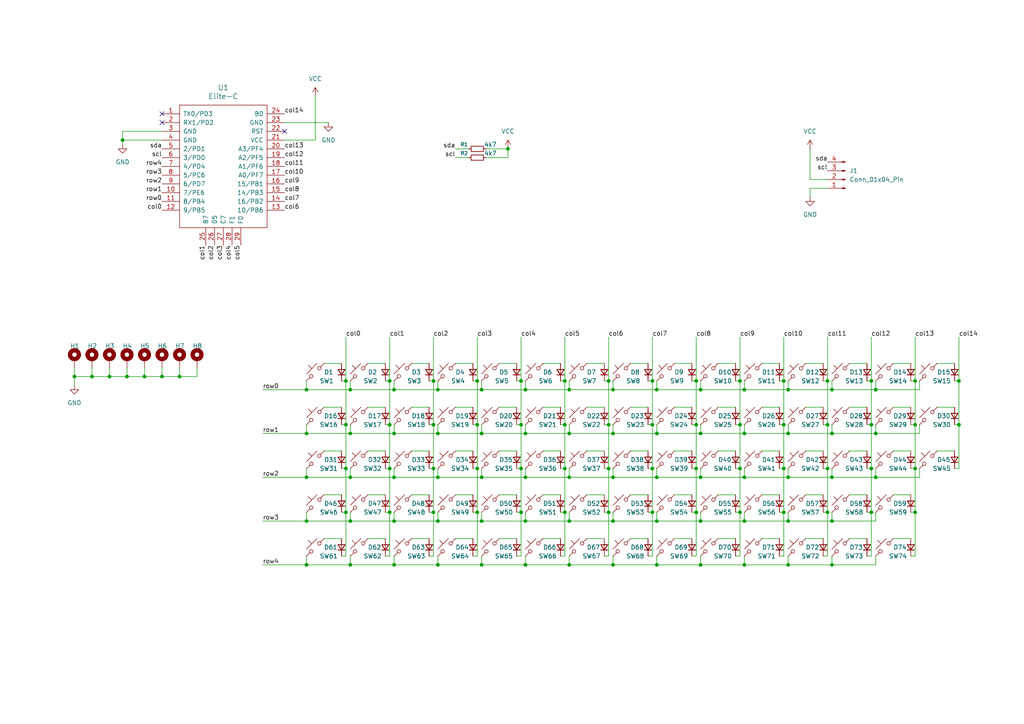
<source format=kicad_sch>
(kicad_sch
	(version 20250114)
	(generator "eeschema")
	(generator_version "9.0")
	(uuid "080f2652-1a4e-4ddd-9616-9f56a325b95e")
	(paper "A4")
	
	(junction
		(at 228.6 138.43)
		(diameter 0)
		(color 0 0 0 0)
		(uuid "02978c07-085d-4913-b817-87646876680f")
	)
	(junction
		(at 21.59 109.22)
		(diameter 0)
		(color 0 0 0 0)
		(uuid "050d4617-18c6-4841-b295-467754fa3ce9")
	)
	(junction
		(at 127 113.03)
		(diameter 0)
		(color 0 0 0 0)
		(uuid "0765e826-bcfc-4c76-bfa4-7459b6282828")
	)
	(junction
		(at 190.5 151.13)
		(diameter 0)
		(color 0 0 0 0)
		(uuid "09bddcd5-0e6a-47c0-b4ff-f611ada74172")
	)
	(junction
		(at 88.9 163.83)
		(diameter 0)
		(color 0 0 0 0)
		(uuid "0a4eff61-e348-4796-ab67-fd3d6ea609dd")
	)
	(junction
		(at 101.6 125.73)
		(diameter 0)
		(color 0 0 0 0)
		(uuid "0a8a9c9a-abb5-4355-89bb-152669b4a768")
	)
	(junction
		(at 189.23 123.19)
		(diameter 0)
		(color 0 0 0 0)
		(uuid "0b2ddafc-a4e7-44fd-b2fd-cdb945b3a2bf")
	)
	(junction
		(at 203.2 125.73)
		(diameter 0)
		(color 0 0 0 0)
		(uuid "0d1304ad-19a8-4cd8-9b32-673205dfa16a")
	)
	(junction
		(at 127 151.13)
		(diameter 0)
		(color 0 0 0 0)
		(uuid "0ef46378-c230-4e1e-84c7-073b1d7b60d9")
	)
	(junction
		(at 88.9 113.03)
		(diameter 0)
		(color 0 0 0 0)
		(uuid "14037e56-5c82-4651-8d63-e1d9b1c92e01")
	)
	(junction
		(at 203.2 163.83)
		(diameter 0)
		(color 0 0 0 0)
		(uuid "14af742c-7d9a-4eee-ad3e-96715b2ed23a")
	)
	(junction
		(at 278.13 123.19)
		(diameter 0)
		(color 0 0 0 0)
		(uuid "1510c888-03b7-47ba-9143-3eef62e1c225")
	)
	(junction
		(at 228.6 125.73)
		(diameter 0)
		(color 0 0 0 0)
		(uuid "16e0a89a-d766-476a-9f33-e26b43a25c21")
	)
	(junction
		(at 241.3 163.83)
		(diameter 0)
		(color 0 0 0 0)
		(uuid "1834397e-0267-4e02-8549-6d2c62ac9fc0")
	)
	(junction
		(at 227.33 110.49)
		(diameter 0)
		(color 0 0 0 0)
		(uuid "1c3eedff-aecb-4425-898a-9fe2469289df")
	)
	(junction
		(at 201.93 123.19)
		(diameter 0)
		(color 0 0 0 0)
		(uuid "1d6cf650-abcc-4025-8fea-083bd68b56d5")
	)
	(junction
		(at 214.63 123.19)
		(diameter 0)
		(color 0 0 0 0)
		(uuid "1dc48527-312f-499f-b8a7-20bbe71f36ab")
	)
	(junction
		(at 241.3 138.43)
		(diameter 0)
		(color 0 0 0 0)
		(uuid "1f9f998f-c589-435f-b996-dbc767505290")
	)
	(junction
		(at 177.8 151.13)
		(diameter 0)
		(color 0 0 0 0)
		(uuid "200fba55-50ba-426f-bfd7-fcd02a0a8bcf")
	)
	(junction
		(at 190.5 113.03)
		(diameter 0)
		(color 0 0 0 0)
		(uuid "206548f6-e896-4a1d-aa19-0c5b3718148f")
	)
	(junction
		(at 138.43 135.89)
		(diameter 0)
		(color 0 0 0 0)
		(uuid "217addb0-4e37-4d4f-b131-b8e470b4dbd0")
	)
	(junction
		(at 227.33 148.59)
		(diameter 0)
		(color 0 0 0 0)
		(uuid "218c6910-55b9-4538-9aec-2f54f2e15c4f")
	)
	(junction
		(at 201.93 148.59)
		(diameter 0)
		(color 0 0 0 0)
		(uuid "295e3d08-1e1b-4aec-a7cc-39b041f6cf0a")
	)
	(junction
		(at 163.83 135.89)
		(diameter 0)
		(color 0 0 0 0)
		(uuid "29cca321-78b1-493b-a061-64158fea50c1")
	)
	(junction
		(at 189.23 148.59)
		(diameter 0)
		(color 0 0 0 0)
		(uuid "2ca3e57a-9885-436f-bf15-650979a4e91f")
	)
	(junction
		(at 163.83 123.19)
		(diameter 0)
		(color 0 0 0 0)
		(uuid "2d3cd5bc-3e08-432e-bd7e-04d275a0c7bd")
	)
	(junction
		(at 101.6 138.43)
		(diameter 0)
		(color 0 0 0 0)
		(uuid "2eef4666-8832-468d-bcca-e0b3eca5e408")
	)
	(junction
		(at 114.3 125.73)
		(diameter 0)
		(color 0 0 0 0)
		(uuid "361ee813-7d12-4511-83d1-854f2a94b6a3")
	)
	(junction
		(at 152.4 163.83)
		(diameter 0)
		(color 0 0 0 0)
		(uuid "367321b0-4df8-4fa2-8b85-35832edb6ef2")
	)
	(junction
		(at 265.43 110.49)
		(diameter 0)
		(color 0 0 0 0)
		(uuid "3701f933-e997-4e61-a915-98af66e13d01")
	)
	(junction
		(at 252.73 110.49)
		(diameter 0)
		(color 0 0 0 0)
		(uuid "38e2946c-b6b0-40ac-8bee-31bc680c9928")
	)
	(junction
		(at 31.75 109.22)
		(diameter 0)
		(color 0 0 0 0)
		(uuid "3b5f2f1e-6eb9-42d9-bb8c-80296cf309dc")
	)
	(junction
		(at 138.43 110.49)
		(diameter 0)
		(color 0 0 0 0)
		(uuid "3b71518a-929f-43d8-ab5d-ccce630f8ccf")
	)
	(junction
		(at 241.3 125.73)
		(diameter 0)
		(color 0 0 0 0)
		(uuid "3ea6b7b8-2976-436d-acee-0b3a2e6a0dd0")
	)
	(junction
		(at 152.4 113.03)
		(diameter 0)
		(color 0 0 0 0)
		(uuid "3ed1de13-c1b7-4007-8895-42f82d9104ac")
	)
	(junction
		(at 100.33 110.49)
		(diameter 0)
		(color 0 0 0 0)
		(uuid "4083110e-61bf-44b8-98c4-b53c8958a015")
	)
	(junction
		(at 152.4 151.13)
		(diameter 0)
		(color 0 0 0 0)
		(uuid "40f33b5d-1539-460f-a348-b07daf95e4d3")
	)
	(junction
		(at 101.6 163.83)
		(diameter 0)
		(color 0 0 0 0)
		(uuid "41dacd40-a19f-4cca-9700-845c878ac5fe")
	)
	(junction
		(at 46.99 109.22)
		(diameter 0)
		(color 0 0 0 0)
		(uuid "421df356-6d6b-4ed8-9410-0f3c29db135e")
	)
	(junction
		(at 101.6 151.13)
		(diameter 0)
		(color 0 0 0 0)
		(uuid "456b536d-df41-4e60-9d44-bca751765d16")
	)
	(junction
		(at 177.8 113.03)
		(diameter 0)
		(color 0 0 0 0)
		(uuid "47128dd3-2b34-4d82-80a0-a06ad05fa9bc")
	)
	(junction
		(at 265.43 123.19)
		(diameter 0)
		(color 0 0 0 0)
		(uuid "47728058-5f64-48bd-85f3-55a68adb18f6")
	)
	(junction
		(at 114.3 113.03)
		(diameter 0)
		(color 0 0 0 0)
		(uuid "47d3fef7-eff2-406f-8f35-f6df41ce5766")
	)
	(junction
		(at 228.6 151.13)
		(diameter 0)
		(color 0 0 0 0)
		(uuid "484e93ef-708e-4229-a7ca-cf19921c851b")
	)
	(junction
		(at 252.73 135.89)
		(diameter 0)
		(color 0 0 0 0)
		(uuid "4d5641c3-6941-44d3-809a-10ef8fc2ea0f")
	)
	(junction
		(at 163.83 148.59)
		(diameter 0)
		(color 0 0 0 0)
		(uuid "56cee587-9c56-4d9e-83f3-8c80114abdc6")
	)
	(junction
		(at 26.67 109.22)
		(diameter 0)
		(color 0 0 0 0)
		(uuid "578741e8-3909-481c-9f97-e8f9a7cdd773")
	)
	(junction
		(at 127 163.83)
		(diameter 0)
		(color 0 0 0 0)
		(uuid "57d1dd33-50b5-4f3c-92ac-c43908c8f7f1")
	)
	(junction
		(at 214.63 135.89)
		(diameter 0)
		(color 0 0 0 0)
		(uuid "5ca4ceab-dd91-40b1-8f3f-11331ce9a001")
	)
	(junction
		(at 151.13 110.49)
		(diameter 0)
		(color 0 0 0 0)
		(uuid "5cb85f85-9425-4168-b5f0-31081eae5293")
	)
	(junction
		(at 138.43 148.59)
		(diameter 0)
		(color 0 0 0 0)
		(uuid "5d2e32a9-7396-4e35-8b7c-c198bca195cb")
	)
	(junction
		(at 139.7 151.13)
		(diameter 0)
		(color 0 0 0 0)
		(uuid "5e4fd305-053f-426f-8ead-7f33911669b4")
	)
	(junction
		(at 127 125.73)
		(diameter 0)
		(color 0 0 0 0)
		(uuid "5e9521a5-8c77-47dd-815c-a9dd39af4c0d")
	)
	(junction
		(at 113.03 135.89)
		(diameter 0)
		(color 0 0 0 0)
		(uuid "6246ee35-b031-47d9-a447-dd711a24b137")
	)
	(junction
		(at 36.83 109.22)
		(diameter 0)
		(color 0 0 0 0)
		(uuid "6322e4c7-4fcc-4503-83e4-3005d53a6a5d")
	)
	(junction
		(at 201.93 135.89)
		(diameter 0)
		(color 0 0 0 0)
		(uuid "6516a121-b14e-43b3-af09-42708db85784")
	)
	(junction
		(at 215.9 163.83)
		(diameter 0)
		(color 0 0 0 0)
		(uuid "66190b5a-60f8-473f-b69f-9beb1a42d06b")
	)
	(junction
		(at 190.5 138.43)
		(diameter 0)
		(color 0 0 0 0)
		(uuid "678ab627-ccb8-4198-8215-e908d5d313a7")
	)
	(junction
		(at 215.9 151.13)
		(diameter 0)
		(color 0 0 0 0)
		(uuid "6b7fd25d-1326-4f23-84f8-4f109fc3e68c")
	)
	(junction
		(at 227.33 123.19)
		(diameter 0)
		(color 0 0 0 0)
		(uuid "6ddda25b-1226-4eea-b7e9-6510e2ba2b85")
	)
	(junction
		(at 165.1 113.03)
		(diameter 0)
		(color 0 0 0 0)
		(uuid "6e96916f-1be3-4c4f-bdfb-e8e4b14a23a3")
	)
	(junction
		(at 151.13 148.59)
		(diameter 0)
		(color 0 0 0 0)
		(uuid "6fc348e2-2f7a-4176-9962-5d3ef532a733")
	)
	(junction
		(at 125.73 123.19)
		(diameter 0)
		(color 0 0 0 0)
		(uuid "704b517e-3b9d-4d0f-9804-ab1691cf4a3e")
	)
	(junction
		(at 227.33 135.89)
		(diameter 0)
		(color 0 0 0 0)
		(uuid "75d97296-445a-48d4-b804-6e5ebbee35b5")
	)
	(junction
		(at 190.5 163.83)
		(diameter 0)
		(color 0 0 0 0)
		(uuid "77d2f130-61db-43da-9f67-a1d0e9476070")
	)
	(junction
		(at 176.53 135.89)
		(diameter 0)
		(color 0 0 0 0)
		(uuid "78d8b387-2aa8-451f-bd69-4f5fd8765d6d")
	)
	(junction
		(at 113.03 148.59)
		(diameter 0)
		(color 0 0 0 0)
		(uuid "7aa143ee-d42e-4eed-be94-07d92bb0ba6e")
	)
	(junction
		(at 35.56 40.64)
		(diameter 0)
		(color 0 0 0 0)
		(uuid "7defbf04-2e46-4c26-8f68-d662edae98e0")
	)
	(junction
		(at 113.03 110.49)
		(diameter 0)
		(color 0 0 0 0)
		(uuid "7f9df45f-0180-403a-b86d-86e4e296e179")
	)
	(junction
		(at 127 138.43)
		(diameter 0)
		(color 0 0 0 0)
		(uuid "81ecb938-30aa-49f7-a17e-9e7ee703e387")
	)
	(junction
		(at 177.8 138.43)
		(diameter 0)
		(color 0 0 0 0)
		(uuid "8234f783-b036-4c11-a3a9-36014da4bd26")
	)
	(junction
		(at 100.33 123.19)
		(diameter 0)
		(color 0 0 0 0)
		(uuid "83999616-6cdf-450f-988b-e62cc08f6894")
	)
	(junction
		(at 152.4 125.73)
		(diameter 0)
		(color 0 0 0 0)
		(uuid "8b045cda-0884-4d5b-be33-83c2bdcf0f49")
	)
	(junction
		(at 138.43 123.19)
		(diameter 0)
		(color 0 0 0 0)
		(uuid "909455cd-216d-4d8e-acf3-05f2b424251a")
	)
	(junction
		(at 165.1 163.83)
		(diameter 0)
		(color 0 0 0 0)
		(uuid "93687a3e-cd07-48d1-b077-cfa58cd839b4")
	)
	(junction
		(at 101.6 113.03)
		(diameter 0)
		(color 0 0 0 0)
		(uuid "9521d307-32d1-42f1-a73d-98548ce4dd89")
	)
	(junction
		(at 189.23 135.89)
		(diameter 0)
		(color 0 0 0 0)
		(uuid "95726307-4365-474e-8c93-03fcf9527d52")
	)
	(junction
		(at 201.93 110.49)
		(diameter 0)
		(color 0 0 0 0)
		(uuid "964b422b-3737-45e5-a395-d2f5b0fcbd4a")
	)
	(junction
		(at 177.8 125.73)
		(diameter 0)
		(color 0 0 0 0)
		(uuid "983095fa-d0fc-409c-b43c-e9556a707569")
	)
	(junction
		(at 190.5 125.73)
		(diameter 0)
		(color 0 0 0 0)
		(uuid "9ba06b8c-16f1-431a-b243-d2acba2515c7")
	)
	(junction
		(at 252.73 148.59)
		(diameter 0)
		(color 0 0 0 0)
		(uuid "9bc56550-ccfd-4b6d-83d6-cd498810abf8")
	)
	(junction
		(at 139.7 113.03)
		(diameter 0)
		(color 0 0 0 0)
		(uuid "9cf1fcfb-747d-48aa-adf8-041b3103f9ca")
	)
	(junction
		(at 215.9 138.43)
		(diameter 0)
		(color 0 0 0 0)
		(uuid "9ee8e20d-8456-4316-a075-72857b2c6e0a")
	)
	(junction
		(at 100.33 135.89)
		(diameter 0)
		(color 0 0 0 0)
		(uuid "9f81bf79-58ca-41d0-9f32-c7e84a0dd8d8")
	)
	(junction
		(at 240.03 110.49)
		(diameter 0)
		(color 0 0 0 0)
		(uuid "a03641c0-fcc0-444c-9c3e-f29e449b1234")
	)
	(junction
		(at 265.43 135.89)
		(diameter 0)
		(color 0 0 0 0)
		(uuid "a05ebbf5-cf4a-4a1a-8287-89903e2287aa")
	)
	(junction
		(at 151.13 135.89)
		(diameter 0)
		(color 0 0 0 0)
		(uuid "a0f3c71d-c1ce-4cce-864a-c690700aa726")
	)
	(junction
		(at 176.53 110.49)
		(diameter 0)
		(color 0 0 0 0)
		(uuid "a4666726-a138-4c43-9ad9-18daefc5edd8")
	)
	(junction
		(at 88.9 138.43)
		(diameter 0)
		(color 0 0 0 0)
		(uuid "a4cac1af-be8d-4482-99f5-d0fb22a29909")
	)
	(junction
		(at 254 138.43)
		(diameter 0)
		(color 0 0 0 0)
		(uuid "a5b68005-e8b9-4edc-86fd-beea03eba8d0")
	)
	(junction
		(at 152.4 138.43)
		(diameter 0)
		(color 0 0 0 0)
		(uuid "a75ebbb9-a707-48a0-8f17-a70faf20ac61")
	)
	(junction
		(at 113.03 123.19)
		(diameter 0)
		(color 0 0 0 0)
		(uuid "a82dbe74-be27-4549-a6ad-aae8d12974e2")
	)
	(junction
		(at 88.9 125.73)
		(diameter 0)
		(color 0 0 0 0)
		(uuid "ab452214-7c31-4caf-ac9a-9a7816162ee6")
	)
	(junction
		(at 240.03 123.19)
		(diameter 0)
		(color 0 0 0 0)
		(uuid "ab6ac028-ba21-4395-90f4-2e90b54ade91")
	)
	(junction
		(at 147.32 43.18)
		(diameter 0)
		(color 0 0 0 0)
		(uuid "ad20bddb-1c39-4404-b70e-325a5e175bbd")
	)
	(junction
		(at 114.3 151.13)
		(diameter 0)
		(color 0 0 0 0)
		(uuid "ae59139f-09e1-4428-8495-f4533ff3c28f")
	)
	(junction
		(at 241.3 151.13)
		(diameter 0)
		(color 0 0 0 0)
		(uuid "afa0b1b1-123f-401c-944e-c219c832e13b")
	)
	(junction
		(at 176.53 148.59)
		(diameter 0)
		(color 0 0 0 0)
		(uuid "b0dec974-1f44-4889-a9d8-f24ecb24dd14")
	)
	(junction
		(at 203.2 138.43)
		(diameter 0)
		(color 0 0 0 0)
		(uuid "b48bf578-0dc2-432f-9692-9536b2fd800f")
	)
	(junction
		(at 114.3 138.43)
		(diameter 0)
		(color 0 0 0 0)
		(uuid "b8fb17bc-75b2-41b0-a536-1f5a054a5581")
	)
	(junction
		(at 176.53 123.19)
		(diameter 0)
		(color 0 0 0 0)
		(uuid "bac035da-c854-4366-8ef3-d2f31c0f5185")
	)
	(junction
		(at 114.3 163.83)
		(diameter 0)
		(color 0 0 0 0)
		(uuid "bb6a3c61-b312-4ded-bddd-5631a01ee11b")
	)
	(junction
		(at 125.73 135.89)
		(diameter 0)
		(color 0 0 0 0)
		(uuid "bbf3ca61-4ebc-4886-8b21-5899ddeecb73")
	)
	(junction
		(at 52.07 109.22)
		(diameter 0)
		(color 0 0 0 0)
		(uuid "bdb4687a-235d-40c7-8688-9a975f13c05b")
	)
	(junction
		(at 240.03 148.59)
		(diameter 0)
		(color 0 0 0 0)
		(uuid "be43112c-fa03-4046-a855-2adef18e861c")
	)
	(junction
		(at 278.13 110.49)
		(diameter 0)
		(color 0 0 0 0)
		(uuid "beb39a8d-3614-4986-904e-c58a235f8dc8")
	)
	(junction
		(at 265.43 148.59)
		(diameter 0)
		(color 0 0 0 0)
		(uuid "bf3109da-069f-4703-8973-8d4a1c6a389d")
	)
	(junction
		(at 151.13 123.19)
		(diameter 0)
		(color 0 0 0 0)
		(uuid "bf5b9622-fa23-4f22-9cfa-1d715bcbc188")
	)
	(junction
		(at 215.9 113.03)
		(diameter 0)
		(color 0 0 0 0)
		(uuid "bf644d1a-da4b-4241-877c-7c64df409c62")
	)
	(junction
		(at 139.7 163.83)
		(diameter 0)
		(color 0 0 0 0)
		(uuid "c347ab36-add7-481f-8b68-be60f2511ff6")
	)
	(junction
		(at 100.33 148.59)
		(diameter 0)
		(color 0 0 0 0)
		(uuid "c4496111-b526-4069-922d-44630a2bff1a")
	)
	(junction
		(at 215.9 125.73)
		(diameter 0)
		(color 0 0 0 0)
		(uuid "c5245115-33bb-4e8d-99fe-d950731431c7")
	)
	(junction
		(at 125.73 148.59)
		(diameter 0)
		(color 0 0 0 0)
		(uuid "c859057a-2d38-40be-b7c5-8b513920d6cf")
	)
	(junction
		(at 177.8 163.83)
		(diameter 0)
		(color 0 0 0 0)
		(uuid "c8f0a743-7123-4f60-9b03-ef35f978616e")
	)
	(junction
		(at 139.7 125.73)
		(diameter 0)
		(color 0 0 0 0)
		(uuid "cd03beb0-37b3-411b-a86a-602548a342e7")
	)
	(junction
		(at 241.3 113.03)
		(diameter 0)
		(color 0 0 0 0)
		(uuid "cd30e46c-0fc0-48db-b790-213659aa27bc")
	)
	(junction
		(at 254 113.03)
		(diameter 0)
		(color 0 0 0 0)
		(uuid "cd596efd-4606-44f0-b10e-0aeb1fb3e36e")
	)
	(junction
		(at 228.6 163.83)
		(diameter 0)
		(color 0 0 0 0)
		(uuid "cf8fbe4f-fbd3-4a1d-a56c-764c1c7ddaf0")
	)
	(junction
		(at 165.1 125.73)
		(diameter 0)
		(color 0 0 0 0)
		(uuid "d62a2ecf-02e0-463e-85de-a4790cd980ef")
	)
	(junction
		(at 139.7 138.43)
		(diameter 0)
		(color 0 0 0 0)
		(uuid "d9f1954f-b33b-4948-ac72-eb5fcbb34694")
	)
	(junction
		(at 214.63 110.49)
		(diameter 0)
		(color 0 0 0 0)
		(uuid "db8e2435-f79f-4ad9-bbe6-fb3e731f4158")
	)
	(junction
		(at 214.63 148.59)
		(diameter 0)
		(color 0 0 0 0)
		(uuid "e0713c5b-14a4-459b-87d9-638da194e7ac")
	)
	(junction
		(at 240.03 135.89)
		(diameter 0)
		(color 0 0 0 0)
		(uuid "e1be2873-705b-495a-83c9-f1f8b875dc75")
	)
	(junction
		(at 203.2 113.03)
		(diameter 0)
		(color 0 0 0 0)
		(uuid "e46db59e-b414-47fb-b454-9cfab70336ba")
	)
	(junction
		(at 163.83 110.49)
		(diameter 0)
		(color 0 0 0 0)
		(uuid "e4b172db-0f4f-4aff-a997-f2fac898be97")
	)
	(junction
		(at 189.23 110.49)
		(diameter 0)
		(color 0 0 0 0)
		(uuid "ea737751-1e3e-4478-ba15-23036b2adf0b")
	)
	(junction
		(at 254 125.73)
		(diameter 0)
		(color 0 0 0 0)
		(uuid "eaf1b4c0-d0fb-44ba-958a-27fa68cdddcb")
	)
	(junction
		(at 203.2 151.13)
		(diameter 0)
		(color 0 0 0 0)
		(uuid "eeeaa308-7fce-470b-9877-a225e98f07ec")
	)
	(junction
		(at 165.1 138.43)
		(diameter 0)
		(color 0 0 0 0)
		(uuid "f1798afe-2eb6-4dd5-885c-9b7e361aa44a")
	)
	(junction
		(at 228.6 113.03)
		(diameter 0)
		(color 0 0 0 0)
		(uuid "f181ddf6-0b14-4f32-ae9e-114aaa7ceae3")
	)
	(junction
		(at 125.73 110.49)
		(diameter 0)
		(color 0 0 0 0)
		(uuid "f1f670dd-af05-4d41-abe4-86ef8b0f3dee")
	)
	(junction
		(at 41.91 109.22)
		(diameter 0)
		(color 0 0 0 0)
		(uuid "f51919bc-87a2-4094-8790-eeea073ba8ff")
	)
	(junction
		(at 165.1 151.13)
		(diameter 0)
		(color 0 0 0 0)
		(uuid "f5c07180-15e4-428b-a1d3-5c0f4e3197a8")
	)
	(junction
		(at 252.73 123.19)
		(diameter 0)
		(color 0 0 0 0)
		(uuid "fbb8b106-8cda-42fa-a45f-bab42702faa1")
	)
	(junction
		(at 88.9 151.13)
		(diameter 0)
		(color 0 0 0 0)
		(uuid "ff94f380-8888-40f1-8d13-5aa1d43a274d")
	)
	(no_connect
		(at 82.55 38.1)
		(uuid "47686d30-1357-40d3-9b36-b627bd266ed5")
	)
	(no_connect
		(at 46.99 33.02)
		(uuid "86e3af13-0265-4bf3-b4c5-18218735f1b9")
	)
	(no_connect
		(at 46.99 35.56)
		(uuid "9aae86a1-a550-4aee-a930-4a49d4968a27")
	)
	(wire
		(pts
			(xy 140.97 43.18) (xy 147.32 43.18)
		)
		(stroke
			(width 0)
			(type default)
		)
		(uuid "00a57836-8dca-4f82-a26a-068fd09f87c3")
	)
	(wire
		(pts
			(xy 106.68 143.51) (xy 111.76 143.51)
		)
		(stroke
			(width 0)
			(type default)
		)
		(uuid "00d380f1-9530-4f77-b059-c49da090b3de")
	)
	(wire
		(pts
			(xy 93.98 143.51) (xy 99.06 143.51)
		)
		(stroke
			(width 0)
			(type default)
		)
		(uuid "01d24e86-46fa-4442-8700-1669a602acf3")
	)
	(wire
		(pts
			(xy 233.68 130.81) (xy 238.76 130.81)
		)
		(stroke
			(width 0)
			(type default)
		)
		(uuid "01eef1f6-3fe6-41fb-aa29-38edca8311ff")
	)
	(wire
		(pts
			(xy 220.98 105.41) (xy 226.06 105.41)
		)
		(stroke
			(width 0)
			(type default)
		)
		(uuid "025f4564-9f74-4410-aaf3-ee8f2d6f149c")
	)
	(wire
		(pts
			(xy 151.13 110.49) (xy 151.13 123.19)
		)
		(stroke
			(width 0)
			(type default)
		)
		(uuid "02ec7ef3-7970-4c1c-a941-5023f9f45867")
	)
	(wire
		(pts
			(xy 127 151.13) (xy 139.7 151.13)
		)
		(stroke
			(width 0)
			(type default)
		)
		(uuid "05cfb5e2-3789-4b23-8a1b-5a24d9da5e12")
	)
	(wire
		(pts
			(xy 88.9 135.89) (xy 88.9 138.43)
		)
		(stroke
			(width 0)
			(type default)
		)
		(uuid "064451b0-9b09-459b-b158-da50f0134c16")
	)
	(wire
		(pts
			(xy 132.08 45.72) (xy 135.89 45.72)
		)
		(stroke
			(width 0)
			(type default)
		)
		(uuid "067eb153-c905-4c6f-8ea7-9d88d0a10dd1")
	)
	(wire
		(pts
			(xy 226.06 148.59) (xy 227.33 148.59)
		)
		(stroke
			(width 0)
			(type default)
		)
		(uuid "06b6abb5-4189-4841-929f-97479508ce8e")
	)
	(wire
		(pts
			(xy 114.3 123.19) (xy 114.3 125.73)
		)
		(stroke
			(width 0)
			(type default)
		)
		(uuid "07521bfd-ad30-4204-b2a2-8656f2986a2e")
	)
	(wire
		(pts
			(xy 132.08 143.51) (xy 137.16 143.51)
		)
		(stroke
			(width 0)
			(type default)
		)
		(uuid "08a4032b-b04e-46ae-b9d4-03209fcaef06")
	)
	(wire
		(pts
			(xy 215.9 123.19) (xy 215.9 125.73)
		)
		(stroke
			(width 0)
			(type default)
		)
		(uuid "08abd281-7f05-40cd-8c79-fab39a2d0859")
	)
	(wire
		(pts
			(xy 114.3 138.43) (xy 127 138.43)
		)
		(stroke
			(width 0)
			(type default)
		)
		(uuid "097ac9b3-c4a7-4daf-acf0-ec961bf82b23")
	)
	(wire
		(pts
			(xy 88.9 148.59) (xy 88.9 151.13)
		)
		(stroke
			(width 0)
			(type default)
		)
		(uuid "0a861f00-e62f-47cb-a84b-dce8e7159d25")
	)
	(wire
		(pts
			(xy 200.66 110.49) (xy 201.93 110.49)
		)
		(stroke
			(width 0)
			(type default)
		)
		(uuid "0b1396cf-1a95-401a-a49e-5300e05aad40")
	)
	(wire
		(pts
			(xy 240.03 123.19) (xy 240.03 135.89)
		)
		(stroke
			(width 0)
			(type default)
		)
		(uuid "0b3df961-44f7-4e61-a86c-050c76031a11")
	)
	(wire
		(pts
			(xy 127 138.43) (xy 139.7 138.43)
		)
		(stroke
			(width 0)
			(type default)
		)
		(uuid "0ce85756-c520-469b-8088-fa1b2b56ef68")
	)
	(wire
		(pts
			(xy 177.8 135.89) (xy 177.8 138.43)
		)
		(stroke
			(width 0)
			(type default)
		)
		(uuid "0d6decdd-52f3-415e-b60c-fd4cc38b3620")
	)
	(wire
		(pts
			(xy 215.9 163.83) (xy 228.6 163.83)
		)
		(stroke
			(width 0)
			(type default)
		)
		(uuid "0e808e1c-b86c-4139-a486-855b2342ef22")
	)
	(wire
		(pts
			(xy 127 113.03) (xy 139.7 113.03)
		)
		(stroke
			(width 0)
			(type default)
		)
		(uuid "0f54405e-4ffb-4538-829b-0a36a6f71ee2")
	)
	(wire
		(pts
			(xy 200.66 148.59) (xy 201.93 148.59)
		)
		(stroke
			(width 0)
			(type default)
		)
		(uuid "0f5f80a1-9daa-4d9b-ad3f-27dcb408ce7c")
	)
	(wire
		(pts
			(xy 147.32 43.18) (xy 147.32 45.72)
		)
		(stroke
			(width 0)
			(type default)
		)
		(uuid "105d6667-826b-4cc7-8b7e-fd0f87d2ce2e")
	)
	(wire
		(pts
			(xy 139.7 148.59) (xy 139.7 151.13)
		)
		(stroke
			(width 0)
			(type default)
		)
		(uuid "10ad055b-7675-47fc-a5d0-59092e6ca5bc")
	)
	(wire
		(pts
			(xy 213.36 135.89) (xy 214.63 135.89)
		)
		(stroke
			(width 0)
			(type default)
		)
		(uuid "110d5830-399b-4073-b647-0f49f2504cf9")
	)
	(wire
		(pts
			(xy 124.46 148.59) (xy 125.73 148.59)
		)
		(stroke
			(width 0)
			(type default)
		)
		(uuid "113f2a99-c852-4f89-89e9-1a8576b25edb")
	)
	(wire
		(pts
			(xy 99.06 110.49) (xy 100.33 110.49)
		)
		(stroke
			(width 0)
			(type default)
		)
		(uuid "116aa057-3231-4ef1-a94b-12e3d63d9a86")
	)
	(wire
		(pts
			(xy 271.78 118.11) (xy 276.86 118.11)
		)
		(stroke
			(width 0)
			(type default)
		)
		(uuid "117066ad-ebab-4122-9bef-c91189bb2c9a")
	)
	(wire
		(pts
			(xy 266.7 123.19) (xy 266.7 125.73)
		)
		(stroke
			(width 0)
			(type default)
		)
		(uuid "11fd851f-64b5-49c8-8b1f-673ad108878e")
	)
	(wire
		(pts
			(xy 254 113.03) (xy 266.7 113.03)
		)
		(stroke
			(width 0)
			(type default)
		)
		(uuid "12874efe-acd2-4127-8758-20077bc92e3f")
	)
	(wire
		(pts
			(xy 190.5 110.49) (xy 190.5 113.03)
		)
		(stroke
			(width 0)
			(type default)
		)
		(uuid "135a3fb0-2fb1-476b-abce-ad073f63c96b")
	)
	(wire
		(pts
			(xy 228.6 123.19) (xy 228.6 125.73)
		)
		(stroke
			(width 0)
			(type default)
		)
		(uuid "1534a763-b38e-4407-ab8c-787f7a2317c6")
	)
	(wire
		(pts
			(xy 208.28 105.41) (xy 213.36 105.41)
		)
		(stroke
			(width 0)
			(type default)
		)
		(uuid "15b7a5f1-d564-4768-9633-a989b0205133")
	)
	(wire
		(pts
			(xy 228.6 161.29) (xy 228.6 163.83)
		)
		(stroke
			(width 0)
			(type default)
		)
		(uuid "15c597fa-8e19-4426-b729-b5596acf1cee")
	)
	(wire
		(pts
			(xy 93.98 130.81) (xy 99.06 130.81)
		)
		(stroke
			(width 0)
			(type default)
		)
		(uuid "16179217-b2f5-48fd-9161-472fd44815d0")
	)
	(wire
		(pts
			(xy 163.83 110.49) (xy 163.83 123.19)
		)
		(stroke
			(width 0)
			(type default)
		)
		(uuid "167ceb69-674f-4e9b-9f5b-b1a48d5804b8")
	)
	(wire
		(pts
			(xy 241.3 163.83) (xy 254 163.83)
		)
		(stroke
			(width 0)
			(type default)
		)
		(uuid "16fb182a-394b-4dd5-8b4a-a0c0b128ad03")
	)
	(wire
		(pts
			(xy 214.63 135.89) (xy 214.63 148.59)
		)
		(stroke
			(width 0)
			(type default)
		)
		(uuid "17078cea-a3f2-40d0-982d-bf2b405f88bf")
	)
	(wire
		(pts
			(xy 157.48 118.11) (xy 162.56 118.11)
		)
		(stroke
			(width 0)
			(type default)
		)
		(uuid "17091489-8160-4507-85aa-fd67fba358e7")
	)
	(wire
		(pts
			(xy 177.8 148.59) (xy 177.8 151.13)
		)
		(stroke
			(width 0)
			(type default)
		)
		(uuid "175648e7-047c-4700-8e9b-d85867c186d9")
	)
	(wire
		(pts
			(xy 163.83 97.79) (xy 163.83 110.49)
		)
		(stroke
			(width 0)
			(type default)
		)
		(uuid "1771d2f5-978b-442e-bf95-f58a9d1a17ed")
	)
	(wire
		(pts
			(xy 251.46 148.59) (xy 252.73 148.59)
		)
		(stroke
			(width 0)
			(type default)
		)
		(uuid "17e71548-7fad-41e9-a5d5-e0a106b3112c")
	)
	(wire
		(pts
			(xy 241.3 123.19) (xy 241.3 125.73)
		)
		(stroke
			(width 0)
			(type default)
		)
		(uuid "183d61cd-1ced-4505-bf77-41e92221893a")
	)
	(wire
		(pts
			(xy 215.9 138.43) (xy 228.6 138.43)
		)
		(stroke
			(width 0)
			(type default)
		)
		(uuid "19ececd5-3273-472a-ab35-dd40b05b80bb")
	)
	(wire
		(pts
			(xy 228.6 151.13) (xy 241.3 151.13)
		)
		(stroke
			(width 0)
			(type default)
		)
		(uuid "1af4a8f3-4bfd-4e3c-9e32-5aa11a85eeb3")
	)
	(wire
		(pts
			(xy 162.56 110.49) (xy 163.83 110.49)
		)
		(stroke
			(width 0)
			(type default)
		)
		(uuid "1b7056e0-4bfd-454b-9066-4a8fece5e7d7")
	)
	(wire
		(pts
			(xy 99.06 161.29) (xy 100.33 161.29)
		)
		(stroke
			(width 0)
			(type default)
		)
		(uuid "1c746f19-372d-4d45-a003-3a8da1fc0eb5")
	)
	(wire
		(pts
			(xy 190.5 148.59) (xy 190.5 151.13)
		)
		(stroke
			(width 0)
			(type default)
		)
		(uuid "1cfe5a42-7511-4d32-848d-553978eb27e4")
	)
	(wire
		(pts
			(xy 100.33 148.59) (xy 100.33 161.29)
		)
		(stroke
			(width 0)
			(type default)
		)
		(uuid "1d3b3469-33a5-4ea1-9020-b6b0e7cde8f9")
	)
	(wire
		(pts
			(xy 264.16 123.19) (xy 265.43 123.19)
		)
		(stroke
			(width 0)
			(type default)
		)
		(uuid "1d4ad8ab-8f07-45e2-a4cc-54b01bf67072")
	)
	(wire
		(pts
			(xy 278.13 110.49) (xy 278.13 123.19)
		)
		(stroke
			(width 0)
			(type default)
		)
		(uuid "1df8c2d6-a15c-4cae-9436-c26dbc04d6cf")
	)
	(wire
		(pts
			(xy 165.1 163.83) (xy 177.8 163.83)
		)
		(stroke
			(width 0)
			(type default)
		)
		(uuid "1e3d44aa-d5ec-4350-a21a-7b865f2dc2b6")
	)
	(wire
		(pts
			(xy 187.96 110.49) (xy 189.23 110.49)
		)
		(stroke
			(width 0)
			(type default)
		)
		(uuid "1ec84e4f-7662-4878-b151-cf44c298625d")
	)
	(wire
		(pts
			(xy 119.38 118.11) (xy 124.46 118.11)
		)
		(stroke
			(width 0)
			(type default)
		)
		(uuid "20519230-6de0-4e41-8ea6-33c374e444e9")
	)
	(wire
		(pts
			(xy 31.75 106.68) (xy 31.75 109.22)
		)
		(stroke
			(width 0)
			(type default)
		)
		(uuid "20da9533-7086-4d59-be1a-706eeffd7860")
	)
	(wire
		(pts
			(xy 101.6 151.13) (xy 114.3 151.13)
		)
		(stroke
			(width 0)
			(type default)
		)
		(uuid "20f999cf-0e32-475a-b244-e545f58865a8")
	)
	(wire
		(pts
			(xy 165.1 125.73) (xy 177.8 125.73)
		)
		(stroke
			(width 0)
			(type default)
		)
		(uuid "2137a2b9-57ca-4703-af23-d76a4b191f8b")
	)
	(wire
		(pts
			(xy 227.33 148.59) (xy 227.33 161.29)
		)
		(stroke
			(width 0)
			(type default)
		)
		(uuid "2150398b-f474-4031-935f-225eff245673")
	)
	(wire
		(pts
			(xy 266.7 135.89) (xy 266.7 138.43)
		)
		(stroke
			(width 0)
			(type default)
		)
		(uuid "23bad857-ecca-455b-b8db-5a2bdcaf5993")
	)
	(wire
		(pts
			(xy 82.55 35.56) (xy 95.25 35.56)
		)
		(stroke
			(width 0)
			(type default)
		)
		(uuid "23ed366e-d712-469a-8ea7-99638203ae04")
	)
	(wire
		(pts
			(xy 139.7 138.43) (xy 152.4 138.43)
		)
		(stroke
			(width 0)
			(type default)
		)
		(uuid "2570affa-059a-4cfa-bafe-e53d07a2cac8")
	)
	(wire
		(pts
			(xy 254 135.89) (xy 254 138.43)
		)
		(stroke
			(width 0)
			(type default)
		)
		(uuid "25cf733a-93d5-4fb6-8ce8-9a03c710e3b9")
	)
	(wire
		(pts
			(xy 203.2 125.73) (xy 215.9 125.73)
		)
		(stroke
			(width 0)
			(type default)
		)
		(uuid "263acbde-06f5-4c19-9c8d-63b8dc6f4a9d")
	)
	(wire
		(pts
			(xy 213.36 161.29) (xy 214.63 161.29)
		)
		(stroke
			(width 0)
			(type default)
		)
		(uuid "275d7a17-7d0a-4a25-a072-d2bb2854e566")
	)
	(wire
		(pts
			(xy 140.97 45.72) (xy 147.32 45.72)
		)
		(stroke
			(width 0)
			(type default)
		)
		(uuid "27eab6d4-2f47-4935-9e76-31032b9605b9")
	)
	(wire
		(pts
			(xy 226.06 110.49) (xy 227.33 110.49)
		)
		(stroke
			(width 0)
			(type default)
		)
		(uuid "27eef048-4c01-4d70-a8e2-cbc8b1c9630c")
	)
	(wire
		(pts
			(xy 177.8 151.13) (xy 190.5 151.13)
		)
		(stroke
			(width 0)
			(type default)
		)
		(uuid "28845ddf-7b49-44e5-a741-eefa66b9fa93")
	)
	(wire
		(pts
			(xy 149.86 110.49) (xy 151.13 110.49)
		)
		(stroke
			(width 0)
			(type default)
		)
		(uuid "29258ae8-736c-42a3-a623-87aae2af8c15")
	)
	(wire
		(pts
			(xy 26.67 106.68) (xy 26.67 109.22)
		)
		(stroke
			(width 0)
			(type default)
		)
		(uuid "2b63a8e0-5920-450d-991f-8f2bfc980967")
	)
	(wire
		(pts
			(xy 252.73 148.59) (xy 252.73 161.29)
		)
		(stroke
			(width 0)
			(type default)
		)
		(uuid "2c38ae11-aeb6-4d35-9dc3-0bd02030ed5e")
	)
	(wire
		(pts
			(xy 46.99 40.64) (xy 35.56 40.64)
		)
		(stroke
			(width 0)
			(type default)
		)
		(uuid "2e1fd68d-e7d3-4f24-9594-cbeabb6828fb")
	)
	(wire
		(pts
			(xy 208.28 130.81) (xy 213.36 130.81)
		)
		(stroke
			(width 0)
			(type default)
		)
		(uuid "2e21c550-f5cb-4671-8bea-e62962fc371a")
	)
	(wire
		(pts
			(xy 214.63 148.59) (xy 214.63 161.29)
		)
		(stroke
			(width 0)
			(type default)
		)
		(uuid "2f57f1ed-aa87-4019-8346-306c3f107f69")
	)
	(wire
		(pts
			(xy 119.38 130.81) (xy 124.46 130.81)
		)
		(stroke
			(width 0)
			(type default)
		)
		(uuid "30a1695a-c33f-4644-b42f-4c6561d000a6")
	)
	(wire
		(pts
			(xy 203.2 113.03) (xy 215.9 113.03)
		)
		(stroke
			(width 0)
			(type default)
		)
		(uuid "3232e181-5d67-4f0b-bf80-b7bbebb5d971")
	)
	(wire
		(pts
			(xy 241.3 113.03) (xy 254 113.03)
		)
		(stroke
			(width 0)
			(type default)
		)
		(uuid "330b6933-d09e-40bb-8f88-07859b0fdbc9")
	)
	(wire
		(pts
			(xy 144.78 143.51) (xy 149.86 143.51)
		)
		(stroke
			(width 0)
			(type default)
		)
		(uuid "33c6df10-008a-4371-aa13-57cfca9015f8")
	)
	(wire
		(pts
			(xy 36.83 106.68) (xy 36.83 109.22)
		)
		(stroke
			(width 0)
			(type default)
		)
		(uuid "3417f825-9692-434e-a23e-10eb69f7a355")
	)
	(wire
		(pts
			(xy 151.13 135.89) (xy 151.13 148.59)
		)
		(stroke
			(width 0)
			(type default)
		)
		(uuid "34f28046-1315-464f-9d0a-a34d9fe026ab")
	)
	(wire
		(pts
			(xy 132.08 130.81) (xy 137.16 130.81)
		)
		(stroke
			(width 0)
			(type default)
		)
		(uuid "35697a14-f55f-4311-864f-8ea6cd467f16")
	)
	(wire
		(pts
			(xy 190.5 151.13) (xy 203.2 151.13)
		)
		(stroke
			(width 0)
			(type default)
		)
		(uuid "37e9a45e-852e-450e-a95e-c209c7a28da1")
	)
	(wire
		(pts
			(xy 177.8 138.43) (xy 190.5 138.43)
		)
		(stroke
			(width 0)
			(type default)
		)
		(uuid "3ab1bc4f-318d-48ac-aaec-e3bf1dc91c2f")
	)
	(wire
		(pts
			(xy 137.16 123.19) (xy 138.43 123.19)
		)
		(stroke
			(width 0)
			(type default)
		)
		(uuid "3acd1bfb-fa3d-4a8d-94a5-1d355bf95882")
	)
	(wire
		(pts
			(xy 203.2 151.13) (xy 215.9 151.13)
		)
		(stroke
			(width 0)
			(type default)
		)
		(uuid "3c9fd83b-ef38-417e-8c64-b21df1bd1250")
	)
	(wire
		(pts
			(xy 106.68 105.41) (xy 111.76 105.41)
		)
		(stroke
			(width 0)
			(type default)
		)
		(uuid "3cee3078-331f-4b15-abdd-4b2cd625ba27")
	)
	(wire
		(pts
			(xy 220.98 130.81) (xy 226.06 130.81)
		)
		(stroke
			(width 0)
			(type default)
		)
		(uuid "3dea899f-41e6-4319-b2e8-95401019b001")
	)
	(wire
		(pts
			(xy 177.8 125.73) (xy 190.5 125.73)
		)
		(stroke
			(width 0)
			(type default)
		)
		(uuid "3dec3c51-fbb5-4984-81c2-03f88e4188b3")
	)
	(wire
		(pts
			(xy 233.68 105.41) (xy 238.76 105.41)
		)
		(stroke
			(width 0)
			(type default)
		)
		(uuid "3e4edfe6-4136-44b6-8d16-3beb5a198cad")
	)
	(wire
		(pts
			(xy 151.13 148.59) (xy 151.13 161.29)
		)
		(stroke
			(width 0)
			(type default)
		)
		(uuid "3ea5b94a-6511-46f3-beef-a32473f431c5")
	)
	(wire
		(pts
			(xy 233.68 143.51) (xy 238.76 143.51)
		)
		(stroke
			(width 0)
			(type default)
		)
		(uuid "3f5bb394-bcf3-465c-9bc2-f0935cf52221")
	)
	(wire
		(pts
			(xy 271.78 130.81) (xy 276.86 130.81)
		)
		(stroke
			(width 0)
			(type default)
		)
		(uuid "4085d561-31b0-48f6-acde-d2a338b7e5f4")
	)
	(wire
		(pts
			(xy 240.03 148.59) (xy 240.03 161.29)
		)
		(stroke
			(width 0)
			(type default)
		)
		(uuid "41243d96-3299-4773-a5d2-9a0aae069e5e")
	)
	(wire
		(pts
			(xy 177.8 113.03) (xy 190.5 113.03)
		)
		(stroke
			(width 0)
			(type default)
		)
		(uuid "416ceecc-0bbd-4c80-9cb2-f1eb65879b06")
	)
	(wire
		(pts
			(xy 138.43 123.19) (xy 138.43 135.89)
		)
		(stroke
			(width 0)
			(type default)
		)
		(uuid "41d25dd8-02c4-420b-b88f-77453467fca1")
	)
	(wire
		(pts
			(xy 149.86 148.59) (xy 151.13 148.59)
		)
		(stroke
			(width 0)
			(type default)
		)
		(uuid "4229ae61-fe59-436d-bc79-29feb0031fd4")
	)
	(wire
		(pts
			(xy 220.98 156.21) (xy 226.06 156.21)
		)
		(stroke
			(width 0)
			(type default)
		)
		(uuid "42907eb8-0e5e-4bce-a6ea-a7dce7ea1c2d")
	)
	(wire
		(pts
			(xy 278.13 97.79) (xy 278.13 110.49)
		)
		(stroke
			(width 0)
			(type default)
		)
		(uuid "42d04856-362a-4414-99d9-d0de5ea2dae4")
	)
	(wire
		(pts
			(xy 252.73 110.49) (xy 252.73 123.19)
		)
		(stroke
			(width 0)
			(type default)
		)
		(uuid "43bcfc14-21e0-4612-b80f-694b69cb04fb")
	)
	(wire
		(pts
			(xy 213.36 123.19) (xy 214.63 123.19)
		)
		(stroke
			(width 0)
			(type default)
		)
		(uuid "43d680e0-b64d-4f8d-b81e-01060003cd9a")
	)
	(wire
		(pts
			(xy 170.18 143.51) (xy 175.26 143.51)
		)
		(stroke
			(width 0)
			(type default)
		)
		(uuid "4466f2f1-d951-476d-aa14-247e492ec18e")
	)
	(wire
		(pts
			(xy 111.76 161.29) (xy 113.03 161.29)
		)
		(stroke
			(width 0)
			(type default)
		)
		(uuid "447c66f7-ddc2-4b29-adea-5a0797bbee03")
	)
	(wire
		(pts
			(xy 152.4 161.29) (xy 152.4 163.83)
		)
		(stroke
			(width 0)
			(type default)
		)
		(uuid "45046b72-1e42-4269-a645-270b0e17c466")
	)
	(wire
		(pts
			(xy 241.3 161.29) (xy 241.3 163.83)
		)
		(stroke
			(width 0)
			(type default)
		)
		(uuid "450a7936-6567-4bcd-922e-389171df4b76")
	)
	(wire
		(pts
			(xy 163.83 123.19) (xy 163.83 135.89)
		)
		(stroke
			(width 0)
			(type default)
		)
		(uuid "4546e49e-85b1-41af-99c9-c6666c091637")
	)
	(wire
		(pts
			(xy 113.03 110.49) (xy 113.03 123.19)
		)
		(stroke
			(width 0)
			(type default)
		)
		(uuid "454dfc52-5dd9-4dbd-b9f2-b9f776ac4b75")
	)
	(wire
		(pts
			(xy 228.6 110.49) (xy 228.6 113.03)
		)
		(stroke
			(width 0)
			(type default)
		)
		(uuid "45d2ea24-4a34-4c46-877e-21447773c16a")
	)
	(wire
		(pts
			(xy 137.16 135.89) (xy 138.43 135.89)
		)
		(stroke
			(width 0)
			(type default)
		)
		(uuid "471abaed-cc13-487c-9eb6-b4079981f2a9")
	)
	(wire
		(pts
			(xy 215.9 148.59) (xy 215.9 151.13)
		)
		(stroke
			(width 0)
			(type default)
		)
		(uuid "47f51a39-453b-4ea9-bb7c-e8a2d5aab45a")
	)
	(wire
		(pts
			(xy 157.48 156.21) (xy 162.56 156.21)
		)
		(stroke
			(width 0)
			(type default)
		)
		(uuid "482505b7-7d1b-44b9-9722-aa31472d3b6a")
	)
	(wire
		(pts
			(xy 99.06 135.89) (xy 100.33 135.89)
		)
		(stroke
			(width 0)
			(type default)
		)
		(uuid "484477c0-4d97-42e6-8018-45d154fa9b9d")
	)
	(wire
		(pts
			(xy 227.33 110.49) (xy 227.33 123.19)
		)
		(stroke
			(width 0)
			(type default)
		)
		(uuid "48616b58-7993-4231-83de-bdbf7fb90938")
	)
	(wire
		(pts
			(xy 99.06 123.19) (xy 100.33 123.19)
		)
		(stroke
			(width 0)
			(type default)
		)
		(uuid "487568a7-faa7-4a5f-aa09-a59c5c11a1e3")
	)
	(wire
		(pts
			(xy 200.66 135.89) (xy 201.93 135.89)
		)
		(stroke
			(width 0)
			(type default)
		)
		(uuid "48b64648-a34b-400b-9ca4-2fe7467c4e31")
	)
	(wire
		(pts
			(xy 190.5 113.03) (xy 203.2 113.03)
		)
		(stroke
			(width 0)
			(type default)
		)
		(uuid "48c606bd-fa7e-4888-bee4-b4a9e425c8bf")
	)
	(wire
		(pts
			(xy 254 125.73) (xy 266.7 125.73)
		)
		(stroke
			(width 0)
			(type default)
		)
		(uuid "49808637-e029-4f47-a87a-14271da9127a")
	)
	(wire
		(pts
			(xy 149.86 161.29) (xy 151.13 161.29)
		)
		(stroke
			(width 0)
			(type default)
		)
		(uuid "4a3ad4a0-0c6d-4014-af2b-78916cddfe95")
	)
	(wire
		(pts
			(xy 252.73 135.89) (xy 252.73 148.59)
		)
		(stroke
			(width 0)
			(type default)
		)
		(uuid "4a5f57cd-f8d3-4931-900f-738bec9180e0")
	)
	(wire
		(pts
			(xy 76.2 138.43) (xy 88.9 138.43)
		)
		(stroke
			(width 0)
			(type default)
		)
		(uuid "4ac08867-0e1a-491e-9fbb-208cbcfff462")
	)
	(wire
		(pts
			(xy 106.68 118.11) (xy 111.76 118.11)
		)
		(stroke
			(width 0)
			(type default)
		)
		(uuid "4ac45bb6-3aa5-444d-9828-144f64dd648b")
	)
	(wire
		(pts
			(xy 41.91 106.68) (xy 41.91 109.22)
		)
		(stroke
			(width 0)
			(type default)
		)
		(uuid "4b71ac0c-0592-4eb3-9f16-54cf57a12690")
	)
	(wire
		(pts
			(xy 187.96 135.89) (xy 189.23 135.89)
		)
		(stroke
			(width 0)
			(type default)
		)
		(uuid "4bcc4a12-9c22-47c2-ad29-764069be2722")
	)
	(wire
		(pts
			(xy 203.2 135.89) (xy 203.2 138.43)
		)
		(stroke
			(width 0)
			(type default)
		)
		(uuid "4c8dc151-d602-487d-a180-d7886f86c7db")
	)
	(wire
		(pts
			(xy 241.3 110.49) (xy 241.3 113.03)
		)
		(stroke
			(width 0)
			(type default)
		)
		(uuid "4cc31267-b3a2-4dc7-8b1b-5630b427718b")
	)
	(wire
		(pts
			(xy 176.53 97.79) (xy 176.53 110.49)
		)
		(stroke
			(width 0)
			(type default)
		)
		(uuid "4e44a2a5-9ecf-42c4-9654-5e3467f5a1cc")
	)
	(wire
		(pts
			(xy 101.6 110.49) (xy 101.6 113.03)
		)
		(stroke
			(width 0)
			(type default)
		)
		(uuid "4f3ebd9c-bab9-44c2-a959-438659946b5d")
	)
	(wire
		(pts
			(xy 165.1 113.03) (xy 177.8 113.03)
		)
		(stroke
			(width 0)
			(type default)
		)
		(uuid "4f879864-5426-4b25-9fbb-3f2ea3bacb92")
	)
	(wire
		(pts
			(xy 119.38 156.21) (xy 124.46 156.21)
		)
		(stroke
			(width 0)
			(type default)
		)
		(uuid "50262b37-ff67-4bd4-afcf-5cdb91668f85")
	)
	(wire
		(pts
			(xy 132.08 105.41) (xy 137.16 105.41)
		)
		(stroke
			(width 0)
			(type default)
		)
		(uuid "50d9f7da-7880-4f62-8561-a619aa9b139e")
	)
	(wire
		(pts
			(xy 276.86 110.49) (xy 278.13 110.49)
		)
		(stroke
			(width 0)
			(type default)
		)
		(uuid "52c11cfc-4db1-49ea-aeff-2d9d80f5d966")
	)
	(wire
		(pts
			(xy 238.76 148.59) (xy 240.03 148.59)
		)
		(stroke
			(width 0)
			(type default)
		)
		(uuid "52fafcef-90ba-4f83-ad66-4f5583c8358d")
	)
	(wire
		(pts
			(xy 88.9 161.29) (xy 88.9 163.83)
		)
		(stroke
			(width 0)
			(type default)
		)
		(uuid "531a0b32-825b-4dfe-84c2-572497fc998a")
	)
	(wire
		(pts
			(xy 195.58 105.41) (xy 200.66 105.41)
		)
		(stroke
			(width 0)
			(type default)
		)
		(uuid "535c8fcf-b79e-4b7b-9158-7cd4c4fa28f7")
	)
	(wire
		(pts
			(xy 132.08 118.11) (xy 137.16 118.11)
		)
		(stroke
			(width 0)
			(type default)
		)
		(uuid "5387586c-1e3a-47f6-bc2f-e5bae425d66d")
	)
	(wire
		(pts
			(xy 101.6 113.03) (xy 114.3 113.03)
		)
		(stroke
			(width 0)
			(type default)
		)
		(uuid "53a4f905-af99-466e-bf02-ff720ad054d1")
	)
	(wire
		(pts
			(xy 124.46 161.29) (xy 125.73 161.29)
		)
		(stroke
			(width 0)
			(type default)
		)
		(uuid "53cb90bd-b400-4dda-9ba2-6e7ec9eab8d9")
	)
	(wire
		(pts
			(xy 265.43 110.49) (xy 265.43 123.19)
		)
		(stroke
			(width 0)
			(type default)
		)
		(uuid "54e29a94-c11b-4307-a2b3-d4da2eef3ead")
	)
	(wire
		(pts
			(xy 234.95 43.18) (xy 234.95 52.07)
		)
		(stroke
			(width 0)
			(type default)
		)
		(uuid "561f0abb-fe49-43a0-9bd0-b16e40a8b3a6")
	)
	(wire
		(pts
			(xy 137.16 110.49) (xy 138.43 110.49)
		)
		(stroke
			(width 0)
			(type default)
		)
		(uuid "58699314-ad9a-45e8-b91d-d027c893f730")
	)
	(wire
		(pts
			(xy 190.5 125.73) (xy 203.2 125.73)
		)
		(stroke
			(width 0)
			(type default)
		)
		(uuid "597e9a62-0d7f-4806-894f-8aaa0982872e")
	)
	(wire
		(pts
			(xy 101.6 163.83) (xy 114.3 163.83)
		)
		(stroke
			(width 0)
			(type default)
		)
		(uuid "5985f05f-8759-46a4-9883-7d068e57561e")
	)
	(wire
		(pts
			(xy 240.03 54.61) (xy 234.95 54.61)
		)
		(stroke
			(width 0)
			(type default)
		)
		(uuid "5c13d262-40ff-4574-8706-3ea7eb549fea")
	)
	(wire
		(pts
			(xy 189.23 110.49) (xy 189.23 123.19)
		)
		(stroke
			(width 0)
			(type default)
		)
		(uuid "5c4ddde2-dc02-4f23-b0e7-1c02c3c35275")
	)
	(wire
		(pts
			(xy 111.76 148.59) (xy 113.03 148.59)
		)
		(stroke
			(width 0)
			(type default)
		)
		(uuid "5e3d411c-be90-4bcf-b084-a15b607652a0")
	)
	(wire
		(pts
			(xy 276.86 135.89) (xy 278.13 135.89)
		)
		(stroke
			(width 0)
			(type default)
		)
		(uuid "5e5f4af2-3080-47e6-84ee-fd7edffc3fee")
	)
	(wire
		(pts
			(xy 175.26 123.19) (xy 176.53 123.19)
		)
		(stroke
			(width 0)
			(type default)
		)
		(uuid "5ef32330-a904-4794-90de-d9f42926ed89")
	)
	(wire
		(pts
			(xy 203.2 148.59) (xy 203.2 151.13)
		)
		(stroke
			(width 0)
			(type default)
		)
		(uuid "5f2a0ee5-980e-401b-a0bf-12e4a37419dc")
	)
	(wire
		(pts
			(xy 214.63 110.49) (xy 214.63 123.19)
		)
		(stroke
			(width 0)
			(type default)
		)
		(uuid "6002e6a9-468b-43cd-a5c0-908bb8081550")
	)
	(wire
		(pts
			(xy 238.76 123.19) (xy 240.03 123.19)
		)
		(stroke
			(width 0)
			(type default)
		)
		(uuid "601bb360-19a6-4337-8921-2fe4b5bb143c")
	)
	(wire
		(pts
			(xy 165.1 161.29) (xy 165.1 163.83)
		)
		(stroke
			(width 0)
			(type default)
		)
		(uuid "60344925-e7a3-4014-ade2-6e7695122da2")
	)
	(wire
		(pts
			(xy 228.6 113.03) (xy 241.3 113.03)
		)
		(stroke
			(width 0)
			(type default)
		)
		(uuid "60bd8772-5a07-4507-bd84-998683097c6a")
	)
	(wire
		(pts
			(xy 234.95 52.07) (xy 240.03 52.07)
		)
		(stroke
			(width 0)
			(type default)
		)
		(uuid "61a147f6-badb-4890-85cb-30d1c0768bc4")
	)
	(wire
		(pts
			(xy 88.9 163.83) (xy 101.6 163.83)
		)
		(stroke
			(width 0)
			(type default)
		)
		(uuid "62882d62-4a2c-4132-b32a-3daeb4d38da0")
	)
	(wire
		(pts
			(xy 176.53 135.89) (xy 176.53 148.59)
		)
		(stroke
			(width 0)
			(type default)
		)
		(uuid "628ba52a-1355-4faf-9bb4-5eae98346ac6")
	)
	(wire
		(pts
			(xy 266.7 110.49) (xy 266.7 113.03)
		)
		(stroke
			(width 0)
			(type default)
		)
		(uuid "62ace187-35d0-4463-82f0-f2a6cce65a00")
	)
	(wire
		(pts
			(xy 251.46 110.49) (xy 252.73 110.49)
		)
		(stroke
			(width 0)
			(type default)
		)
		(uuid "62d5b767-7d4d-4748-8145-2c6f05501e2d")
	)
	(wire
		(pts
			(xy 208.28 143.51) (xy 213.36 143.51)
		)
		(stroke
			(width 0)
			(type default)
		)
		(uuid "645b4d5f-5bd7-4ab1-84e6-2f9d3a863e9f")
	)
	(wire
		(pts
			(xy 93.98 118.11) (xy 99.06 118.11)
		)
		(stroke
			(width 0)
			(type default)
		)
		(uuid "64cd4c48-ec82-4f6c-be62-416ee18639e1")
	)
	(wire
		(pts
			(xy 251.46 123.19) (xy 252.73 123.19)
		)
		(stroke
			(width 0)
			(type default)
		)
		(uuid "65dc1328-c638-45ad-9fc7-1f20d63842e7")
	)
	(wire
		(pts
			(xy 152.4 151.13) (xy 165.1 151.13)
		)
		(stroke
			(width 0)
			(type default)
		)
		(uuid "66016151-5870-45f3-971e-d6cf1d9ddd52")
	)
	(wire
		(pts
			(xy 127 148.59) (xy 127 151.13)
		)
		(stroke
			(width 0)
			(type default)
		)
		(uuid "662ea3f7-1dfe-4b35-8419-40c36438a020")
	)
	(wire
		(pts
			(xy 228.6 138.43) (xy 241.3 138.43)
		)
		(stroke
			(width 0)
			(type default)
		)
		(uuid "66a568e1-b05e-4476-ba88-07daa76c7da1")
	)
	(wire
		(pts
			(xy 176.53 148.59) (xy 176.53 161.29)
		)
		(stroke
			(width 0)
			(type default)
		)
		(uuid "67d9eeb7-fe06-4b44-b52f-038c0ba2dd2b")
	)
	(wire
		(pts
			(xy 201.93 123.19) (xy 201.93 135.89)
		)
		(stroke
			(width 0)
			(type default)
		)
		(uuid "68766aef-0996-4c04-8a1b-49b77ed45904")
	)
	(wire
		(pts
			(xy 149.86 135.89) (xy 151.13 135.89)
		)
		(stroke
			(width 0)
			(type default)
		)
		(uuid "68974ce2-7a1d-4a2b-9a59-4540d7da344f")
	)
	(wire
		(pts
			(xy 151.13 123.19) (xy 151.13 135.89)
		)
		(stroke
			(width 0)
			(type default)
		)
		(uuid "68f3e8b4-dd09-4c69-9d6d-d79b70f4def4")
	)
	(wire
		(pts
			(xy 111.76 110.49) (xy 113.03 110.49)
		)
		(stroke
			(width 0)
			(type default)
		)
		(uuid "69dd5b1b-4a97-4daa-95aa-1e5c38e6b8a8")
	)
	(wire
		(pts
			(xy 240.03 97.79) (xy 240.03 110.49)
		)
		(stroke
			(width 0)
			(type default)
		)
		(uuid "6a1d8e48-2165-466c-acbe-22d1c3851b0c")
	)
	(wire
		(pts
			(xy 138.43 97.79) (xy 138.43 110.49)
		)
		(stroke
			(width 0)
			(type default)
		)
		(uuid "6ba0124b-421b-4ff7-8468-633e5bf6b395")
	)
	(wire
		(pts
			(xy 165.1 138.43) (xy 177.8 138.43)
		)
		(stroke
			(width 0)
			(type default)
		)
		(uuid "6c941452-878a-45b6-a886-62fa4ccbfa7a")
	)
	(wire
		(pts
			(xy 101.6 148.59) (xy 101.6 151.13)
		)
		(stroke
			(width 0)
			(type default)
		)
		(uuid "6cbffd89-6598-47a7-bd16-b9638a6f9529")
	)
	(wire
		(pts
			(xy 114.3 161.29) (xy 114.3 163.83)
		)
		(stroke
			(width 0)
			(type default)
		)
		(uuid "6d09c1be-6a38-429f-b011-d4436a2c9a49")
	)
	(wire
		(pts
			(xy 119.38 143.51) (xy 124.46 143.51)
		)
		(stroke
			(width 0)
			(type default)
		)
		(uuid "6dfbb02d-7a4d-4eab-ad36-362143adda22")
	)
	(wire
		(pts
			(xy 226.06 161.29) (xy 227.33 161.29)
		)
		(stroke
			(width 0)
			(type default)
		)
		(uuid "6eb07c48-8850-438b-b61f-f90a4f3fac2b")
	)
	(wire
		(pts
			(xy 259.08 118.11) (xy 264.16 118.11)
		)
		(stroke
			(width 0)
			(type default)
		)
		(uuid "6fdd8bf0-582b-4330-b2c1-fe053abe21dd")
	)
	(wire
		(pts
			(xy 201.93 110.49) (xy 201.93 123.19)
		)
		(stroke
			(width 0)
			(type default)
		)
		(uuid "70dd4644-43fc-4ea0-9838-a3bad0de1bb3")
	)
	(wire
		(pts
			(xy 234.95 54.61) (xy 234.95 57.15)
		)
		(stroke
			(width 0)
			(type default)
		)
		(uuid "714224bb-f908-4414-8883-4e9b20b8a748")
	)
	(wire
		(pts
			(xy 52.07 106.68) (xy 52.07 109.22)
		)
		(stroke
			(width 0)
			(type default)
		)
		(uuid "71d284c1-fed1-44ad-b6d5-0331f4f7e239")
	)
	(wire
		(pts
			(xy 176.53 110.49) (xy 176.53 123.19)
		)
		(stroke
			(width 0)
			(type default)
		)
		(uuid "73d7fb9f-dc75-46a8-a42f-b46aead197ba")
	)
	(wire
		(pts
			(xy 113.03 148.59) (xy 113.03 161.29)
		)
		(stroke
			(width 0)
			(type default)
		)
		(uuid "7486dc4b-3c96-4568-af9b-7ecd71e150c7")
	)
	(wire
		(pts
			(xy 113.03 135.89) (xy 113.03 148.59)
		)
		(stroke
			(width 0)
			(type default)
		)
		(uuid "74fc4c4c-e9fa-43f4-a1ed-67a3d47e98af")
	)
	(wire
		(pts
			(xy 144.78 156.21) (xy 149.86 156.21)
		)
		(stroke
			(width 0)
			(type default)
		)
		(uuid "75c8a10a-f863-42ee-bab3-1aeb3b751de9")
	)
	(wire
		(pts
			(xy 241.3 151.13) (xy 254 151.13)
		)
		(stroke
			(width 0)
			(type default)
		)
		(uuid "75d34c1f-1ec0-4af9-bfa6-d774cee5e18d")
	)
	(wire
		(pts
			(xy 228.6 163.83) (xy 241.3 163.83)
		)
		(stroke
			(width 0)
			(type default)
		)
		(uuid "768d111d-64b2-4379-96e2-6c114a8c107c")
	)
	(wire
		(pts
			(xy 139.7 161.29) (xy 139.7 163.83)
		)
		(stroke
			(width 0)
			(type default)
		)
		(uuid "78e589d6-edbc-4755-925a-ab9fba7686ec")
	)
	(wire
		(pts
			(xy 195.58 143.51) (xy 200.66 143.51)
		)
		(stroke
			(width 0)
			(type default)
		)
		(uuid "79d41cec-9bad-4b31-9a0c-ac6ebbd1d40a")
	)
	(wire
		(pts
			(xy 187.96 161.29) (xy 189.23 161.29)
		)
		(stroke
			(width 0)
			(type default)
		)
		(uuid "7ae6de51-eabd-4816-a738-ab6ab4268dfd")
	)
	(wire
		(pts
			(xy 203.2 123.19) (xy 203.2 125.73)
		)
		(stroke
			(width 0)
			(type default)
		)
		(uuid "7afa586d-89f0-4d35-9bbe-db28a9507e08")
	)
	(wire
		(pts
			(xy 246.38 105.41) (xy 251.46 105.41)
		)
		(stroke
			(width 0)
			(type default)
		)
		(uuid "7b2acaf7-bb5d-4302-8314-f3688aa9ed36")
	)
	(wire
		(pts
			(xy 106.68 156.21) (xy 111.76 156.21)
		)
		(stroke
			(width 0)
			(type default)
		)
		(uuid "7b552f83-1c2f-4966-a381-acbf4e9dbb74")
	)
	(wire
		(pts
			(xy 165.1 148.59) (xy 165.1 151.13)
		)
		(stroke
			(width 0)
			(type default)
		)
		(uuid "7ba203a8-a877-40bb-91f4-3078ca6c1812")
	)
	(wire
		(pts
			(xy 125.73 135.89) (xy 125.73 148.59)
		)
		(stroke
			(width 0)
			(type default)
		)
		(uuid "7bd2b0d2-1580-4d0d-aeea-f0ec5ab84f8b")
	)
	(wire
		(pts
			(xy 203.2 110.49) (xy 203.2 113.03)
		)
		(stroke
			(width 0)
			(type default)
		)
		(uuid "7c11e7c8-edcc-4b80-8279-d4e9b13ecbb6")
	)
	(wire
		(pts
			(xy 100.33 135.89) (xy 100.33 148.59)
		)
		(stroke
			(width 0)
			(type default)
		)
		(uuid "7c24e352-cf5f-4770-8366-7994193e1373")
	)
	(wire
		(pts
			(xy 182.88 130.81) (xy 187.96 130.81)
		)
		(stroke
			(width 0)
			(type default)
		)
		(uuid "7df23567-08cf-401a-be82-a9d8ba6ad037")
	)
	(wire
		(pts
			(xy 152.4 138.43) (xy 165.1 138.43)
		)
		(stroke
			(width 0)
			(type default)
		)
		(uuid "7ecdaa76-d07e-4867-876f-63d28c8b84fd")
	)
	(wire
		(pts
			(xy 157.48 130.81) (xy 162.56 130.81)
		)
		(stroke
			(width 0)
			(type default)
		)
		(uuid "7ee986e1-ca99-4acc-a00d-18aa6ca0ce98")
	)
	(wire
		(pts
			(xy 21.59 111.76) (xy 21.59 109.22)
		)
		(stroke
			(width 0)
			(type default)
		)
		(uuid "7f06334c-c448-4240-8704-117e10180065")
	)
	(wire
		(pts
			(xy 52.07 109.22) (xy 57.15 109.22)
		)
		(stroke
			(width 0)
			(type default)
		)
		(uuid "7fa4ef33-93b8-47ed-b400-4db960428ed9")
	)
	(wire
		(pts
			(xy 215.9 125.73) (xy 228.6 125.73)
		)
		(stroke
			(width 0)
			(type default)
		)
		(uuid "80cc3c66-69ca-449b-9cda-46b47e83294a")
	)
	(wire
		(pts
			(xy 226.06 135.89) (xy 227.33 135.89)
		)
		(stroke
			(width 0)
			(type default)
		)
		(uuid "80d71eb1-9f08-44c2-8b57-a76ffa4b18ef")
	)
	(wire
		(pts
			(xy 76.2 163.83) (xy 88.9 163.83)
		)
		(stroke
			(width 0)
			(type default)
		)
		(uuid "81667747-2ce4-46ab-9f99-a6e8067e9479")
	)
	(wire
		(pts
			(xy 254 138.43) (xy 266.7 138.43)
		)
		(stroke
			(width 0)
			(type default)
		)
		(uuid "82d6c6eb-5cdb-4c76-9c87-ef9576aac27a")
	)
	(wire
		(pts
			(xy 214.63 123.19) (xy 214.63 135.89)
		)
		(stroke
			(width 0)
			(type default)
		)
		(uuid "832c5550-8d21-4008-8963-25903b05a409")
	)
	(wire
		(pts
			(xy 182.88 118.11) (xy 187.96 118.11)
		)
		(stroke
			(width 0)
			(type default)
		)
		(uuid "833ab5fb-8368-4480-979d-104037fdfb53")
	)
	(wire
		(pts
			(xy 144.78 105.41) (xy 149.86 105.41)
		)
		(stroke
			(width 0)
			(type default)
		)
		(uuid "83789322-4fbb-4ebd-aa4f-e95ff50ae494")
	)
	(wire
		(pts
			(xy 227.33 97.79) (xy 227.33 110.49)
		)
		(stroke
			(width 0)
			(type default)
		)
		(uuid "83a620dc-0b60-4acd-ad70-d00cc57569ad")
	)
	(wire
		(pts
			(xy 175.26 148.59) (xy 176.53 148.59)
		)
		(stroke
			(width 0)
			(type default)
		)
		(uuid "843f1cc3-f1de-4d63-a912-dc8cfe0086d9")
	)
	(wire
		(pts
			(xy 215.9 113.03) (xy 228.6 113.03)
		)
		(stroke
			(width 0)
			(type default)
		)
		(uuid "846decdb-1380-4586-9bb6-7f2cbbb6feee")
	)
	(wire
		(pts
			(xy 252.73 123.19) (xy 252.73 135.89)
		)
		(stroke
			(width 0)
			(type default)
		)
		(uuid "849bf990-642b-455b-aee6-ed93de85e858")
	)
	(wire
		(pts
			(xy 152.4 110.49) (xy 152.4 113.03)
		)
		(stroke
			(width 0)
			(type default)
		)
		(uuid "8538f412-fd44-4ad4-a3b8-38e6db036d88")
	)
	(wire
		(pts
			(xy 241.3 138.43) (xy 254 138.43)
		)
		(stroke
			(width 0)
			(type default)
		)
		(uuid "85ef9ab7-b786-49c2-9356-c5913bd8aca2")
	)
	(wire
		(pts
			(xy 76.2 151.13) (xy 88.9 151.13)
		)
		(stroke
			(width 0)
			(type default)
		)
		(uuid "864fd009-c85b-48a4-bbe3-85bb92354902")
	)
	(wire
		(pts
			(xy 228.6 125.73) (xy 241.3 125.73)
		)
		(stroke
			(width 0)
			(type default)
		)
		(uuid "86d82c1b-2caa-4bcc-82be-51154ad2e383")
	)
	(wire
		(pts
			(xy 175.26 110.49) (xy 176.53 110.49)
		)
		(stroke
			(width 0)
			(type default)
		)
		(uuid "86fdb012-4759-4bbb-90ad-a91b67c9b338")
	)
	(wire
		(pts
			(xy 162.56 123.19) (xy 163.83 123.19)
		)
		(stroke
			(width 0)
			(type default)
		)
		(uuid "87296a83-b722-43d4-ada0-64288750f595")
	)
	(wire
		(pts
			(xy 187.96 148.59) (xy 189.23 148.59)
		)
		(stroke
			(width 0)
			(type default)
		)
		(uuid "876f3f64-a999-4aa6-823c-86edfbb90882")
	)
	(wire
		(pts
			(xy 264.16 148.59) (xy 265.43 148.59)
		)
		(stroke
			(width 0)
			(type default)
		)
		(uuid "87cde31a-ccbd-457b-af94-9539fd7152d2")
	)
	(wire
		(pts
			(xy 175.26 135.89) (xy 176.53 135.89)
		)
		(stroke
			(width 0)
			(type default)
		)
		(uuid "891e4650-0ada-484d-99bd-3ee4d48b9f42")
	)
	(wire
		(pts
			(xy 213.36 148.59) (xy 214.63 148.59)
		)
		(stroke
			(width 0)
			(type default)
		)
		(uuid "89f82bdf-9cd7-489f-b633-79fe4b289d6c")
	)
	(wire
		(pts
			(xy 208.28 156.21) (xy 213.36 156.21)
		)
		(stroke
			(width 0)
			(type default)
		)
		(uuid "8a825f6b-5619-42d1-b022-86209f9934e5")
	)
	(wire
		(pts
			(xy 238.76 110.49) (xy 240.03 110.49)
		)
		(stroke
			(width 0)
			(type default)
		)
		(uuid "8a8a5f59-98b9-4e9f-9b51-a34255a4b34d")
	)
	(wire
		(pts
			(xy 201.93 135.89) (xy 201.93 148.59)
		)
		(stroke
			(width 0)
			(type default)
		)
		(uuid "8aa03900-4150-4eef-a7d5-0618d436a096")
	)
	(wire
		(pts
			(xy 125.73 97.79) (xy 125.73 110.49)
		)
		(stroke
			(width 0)
			(type default)
		)
		(uuid "8b855f98-0a38-418d-9fcf-4f14f8f11a59")
	)
	(wire
		(pts
			(xy 35.56 40.64) (xy 35.56 41.91)
		)
		(stroke
			(width 0)
			(type default)
		)
		(uuid "8d0d0b02-9b8f-4bdd-93c6-45875aec3dc6")
	)
	(wire
		(pts
			(xy 93.98 105.41) (xy 99.06 105.41)
		)
		(stroke
			(width 0)
			(type default)
		)
		(uuid "8d8de0ea-602c-4b90-95a4-8ec8388befc5")
	)
	(wire
		(pts
			(xy 127 163.83) (xy 139.7 163.83)
		)
		(stroke
			(width 0)
			(type default)
		)
		(uuid "8dc5708b-7f58-41d2-969f-f1ba6f3151b6")
	)
	(wire
		(pts
			(xy 203.2 161.29) (xy 203.2 163.83)
		)
		(stroke
			(width 0)
			(type default)
		)
		(uuid "8ecbc0d6-acbe-4db2-b1e1-eefc78c8bd46")
	)
	(wire
		(pts
			(xy 125.73 148.59) (xy 125.73 161.29)
		)
		(stroke
			(width 0)
			(type default)
		)
		(uuid "8ed582a5-542b-4f37-8bdf-05fe0625c888")
	)
	(wire
		(pts
			(xy 152.4 123.19) (xy 152.4 125.73)
		)
		(stroke
			(width 0)
			(type default)
		)
		(uuid "8f6b8206-4934-49f4-95c3-22649ac39645")
	)
	(wire
		(pts
			(xy 278.13 123.19) (xy 278.13 135.89)
		)
		(stroke
			(width 0)
			(type default)
		)
		(uuid "8f8b416e-739d-424b-a32e-7ba2db2bd4b5")
	)
	(wire
		(pts
			(xy 144.78 130.81) (xy 149.86 130.81)
		)
		(stroke
			(width 0)
			(type default)
		)
		(uuid "8f9c5a4e-f086-4f50-830f-fd45b2fb84a6")
	)
	(wire
		(pts
			(xy 220.98 118.11) (xy 226.06 118.11)
		)
		(stroke
			(width 0)
			(type default)
		)
		(uuid "902049dc-33bd-4c6d-b64e-2313009f34d2")
	)
	(wire
		(pts
			(xy 88.9 110.49) (xy 88.9 113.03)
		)
		(stroke
			(width 0)
			(type default)
		)
		(uuid "90e971e4-f339-4999-aaf1-1bc9c64dcccc")
	)
	(wire
		(pts
			(xy 228.6 135.89) (xy 228.6 138.43)
		)
		(stroke
			(width 0)
			(type default)
		)
		(uuid "92231705-2f26-41f4-b41e-8d4c5a2b5d3e")
	)
	(wire
		(pts
			(xy 190.5 135.89) (xy 190.5 138.43)
		)
		(stroke
			(width 0)
			(type default)
		)
		(uuid "9230601a-9ec2-4da1-addd-66f2cc0d2df0")
	)
	(wire
		(pts
			(xy 226.06 123.19) (xy 227.33 123.19)
		)
		(stroke
			(width 0)
			(type default)
		)
		(uuid "92d23091-1cdd-4fdd-af5f-3b4897fe745c")
	)
	(wire
		(pts
			(xy 246.38 156.21) (xy 251.46 156.21)
		)
		(stroke
			(width 0)
			(type default)
		)
		(uuid "96ee0a85-9ed6-4d20-b5f8-e29621b83eef")
	)
	(wire
		(pts
			(xy 227.33 135.89) (xy 227.33 148.59)
		)
		(stroke
			(width 0)
			(type default)
		)
		(uuid "97081ba1-273f-4078-a43f-7c31a8377877")
	)
	(wire
		(pts
			(xy 127 125.73) (xy 139.7 125.73)
		)
		(stroke
			(width 0)
			(type default)
		)
		(uuid "9713d297-bd2e-43cc-9013-1e70e2b121bb")
	)
	(wire
		(pts
			(xy 265.43 97.79) (xy 265.43 110.49)
		)
		(stroke
			(width 0)
			(type default)
		)
		(uuid "97418ab5-6a63-4928-8893-725a36777005")
	)
	(wire
		(pts
			(xy 182.88 156.21) (xy 187.96 156.21)
		)
		(stroke
			(width 0)
			(type default)
		)
		(uuid "980089a9-26c6-41e2-8667-bb6183694038")
	)
	(wire
		(pts
			(xy 113.03 97.79) (xy 113.03 110.49)
		)
		(stroke
			(width 0)
			(type default)
		)
		(uuid "9849d25e-1fca-4606-874f-860ecb15ac37")
	)
	(wire
		(pts
			(xy 246.38 118.11) (xy 251.46 118.11)
		)
		(stroke
			(width 0)
			(type default)
		)
		(uuid "98858c21-4d85-429b-b040-7284033c693b")
	)
	(wire
		(pts
			(xy 182.88 105.41) (xy 187.96 105.41)
		)
		(stroke
			(width 0)
			(type default)
		)
		(uuid "9b38936d-1152-4e8e-947a-b61c0c59935c")
	)
	(wire
		(pts
			(xy 265.43 123.19) (xy 265.43 135.89)
		)
		(stroke
			(width 0)
			(type default)
		)
		(uuid "9b771fbe-73cc-4ff0-9455-7cedb45d9c3a")
	)
	(wire
		(pts
			(xy 165.1 135.89) (xy 165.1 138.43)
		)
		(stroke
			(width 0)
			(type default)
		)
		(uuid "9c0a9792-1309-4a04-817a-53adcde4c7ba")
	)
	(wire
		(pts
			(xy 201.93 148.59) (xy 201.93 161.29)
		)
		(stroke
			(width 0)
			(type default)
		)
		(uuid "9cbce8aa-8556-4871-815f-ab7eacdea78b")
	)
	(wire
		(pts
			(xy 88.9 138.43) (xy 101.6 138.43)
		)
		(stroke
			(width 0)
			(type default)
		)
		(uuid "9ce4a105-c8e7-48e2-bb6a-c6f162ac7baf")
	)
	(wire
		(pts
			(xy 91.44 40.64) (xy 91.44 27.94)
		)
		(stroke
			(width 0)
			(type default)
		)
		(uuid "9d8e0ed3-b048-49bf-a97f-62fc8d5b6ad6")
	)
	(wire
		(pts
			(xy 254 123.19) (xy 254 125.73)
		)
		(stroke
			(width 0)
			(type default)
		)
		(uuid "9da97e29-6d8d-4163-8ae3-399f3ebefee5")
	)
	(wire
		(pts
			(xy 241.3 148.59) (xy 241.3 151.13)
		)
		(stroke
			(width 0)
			(type default)
		)
		(uuid "9eb40d36-53f8-458b-a64d-bf2781569cbf")
	)
	(wire
		(pts
			(xy 127 123.19) (xy 127 125.73)
		)
		(stroke
			(width 0)
			(type default)
		)
		(uuid "9ec1e1df-712f-4f9b-9239-fd14af81aa84")
	)
	(wire
		(pts
			(xy 138.43 135.89) (xy 138.43 148.59)
		)
		(stroke
			(width 0)
			(type default)
		)
		(uuid "9fa5fd1e-4908-47a2-a87b-d98932681559")
	)
	(wire
		(pts
			(xy 100.33 110.49) (xy 100.33 123.19)
		)
		(stroke
			(width 0)
			(type default)
		)
		(uuid "a0507235-69a0-4d13-97a8-64cecfa7ab55")
	)
	(wire
		(pts
			(xy 138.43 148.59) (xy 138.43 161.29)
		)
		(stroke
			(width 0)
			(type default)
		)
		(uuid "a0a07b03-d50d-4366-b173-d5b70ee7e783")
	)
	(wire
		(pts
			(xy 170.18 130.81) (xy 175.26 130.81)
		)
		(stroke
			(width 0)
			(type default)
		)
		(uuid "a1461d3b-a11c-4c47-b48c-ddbe011b54ca")
	)
	(wire
		(pts
			(xy 157.48 105.41) (xy 162.56 105.41)
		)
		(stroke
			(width 0)
			(type default)
		)
		(uuid "a204efda-de9e-4345-9c90-524e7935290f")
	)
	(wire
		(pts
			(xy 175.26 161.29) (xy 176.53 161.29)
		)
		(stroke
			(width 0)
			(type default)
		)
		(uuid "a228ac2e-41d5-4747-9cbb-e664311ff226")
	)
	(wire
		(pts
			(xy 228.6 148.59) (xy 228.6 151.13)
		)
		(stroke
			(width 0)
			(type default)
		)
		(uuid "a35c600d-ea0a-4ca2-acef-d82933b0cd4d")
	)
	(wire
		(pts
			(xy 139.7 110.49) (xy 139.7 113.03)
		)
		(stroke
			(width 0)
			(type default)
		)
		(uuid "a4c1a4c9-1f05-4710-9d72-2d5b65e5a672")
	)
	(wire
		(pts
			(xy 88.9 151.13) (xy 101.6 151.13)
		)
		(stroke
			(width 0)
			(type default)
		)
		(uuid "a54cf87e-eb51-4322-aa68-bc32a857de6c")
	)
	(wire
		(pts
			(xy 240.03 135.89) (xy 240.03 148.59)
		)
		(stroke
			(width 0)
			(type default)
		)
		(uuid "a55c466b-228b-4464-af2a-e4c8f020cb39")
	)
	(wire
		(pts
			(xy 114.3 151.13) (xy 127 151.13)
		)
		(stroke
			(width 0)
			(type default)
		)
		(uuid "a688b487-bf49-4316-b1fa-2de158128811")
	)
	(wire
		(pts
			(xy 264.16 135.89) (xy 265.43 135.89)
		)
		(stroke
			(width 0)
			(type default)
		)
		(uuid "a7205dd5-a1a6-48bd-9e50-b0b80fef4ce9")
	)
	(wire
		(pts
			(xy 241.3 125.73) (xy 254 125.73)
		)
		(stroke
			(width 0)
			(type default)
		)
		(uuid "a89ba04f-172a-42b8-890d-8fdfe1d8ad67")
	)
	(wire
		(pts
			(xy 170.18 118.11) (xy 175.26 118.11)
		)
		(stroke
			(width 0)
			(type default)
		)
		(uuid "a8bb0cfe-b949-4dde-97b8-6b9f8638ea14")
	)
	(wire
		(pts
			(xy 254 148.59) (xy 254 151.13)
		)
		(stroke
			(width 0)
			(type default)
		)
		(uuid "a8d743cd-532b-40c9-83c4-312a0bab9508")
	)
	(wire
		(pts
			(xy 246.38 143.51) (xy 251.46 143.51)
		)
		(stroke
			(width 0)
			(type default)
		)
		(uuid "a98b7c4c-90a9-4cbe-b59e-a28cc6d26131")
	)
	(wire
		(pts
			(xy 132.08 156.21) (xy 137.16 156.21)
		)
		(stroke
			(width 0)
			(type default)
		)
		(uuid "aa22016a-cafc-4626-9fb8-d8cbb6ccea02")
	)
	(wire
		(pts
			(xy 101.6 123.19) (xy 101.6 125.73)
		)
		(stroke
			(width 0)
			(type default)
		)
		(uuid "aa7f3e45-889c-4bb1-955d-7ce68e9cf3cc")
	)
	(wire
		(pts
			(xy 114.3 113.03) (xy 127 113.03)
		)
		(stroke
			(width 0)
			(type default)
		)
		(uuid "aaa9b5d1-1166-4c43-8ac9-3c26ef0a392c")
	)
	(wire
		(pts
			(xy 31.75 109.22) (xy 36.83 109.22)
		)
		(stroke
			(width 0)
			(type default)
		)
		(uuid "ac474ad4-b015-4432-b3d8-4c83ca2eefd5")
	)
	(wire
		(pts
			(xy 203.2 163.83) (xy 215.9 163.83)
		)
		(stroke
			(width 0)
			(type default)
		)
		(uuid "ac630c6f-d6d7-4e12-a7c0-bd1647afa130")
	)
	(wire
		(pts
			(xy 276.86 123.19) (xy 278.13 123.19)
		)
		(stroke
			(width 0)
			(type default)
		)
		(uuid "ad8d5b59-1f9a-4d11-8bb2-6d9af0a1bfe1")
	)
	(wire
		(pts
			(xy 114.3 135.89) (xy 114.3 138.43)
		)
		(stroke
			(width 0)
			(type default)
		)
		(uuid "adb66eed-57b8-4206-8ba2-c456a5165a39")
	)
	(wire
		(pts
			(xy 41.91 109.22) (xy 46.99 109.22)
		)
		(stroke
			(width 0)
			(type default)
		)
		(uuid "adca9d4a-f600-434b-9a58-c0a3d8298170")
	)
	(wire
		(pts
			(xy 195.58 156.21) (xy 200.66 156.21)
		)
		(stroke
			(width 0)
			(type default)
		)
		(uuid "ae3689c9-aa9f-426e-bd9a-abf69de45aed")
	)
	(wire
		(pts
			(xy 220.98 143.51) (xy 226.06 143.51)
		)
		(stroke
			(width 0)
			(type default)
		)
		(uuid "afccfe9a-4fe5-4d4e-969e-66dd8494ac0e")
	)
	(wire
		(pts
			(xy 200.66 161.29) (xy 201.93 161.29)
		)
		(stroke
			(width 0)
			(type default)
		)
		(uuid "b0d3a3e0-63f0-4819-85f0-1dec753ba176")
	)
	(wire
		(pts
			(xy 233.68 118.11) (xy 238.76 118.11)
		)
		(stroke
			(width 0)
			(type default)
		)
		(uuid "b0d64259-70d8-4214-a333-4da163f69132")
	)
	(wire
		(pts
			(xy 88.9 123.19) (xy 88.9 125.73)
		)
		(stroke
			(width 0)
			(type default)
		)
		(uuid "b1c638a8-20e7-47a6-a6e4-48b72d8f7571")
	)
	(wire
		(pts
			(xy 46.99 38.1) (xy 35.56 38.1)
		)
		(stroke
			(width 0)
			(type default)
		)
		(uuid "b2a3ad19-bcf8-4ae7-9eb9-07bea392f00d")
	)
	(wire
		(pts
			(xy 252.73 97.79) (xy 252.73 110.49)
		)
		(stroke
			(width 0)
			(type default)
		)
		(uuid "b3349981-42ab-4a47-90e8-be0c18d438b3")
	)
	(wire
		(pts
			(xy 26.67 109.22) (xy 21.59 109.22)
		)
		(stroke
			(width 0)
			(type default)
		)
		(uuid "b3c25bd0-481d-4c6c-8317-231bba9d500e")
	)
	(wire
		(pts
			(xy 259.08 105.41) (xy 264.16 105.41)
		)
		(stroke
			(width 0)
			(type default)
		)
		(uuid "b540f34b-c97b-4d3f-92cb-273614a209b4")
	)
	(wire
		(pts
			(xy 127 110.49) (xy 127 113.03)
		)
		(stroke
			(width 0)
			(type default)
		)
		(uuid "b669ae85-7b82-41b7-a129-3ae20467479c")
	)
	(wire
		(pts
			(xy 189.23 148.59) (xy 189.23 161.29)
		)
		(stroke
			(width 0)
			(type default)
		)
		(uuid "b722734e-9dc7-4583-9b62-c82a6a69c22a")
	)
	(wire
		(pts
			(xy 187.96 123.19) (xy 189.23 123.19)
		)
		(stroke
			(width 0)
			(type default)
		)
		(uuid "b84e89c9-ce88-45d2-be52-7cb7c76abe9c")
	)
	(wire
		(pts
			(xy 215.9 161.29) (xy 215.9 163.83)
		)
		(stroke
			(width 0)
			(type default)
		)
		(uuid "b891277b-0ba8-4bda-836a-e85ed6b64e1a")
	)
	(wire
		(pts
			(xy 139.7 123.19) (xy 139.7 125.73)
		)
		(stroke
			(width 0)
			(type default)
		)
		(uuid "b93629c5-0c61-4af3-bb7f-3ec3584f778f")
	)
	(wire
		(pts
			(xy 124.46 110.49) (xy 125.73 110.49)
		)
		(stroke
			(width 0)
			(type default)
		)
		(uuid "b9f7c17f-6b8a-4fd4-a380-4b3a145997c6")
	)
	(wire
		(pts
			(xy 157.48 143.51) (xy 162.56 143.51)
		)
		(stroke
			(width 0)
			(type default)
		)
		(uuid "ba9ae372-b4a5-40c2-8c35-06130d216ceb")
	)
	(wire
		(pts
			(xy 162.56 148.59) (xy 163.83 148.59)
		)
		(stroke
			(width 0)
			(type default)
		)
		(uuid "bb6d419b-b035-445b-900c-c343a1021b06")
	)
	(wire
		(pts
			(xy 213.36 110.49) (xy 214.63 110.49)
		)
		(stroke
			(width 0)
			(type default)
		)
		(uuid "bbd84f98-c7d7-4b47-ac15-90110b39fa7b")
	)
	(wire
		(pts
			(xy 152.4 125.73) (xy 165.1 125.73)
		)
		(stroke
			(width 0)
			(type default)
		)
		(uuid "bc563599-f128-4cf2-b47d-edc4afe6d6a9")
	)
	(wire
		(pts
			(xy 163.83 135.89) (xy 163.83 148.59)
		)
		(stroke
			(width 0)
			(type default)
		)
		(uuid "bc7547c1-22b8-41dd-bac5-a0455739137e")
	)
	(wire
		(pts
			(xy 215.9 110.49) (xy 215.9 113.03)
		)
		(stroke
			(width 0)
			(type default)
		)
		(uuid "bc7fb4c9-8053-483e-bb28-174dffc81cbe")
	)
	(wire
		(pts
			(xy 113.03 123.19) (xy 113.03 135.89)
		)
		(stroke
			(width 0)
			(type default)
		)
		(uuid "bc93c8ca-8e8d-4b5a-8f98-a57402f04f68")
	)
	(wire
		(pts
			(xy 190.5 123.19) (xy 190.5 125.73)
		)
		(stroke
			(width 0)
			(type default)
		)
		(uuid "be43fcd8-2388-4934-a2df-d978d9294929")
	)
	(wire
		(pts
			(xy 182.88 143.51) (xy 187.96 143.51)
		)
		(stroke
			(width 0)
			(type default)
		)
		(uuid "bea0a079-a0cd-4cc4-a3af-190d472c6293")
	)
	(wire
		(pts
			(xy 138.43 110.49) (xy 138.43 123.19)
		)
		(stroke
			(width 0)
			(type default)
		)
		(uuid "bed5826e-a491-4989-9ce0-db7d818b154e")
	)
	(wire
		(pts
			(xy 177.8 123.19) (xy 177.8 125.73)
		)
		(stroke
			(width 0)
			(type default)
		)
		(uuid "bf31032b-4f0d-4b32-8a32-a7464fac546b")
	)
	(wire
		(pts
			(xy 177.8 163.83) (xy 190.5 163.83)
		)
		(stroke
			(width 0)
			(type default)
		)
		(uuid "c0904828-4a9e-4516-afa6-4c351eef884c")
	)
	(wire
		(pts
			(xy 125.73 110.49) (xy 125.73 123.19)
		)
		(stroke
			(width 0)
			(type default)
		)
		(uuid "c15ccac3-83f1-4441-8305-d64c556f0414")
	)
	(wire
		(pts
			(xy 264.16 110.49) (xy 265.43 110.49)
		)
		(stroke
			(width 0)
			(type default)
		)
		(uuid "c1abe2ea-85ae-4a33-8685-7191e6a3ad92")
	)
	(wire
		(pts
			(xy 101.6 125.73) (xy 114.3 125.73)
		)
		(stroke
			(width 0)
			(type default)
		)
		(uuid "c2359747-0d3f-40db-bf5d-16783aff9fa5")
	)
	(wire
		(pts
			(xy 36.83 109.22) (xy 41.91 109.22)
		)
		(stroke
			(width 0)
			(type default)
		)
		(uuid "c3463f6e-d2a5-456f-9092-4cafffbd2f9e")
	)
	(wire
		(pts
			(xy 139.7 113.03) (xy 152.4 113.03)
		)
		(stroke
			(width 0)
			(type default)
		)
		(uuid "c4f72cb8-1d83-418b-8865-420090e50dc4")
	)
	(wire
		(pts
			(xy 111.76 135.89) (xy 113.03 135.89)
		)
		(stroke
			(width 0)
			(type default)
		)
		(uuid "c64ea2d6-1bb6-4749-81c6-f0c8cdcd9f44")
	)
	(wire
		(pts
			(xy 151.13 97.79) (xy 151.13 110.49)
		)
		(stroke
			(width 0)
			(type default)
		)
		(uuid "c67adc56-9103-4237-bd26-6691c57bb3d1")
	)
	(wire
		(pts
			(xy 251.46 135.89) (xy 252.73 135.89)
		)
		(stroke
			(width 0)
			(type default)
		)
		(uuid "c73161a8-f05d-4f31-9753-ca14d95adcde")
	)
	(wire
		(pts
			(xy 46.99 109.22) (xy 52.07 109.22)
		)
		(stroke
			(width 0)
			(type default)
		)
		(uuid "c7356a46-996d-4022-82dd-8ca572b8d3c7")
	)
	(wire
		(pts
			(xy 139.7 135.89) (xy 139.7 138.43)
		)
		(stroke
			(width 0)
			(type default)
		)
		(uuid "c748ed5f-45cb-45ea-9ca2-6e7627698319")
	)
	(wire
		(pts
			(xy 21.59 106.68) (xy 21.59 109.22)
		)
		(stroke
			(width 0)
			(type default)
		)
		(uuid "c752e6c2-24a6-4672-81bf-628d64a1aa81")
	)
	(wire
		(pts
			(xy 139.7 163.83) (xy 152.4 163.83)
		)
		(stroke
			(width 0)
			(type default)
		)
		(uuid "c7b7e25a-dcfd-45aa-b138-179ff1aad005")
	)
	(wire
		(pts
			(xy 265.43 148.59) (xy 265.43 161.29)
		)
		(stroke
			(width 0)
			(type default)
		)
		(uuid "c7d65a01-6f8c-4ad1-86f8-4d59e0b2c1aa")
	)
	(wire
		(pts
			(xy 139.7 151.13) (xy 152.4 151.13)
		)
		(stroke
			(width 0)
			(type default)
		)
		(uuid "c7e2b62b-e039-4c0d-8c52-e32c52350bb6")
	)
	(wire
		(pts
			(xy 137.16 161.29) (xy 138.43 161.29)
		)
		(stroke
			(width 0)
			(type default)
		)
		(uuid "c879cb01-01aa-49be-841e-3b755c9f4444")
	)
	(wire
		(pts
			(xy 152.4 163.83) (xy 165.1 163.83)
		)
		(stroke
			(width 0)
			(type default)
		)
		(uuid "c89fa6f3-0dd8-46e3-b510-31a01bddaa20")
	)
	(wire
		(pts
			(xy 99.06 148.59) (xy 100.33 148.59)
		)
		(stroke
			(width 0)
			(type default)
		)
		(uuid "c9654ee6-fc9c-40ce-9c5e-583f0d8859fa")
	)
	(wire
		(pts
			(xy 82.55 40.64) (xy 91.44 40.64)
		)
		(stroke
			(width 0)
			(type default)
		)
		(uuid "ca8eb488-b700-457d-bd34-7160c9a6441b")
	)
	(wire
		(pts
			(xy 111.76 123.19) (xy 113.03 123.19)
		)
		(stroke
			(width 0)
			(type default)
		)
		(uuid "caabaf86-4ca8-4610-b1dd-7d24a461e00e")
	)
	(wire
		(pts
			(xy 259.08 156.21) (xy 264.16 156.21)
		)
		(stroke
			(width 0)
			(type default)
		)
		(uuid "cac7b64d-b465-4994-b656-9ba44db6e6cd")
	)
	(wire
		(pts
			(xy 208.28 118.11) (xy 213.36 118.11)
		)
		(stroke
			(width 0)
			(type default)
		)
		(uuid "cdca54c7-898f-4af6-989f-565144f0cdac")
	)
	(wire
		(pts
			(xy 127 161.29) (xy 127 163.83)
		)
		(stroke
			(width 0)
			(type default)
		)
		(uuid "cee900ba-d9df-498d-8a10-58bd820d8223")
	)
	(wire
		(pts
			(xy 190.5 163.83) (xy 203.2 163.83)
		)
		(stroke
			(width 0)
			(type default)
		)
		(uuid "d097f0b8-b9e0-4ac3-8d61-3b03850602ca")
	)
	(wire
		(pts
			(xy 137.16 148.59) (xy 138.43 148.59)
		)
		(stroke
			(width 0)
			(type default)
		)
		(uuid "d19e9588-7ed5-4ea7-8dba-d2affad8d675")
	)
	(wire
		(pts
			(xy 162.56 161.29) (xy 163.83 161.29)
		)
		(stroke
			(width 0)
			(type default)
		)
		(uuid "d1d315d1-c57a-4c15-b027-c23504ed7747")
	)
	(wire
		(pts
			(xy 88.9 125.73) (xy 101.6 125.73)
		)
		(stroke
			(width 0)
			(type default)
		)
		(uuid "d1f21df3-0c98-4bfd-9ae1-e0cec1100dd7")
	)
	(wire
		(pts
			(xy 264.16 161.29) (xy 265.43 161.29)
		)
		(stroke
			(width 0)
			(type default)
		)
		(uuid "d260c425-02f8-4597-92f8-c39a2d71ef53")
	)
	(wire
		(pts
			(xy 26.67 109.22) (xy 31.75 109.22)
		)
		(stroke
			(width 0)
			(type default)
		)
		(uuid "d2939d1d-47f1-4faf-9e99-ef886a5de357")
	)
	(wire
		(pts
			(xy 163.83 148.59) (xy 163.83 161.29)
		)
		(stroke
			(width 0)
			(type default)
		)
		(uuid "d2a8b5f3-806d-4bf7-aedd-178eacad8ff4")
	)
	(wire
		(pts
			(xy 203.2 138.43) (xy 215.9 138.43)
		)
		(stroke
			(width 0)
			(type default)
		)
		(uuid "d33ee812-65f0-4068-a9b4-1ead5160ea9f")
	)
	(wire
		(pts
			(xy 46.99 106.68) (xy 46.99 109.22)
		)
		(stroke
			(width 0)
			(type default)
		)
		(uuid "d3a7279d-78d5-40e2-8b49-e831b967c5e3")
	)
	(wire
		(pts
			(xy 114.3 163.83) (xy 127 163.83)
		)
		(stroke
			(width 0)
			(type default)
		)
		(uuid "d4061daa-3eee-4942-a8e7-d0c569a1a7d3")
	)
	(wire
		(pts
			(xy 152.4 148.59) (xy 152.4 151.13)
		)
		(stroke
			(width 0)
			(type default)
		)
		(uuid "d477d162-9c5d-4892-a8c7-05b1cae16b6f")
	)
	(wire
		(pts
			(xy 170.18 156.21) (xy 175.26 156.21)
		)
		(stroke
			(width 0)
			(type default)
		)
		(uuid "d5051c0e-9b6c-4b5d-8216-2e941a2d4dc9")
	)
	(wire
		(pts
			(xy 162.56 135.89) (xy 163.83 135.89)
		)
		(stroke
			(width 0)
			(type default)
		)
		(uuid "d549cd77-ec96-4921-9b08-9e3609e8e101")
	)
	(wire
		(pts
			(xy 238.76 135.89) (xy 240.03 135.89)
		)
		(stroke
			(width 0)
			(type default)
		)
		(uuid "d6203a1b-83cd-43d3-b112-420785b7befc")
	)
	(wire
		(pts
			(xy 125.73 123.19) (xy 125.73 135.89)
		)
		(stroke
			(width 0)
			(type default)
		)
		(uuid "d6231ff9-14b7-4e4d-9721-4ec5ec85c914")
	)
	(wire
		(pts
			(xy 240.03 110.49) (xy 240.03 123.19)
		)
		(stroke
			(width 0)
			(type default)
		)
		(uuid "d6e6da44-03e1-41df-88fe-908faf3e1e2d")
	)
	(wire
		(pts
			(xy 93.98 156.21) (xy 99.06 156.21)
		)
		(stroke
			(width 0)
			(type default)
		)
		(uuid "d8cc0fb8-eb13-4b3f-be97-4ac98d31c7c5")
	)
	(wire
		(pts
			(xy 195.58 130.81) (xy 200.66 130.81)
		)
		(stroke
			(width 0)
			(type default)
		)
		(uuid "dbcf7c39-8960-47fc-afc6-56e53e6f1156")
	)
	(wire
		(pts
			(xy 201.93 97.79) (xy 201.93 110.49)
		)
		(stroke
			(width 0)
			(type default)
		)
		(uuid "dc94eb73-c42b-4337-a9cb-48fbe041dd00")
	)
	(wire
		(pts
			(xy 106.68 130.81) (xy 111.76 130.81)
		)
		(stroke
			(width 0)
			(type default)
		)
		(uuid "dd44ca8c-1d1e-431a-aee6-ffa3d99bdc52")
	)
	(wire
		(pts
			(xy 152.4 135.89) (xy 152.4 138.43)
		)
		(stroke
			(width 0)
			(type default)
		)
		(uuid "dd45217c-dd61-4e5a-a039-2c62f17d775e")
	)
	(wire
		(pts
			(xy 176.53 123.19) (xy 176.53 135.89)
		)
		(stroke
			(width 0)
			(type default)
		)
		(uuid "ddcce59e-928a-4389-89f9-d489a7483e51")
	)
	(wire
		(pts
			(xy 189.23 135.89) (xy 189.23 148.59)
		)
		(stroke
			(width 0)
			(type default)
		)
		(uuid "deb4039d-463a-462c-8a9e-46b24f87fe1f")
	)
	(wire
		(pts
			(xy 246.38 130.81) (xy 251.46 130.81)
		)
		(stroke
			(width 0)
			(type default)
		)
		(uuid "e02c8f20-e88a-44dd-8723-799ec9bba5ce")
	)
	(wire
		(pts
			(xy 88.9 113.03) (xy 101.6 113.03)
		)
		(stroke
			(width 0)
			(type default)
		)
		(uuid "e1cde5a1-15d2-4956-a36b-73804620ff89")
	)
	(wire
		(pts
			(xy 57.15 106.68) (xy 57.15 109.22)
		)
		(stroke
			(width 0)
			(type default)
		)
		(uuid "e1e163db-8828-4692-a046-d520109fdedb")
	)
	(wire
		(pts
			(xy 100.33 123.19) (xy 100.33 135.89)
		)
		(stroke
			(width 0)
			(type default)
		)
		(uuid "e22776dc-a178-4d4c-9d20-3671a12b9b39")
	)
	(wire
		(pts
			(xy 100.33 97.79) (xy 100.33 110.49)
		)
		(stroke
			(width 0)
			(type default)
		)
		(uuid "e2be3ad6-a3cf-4e74-983a-177b472781f3")
	)
	(wire
		(pts
			(xy 215.9 151.13) (xy 228.6 151.13)
		)
		(stroke
			(width 0)
			(type default)
		)
		(uuid "e328c823-90f5-42a9-b3c7-910f09e8ff24")
	)
	(wire
		(pts
			(xy 241.3 135.89) (xy 241.3 138.43)
		)
		(stroke
			(width 0)
			(type default)
		)
		(uuid "e35e54fe-339a-4701-9c39-920cf39961d7")
	)
	(wire
		(pts
			(xy 251.46 161.29) (xy 252.73 161.29)
		)
		(stroke
			(width 0)
			(type default)
		)
		(uuid "e459470c-a12d-4ff3-aadd-b4c5c3d59147")
	)
	(wire
		(pts
			(xy 132.08 43.18) (xy 135.89 43.18)
		)
		(stroke
			(width 0)
			(type default)
		)
		(uuid "e4eea20a-2129-4364-b58f-87ac672a0e5c")
	)
	(wire
		(pts
			(xy 165.1 123.19) (xy 165.1 125.73)
		)
		(stroke
			(width 0)
			(type default)
		)
		(uuid "e5e42265-7db6-4591-b399-3b43d6ccb2b4")
	)
	(wire
		(pts
			(xy 152.4 113.03) (xy 165.1 113.03)
		)
		(stroke
			(width 0)
			(type default)
		)
		(uuid "e6440301-43de-4828-8384-ba9d7df5cc38")
	)
	(wire
		(pts
			(xy 215.9 135.89) (xy 215.9 138.43)
		)
		(stroke
			(width 0)
			(type default)
		)
		(uuid "e7b575e0-7855-40ef-b653-48cd796df6a2")
	)
	(wire
		(pts
			(xy 189.23 123.19) (xy 189.23 135.89)
		)
		(stroke
			(width 0)
			(type default)
		)
		(uuid "e832ffa3-cb22-4a6a-9d22-00f9d624b3d1")
	)
	(wire
		(pts
			(xy 195.58 118.11) (xy 200.66 118.11)
		)
		(stroke
			(width 0)
			(type default)
		)
		(uuid "e84e1c4c-4138-4764-90ec-1c5816e9a11a")
	)
	(wire
		(pts
			(xy 165.1 110.49) (xy 165.1 113.03)
		)
		(stroke
			(width 0)
			(type default)
		)
		(uuid "e92417ad-b2e6-4935-a32e-8c96263c6d62")
	)
	(wire
		(pts
			(xy 214.63 97.79) (xy 214.63 110.49)
		)
		(stroke
			(width 0)
			(type default)
		)
		(uuid "e9b87fc9-67c8-477d-8629-fe02f02e113b")
	)
	(wire
		(pts
			(xy 127 135.89) (xy 127 138.43)
		)
		(stroke
			(width 0)
			(type default)
		)
		(uuid "e9dc42a2-f40e-4887-b770-8425e1fd3d08")
	)
	(wire
		(pts
			(xy 265.43 135.89) (xy 265.43 148.59)
		)
		(stroke
			(width 0)
			(type default)
		)
		(uuid "eaf77729-5dbd-479c-9b28-43332e4fbfd7")
	)
	(wire
		(pts
			(xy 149.86 123.19) (xy 151.13 123.19)
		)
		(stroke
			(width 0)
			(type default)
		)
		(uuid "eafee5ab-06f4-488d-a3ae-865fbeec0bc3")
	)
	(wire
		(pts
			(xy 177.8 161.29) (xy 177.8 163.83)
		)
		(stroke
			(width 0)
			(type default)
		)
		(uuid "eb940850-8e91-411d-ab6a-7f240597def4")
	)
	(wire
		(pts
			(xy 259.08 143.51) (xy 264.16 143.51)
		)
		(stroke
			(width 0)
			(type default)
		)
		(uuid "ebb269e0-3735-42c8-8766-e4416540af03")
	)
	(wire
		(pts
			(xy 177.8 110.49) (xy 177.8 113.03)
		)
		(stroke
			(width 0)
			(type default)
		)
		(uuid "ecf78354-5d1a-46bf-b4f8-b6947a4ec729")
	)
	(wire
		(pts
			(xy 76.2 125.73) (xy 88.9 125.73)
		)
		(stroke
			(width 0)
			(type default)
		)
		(uuid "ed21cd8f-b1e4-4fa3-b3ec-fac228299fec")
	)
	(wire
		(pts
			(xy 114.3 148.59) (xy 114.3 151.13)
		)
		(stroke
			(width 0)
			(type default)
		)
		(uuid "ed71676d-725e-44ab-a136-aa59ea6321ba")
	)
	(wire
		(pts
			(xy 114.3 125.73) (xy 127 125.73)
		)
		(stroke
			(width 0)
			(type default)
		)
		(uuid "edd0538c-71ff-4ca7-9807-f519a6ffd363")
	)
	(wire
		(pts
			(xy 254 110.49) (xy 254 113.03)
		)
		(stroke
			(width 0)
			(type default)
		)
		(uuid "ee106b78-3851-419c-9f20-29ec89fe468c")
	)
	(wire
		(pts
			(xy 35.56 38.1) (xy 35.56 40.64)
		)
		(stroke
			(width 0)
			(type default)
		)
		(uuid "ee10835f-3cbd-48ba-8996-6a08db9f5b8a")
	)
	(wire
		(pts
			(xy 124.46 123.19) (xy 125.73 123.19)
		)
		(stroke
			(width 0)
			(type default)
		)
		(uuid "ee16983a-d3ea-48d7-922e-2d7d3fe30c17")
	)
	(wire
		(pts
			(xy 139.7 125.73) (xy 152.4 125.73)
		)
		(stroke
			(width 0)
			(type default)
		)
		(uuid "ee519a10-af28-4286-a767-d1376a7d7225")
	)
	(wire
		(pts
			(xy 227.33 123.19) (xy 227.33 135.89)
		)
		(stroke
			(width 0)
			(type default)
		)
		(uuid "ef425070-e56e-4e08-88c8-5d74c60c5bd8")
	)
	(wire
		(pts
			(xy 170.18 105.41) (xy 175.26 105.41)
		)
		(stroke
			(width 0)
			(type default)
		)
		(uuid "efee37b4-b339-4217-a046-0f579689840a")
	)
	(wire
		(pts
			(xy 190.5 161.29) (xy 190.5 163.83)
		)
		(stroke
			(width 0)
			(type default)
		)
		(uuid "f08a485b-1acf-4794-b7fe-d88d164e047a")
	)
	(wire
		(pts
			(xy 271.78 105.41) (xy 276.86 105.41)
		)
		(stroke
			(width 0)
			(type default)
		)
		(uuid "f0b7451f-5558-4cf7-ba27-cbf2d7ae2664")
	)
	(wire
		(pts
			(xy 76.2 113.03) (xy 88.9 113.03)
		)
		(stroke
			(width 0)
			(type default)
		)
		(uuid "f2497db8-0fc7-4df6-ae0d-2e501638786f")
	)
	(wire
		(pts
			(xy 189.23 97.79) (xy 189.23 110.49)
		)
		(stroke
			(width 0)
			(type default)
		)
		(uuid "f2aefe7b-4efa-4f5f-973c-621a7a95f228")
	)
	(wire
		(pts
			(xy 119.38 105.41) (xy 124.46 105.41)
		)
		(stroke
			(width 0)
			(type default)
		)
		(uuid "f5268052-36fb-416f-9427-e41980778d57")
	)
	(wire
		(pts
			(xy 190.5 138.43) (xy 203.2 138.43)
		)
		(stroke
			(width 0)
			(type default)
		)
		(uuid "f6e8ce5a-9d79-4551-ae7e-eb237e55084f")
	)
	(wire
		(pts
			(xy 114.3 110.49) (xy 114.3 113.03)
		)
		(stroke
			(width 0)
			(type default)
		)
		(uuid "f738f2eb-1c00-409b-9dfe-42a5b0cc9ec7")
	)
	(wire
		(pts
			(xy 144.78 118.11) (xy 149.86 118.11)
		)
		(stroke
			(width 0)
			(type default)
		)
		(uuid "f821046b-f27f-4e40-a6c5-7bb3ef63c9ba")
	)
	(wire
		(pts
			(xy 101.6 135.89) (xy 101.6 138.43)
		)
		(stroke
			(width 0)
			(type default)
		)
		(uuid "f8aa8cd5-6651-46b9-99b8-f706fdf1ad61")
	)
	(wire
		(pts
			(xy 165.1 151.13) (xy 177.8 151.13)
		)
		(stroke
			(width 0)
			(type default)
		)
		(uuid "fab342ca-9f30-4407-84cf-6b3eac0040a5")
	)
	(wire
		(pts
			(xy 101.6 138.43) (xy 114.3 138.43)
		)
		(stroke
			(width 0)
			(type default)
		)
		(uuid "fac27fce-5fc6-43a9-9f6a-01819e7ae419")
	)
	(wire
		(pts
			(xy 233.68 156.21) (xy 238.76 156.21)
		)
		(stroke
			(width 0)
			(type default)
		)
		(uuid "fb29b143-a12a-449f-a625-82623f21c5f2")
	)
	(wire
		(pts
			(xy 254 161.29) (xy 254 163.83)
		)
		(stroke
			(width 0)
			(type default)
		)
		(uuid "fc2d1a24-6399-4228-a6e9-953157323a56")
	)
	(wire
		(pts
			(xy 101.6 161.29) (xy 101.6 163.83)
		)
		(stroke
			(width 0)
			(type default)
		)
		(uuid "fce21bd0-795d-46b8-ac20-7af303bad760")
	)
	(wire
		(pts
			(xy 238.76 161.29) (xy 240.03 161.29)
		)
		(stroke
			(width 0)
			(type default)
		)
		(uuid "fcf9a995-5ec0-4d8d-ab74-6f5c78fdb24f")
	)
	(wire
		(pts
			(xy 200.66 123.19) (xy 201.93 123.19)
		)
		(stroke
			(width 0)
			(type default)
		)
		(uuid "fd82e46f-7ecd-4bda-a91d-b24e177f34f6")
	)
	(wire
		(pts
			(xy 259.08 130.81) (xy 264.16 130.81)
		)
		(stroke
			(width 0)
			(type default)
		)
		(uuid "fe860d7c-28eb-477b-a649-df7b60ffd940")
	)
	(wire
		(pts
			(xy 124.46 135.89) (xy 125.73 135.89)
		)
		(stroke
			(width 0)
			(type default)
		)
		(uuid "ff86fe3c-ece5-4678-a505-6dada9c6e7bd")
	)
	(label "col2"
		(at 62.23 71.12 270)
		(effects
			(font
				(size 1.27 1.27)
			)
			(justify right bottom)
		)
		(uuid "03f1333a-94c6-4b7d-9d79-c8097a951614")
	)
	(label "sda"
		(at 240.03 46.99 180)
		(effects
			(font
				(size 1.27 1.27)
			)
			(justify right bottom)
		)
		(uuid "080db96e-4792-4b4a-a7f6-64468b898893")
	)
	(label "row2"
		(at 76.2 138.43 0)
		(effects
			(font
				(size 1.27 1.27)
			)
			(justify left bottom)
		)
		(uuid "16044ec4-c633-444e-a814-17815d22a6f6")
	)
	(label "col4"
		(at 151.13 97.79 0)
		(effects
			(font
				(size 1.27 1.27)
			)
			(justify left bottom)
		)
		(uuid "16fdebc2-dafe-49c5-936f-65ee3d99a3d6")
	)
	(label "row3"
		(at 46.99 50.8 180)
		(effects
			(font
				(size 1.27 1.27)
			)
			(justify right bottom)
		)
		(uuid "18fb3c04-4af3-485e-aa92-f03192441a45")
	)
	(label "row0"
		(at 46.99 58.42 180)
		(effects
			(font
				(size 1.27 1.27)
			)
			(justify right bottom)
		)
		(uuid "1997270c-2685-4097-84e2-bed68b8640ab")
	)
	(label "scl"
		(at 46.99 45.72 180)
		(effects
			(font
				(size 1.27 1.27)
			)
			(justify right bottom)
		)
		(uuid "1d84c201-e7f2-4a8b-9d4f-e353ff6a02cf")
	)
	(label "col12"
		(at 252.73 97.79 0)
		(effects
			(font
				(size 1.27 1.27)
			)
			(justify left bottom)
		)
		(uuid "228584ad-9212-4cd9-a08f-88dbbbf8ac2b")
	)
	(label "col13"
		(at 82.55 43.18 0)
		(effects
			(font
				(size 1.27 1.27)
			)
			(justify left bottom)
		)
		(uuid "2bf2f19c-9176-41b6-8dca-7400aaacc164")
	)
	(label "col1"
		(at 59.69 71.12 270)
		(effects
			(font
				(size 1.27 1.27)
			)
			(justify right bottom)
		)
		(uuid "37fb9bbf-e410-4f8a-9c51-8e7cea83c941")
	)
	(label "col6"
		(at 176.53 97.79 0)
		(effects
			(font
				(size 1.27 1.27)
			)
			(justify left bottom)
		)
		(uuid "3b99d48d-c6a1-45bd-95ef-f8c2eeac3136")
	)
	(label "col1"
		(at 113.03 97.79 0)
		(effects
			(font
				(size 1.27 1.27)
			)
			(justify left bottom)
		)
		(uuid "3f0488a3-2329-483c-bca6-dd339614c684")
	)
	(label "scl"
		(at 132.08 45.72 180)
		(effects
			(font
				(size 1.27 1.27)
			)
			(justify right bottom)
		)
		(uuid "451df753-0f62-440b-acdd-284df575183f")
	)
	(label "col11"
		(at 82.55 48.26 0)
		(effects
			(font
				(size 1.27 1.27)
			)
			(justify left bottom)
		)
		(uuid "50466a0f-f3dc-4834-b2d1-8e93f64344c8")
	)
	(label "col5"
		(at 69.85 71.12 270)
		(effects
			(font
				(size 1.27 1.27)
			)
			(justify right bottom)
		)
		(uuid "5db2f9bd-fd59-4690-a3b2-e17608c8eceb")
	)
	(label "col14"
		(at 278.13 97.79 0)
		(effects
			(font
				(size 1.27 1.27)
			)
			(justify left bottom)
		)
		(uuid "63e3eed5-7907-47f7-9c56-805f986e21fe")
	)
	(label "col3"
		(at 138.43 97.79 0)
		(effects
			(font
				(size 1.27 1.27)
			)
			(justify left bottom)
		)
		(uuid "6670ffdd-6d15-4dcd-8b41-06a94c13212e")
	)
	(label "col10"
		(at 82.55 50.8 0)
		(effects
			(font
				(size 1.27 1.27)
			)
			(justify left bottom)
		)
		(uuid "6b270b41-7705-442c-9ebf-b534e99c9abd")
	)
	(label "col9"
		(at 82.55 53.34 0)
		(effects
			(font
				(size 1.27 1.27)
			)
			(justify left bottom)
		)
		(uuid "6c61bc8f-c5cd-4fa9-a0ac-f10935cf43b1")
	)
	(label "row3"
		(at 76.2 151.13 0)
		(effects
			(font
				(size 1.27 1.27)
			)
			(justify left bottom)
		)
		(uuid "72979634-a639-483e-850e-5abd1db8b8b6")
	)
	(label "col9"
		(at 214.63 97.79 0)
		(effects
			(font
				(size 1.27 1.27)
			)
			(justify left bottom)
		)
		(uuid "78f7c9a3-00c8-4516-b6d2-79146e22ed02")
	)
	(label "col2"
		(at 125.73 97.79 0)
		(effects
			(font
				(size 1.27 1.27)
			)
			(justify left bottom)
		)
		(uuid "8385dab9-f7cd-43fb-93c9-c975cc8d336f")
	)
	(label "scl"
		(at 240.03 49.53 180)
		(effects
			(font
				(size 1.27 1.27)
			)
			(justify right bottom)
		)
		(uuid "846dba28-f7a9-4d4d-a017-5b589a304ef5")
	)
	(label "sda"
		(at 46.99 43.18 180)
		(effects
			(font
				(size 1.27 1.27)
			)
			(justify right bottom)
		)
		(uuid "89911f66-0c19-454d-98f7-fee4792a7e63")
	)
	(label "col0"
		(at 100.33 97.79 0)
		(effects
			(font
				(size 1.27 1.27)
			)
			(justify left bottom)
		)
		(uuid "8bc2a4c3-768f-4a34-9081-7a34650bee40")
	)
	(label "sda"
		(at 132.08 43.18 180)
		(effects
			(font
				(size 1.27 1.27)
			)
			(justify right bottom)
		)
		(uuid "8c08fa29-c475-43f4-bf13-106220456b28")
	)
	(label "col10"
		(at 227.33 97.79 0)
		(effects
			(font
				(size 1.27 1.27)
			)
			(justify left bottom)
		)
		(uuid "948962fb-38eb-4d56-bac1-6a543f3ea7b9")
	)
	(label "row4"
		(at 46.99 48.26 180)
		(effects
			(font
				(size 1.27 1.27)
			)
			(justify right bottom)
		)
		(uuid "952b020a-68b6-47a1-850b-f785f0733a34")
	)
	(label "col5"
		(at 163.83 97.79 0)
		(effects
			(font
				(size 1.27 1.27)
			)
			(justify left bottom)
		)
		(uuid "9eb9603c-e0cd-43b9-8034-05a7e19604d7")
	)
	(label "col13"
		(at 265.43 97.79 0)
		(effects
			(font
				(size 1.27 1.27)
			)
			(justify left bottom)
		)
		(uuid "a55fa4cb-43c2-442f-9ede-37f5e46ea28d")
	)
	(label "row0"
		(at 76.2 113.03 0)
		(effects
			(font
				(size 1.27 1.27)
			)
			(justify left bottom)
		)
		(uuid "aa1f545e-fc00-433b-9e59-3418b1d3222e")
	)
	(label "col11"
		(at 240.03 97.79 0)
		(effects
			(font
				(size 1.27 1.27)
			)
			(justify left bottom)
		)
		(uuid "b299a245-e5cd-40e3-bcaa-2440fd49cac2")
	)
	(label "col7"
		(at 82.55 58.42 0)
		(effects
			(font
				(size 1.27 1.27)
			)
			(justify left bottom)
		)
		(uuid "b7637c92-17ff-4821-b98e-e7c4cb52503d")
	)
	(label "col3"
		(at 64.77 71.12 270)
		(effects
			(font
				(size 1.27 1.27)
			)
			(justify right bottom)
		)
		(uuid "c9d7994c-c1cd-42af-a9d2-efcdef903b14")
	)
	(label "col4"
		(at 67.31 71.12 270)
		(effects
			(font
				(size 1.27 1.27)
			)
			(justify right bottom)
		)
		(uuid "d01754af-241a-4377-a6b5-f53d9fc0efb9")
	)
	(label "row1"
		(at 76.2 125.73 0)
		(effects
			(font
				(size 1.27 1.27)
			)
			(justify left bottom)
		)
		(uuid "da613838-21d2-4f22-a38b-5cc6359e8a32")
	)
	(label "col7"
		(at 189.23 97.79 0)
		(effects
			(font
				(size 1.27 1.27)
			)
			(justify left bottom)
		)
		(uuid "dd2b359f-1aee-4ed4-bc03-d0f98a52a021")
	)
	(label "col8"
		(at 201.93 97.79 0)
		(effects
			(font
				(size 1.27 1.27)
			)
			(justify left bottom)
		)
		(uuid "df95d3be-7cda-4387-a621-9660b96491c0")
	)
	(label "col12"
		(at 82.55 45.72 0)
		(effects
			(font
				(size 1.27 1.27)
			)
			(justify left bottom)
		)
		(uuid "e128fb13-d210-4cf5-a189-272348433aa3")
	)
	(label "row2"
		(at 46.99 53.34 180)
		(effects
			(font
				(size 1.27 1.27)
			)
			(justify right bottom)
		)
		(uuid "e57e4f53-f204-43fc-8ed2-8cc8b9d77262")
	)
	(label "col8"
		(at 82.55 55.88 0)
		(effects
			(font
				(size 1.27 1.27)
			)
			(justify left bottom)
		)
		(uuid "e63bfcd3-aba9-4085-9267-12bad74f1e68")
	)
	(label "col14"
		(at 82.55 33.02 0)
		(effects
			(font
				(size 1.27 1.27)
			)
			(justify left bottom)
		)
		(uuid "e7a430e7-0435-49ab-9ab2-afb72604d3a0")
	)
	(label "col0"
		(at 46.99 60.96 180)
		(effects
			(font
				(size 1.27 1.27)
			)
			(justify right bottom)
		)
		(uuid "f0f3e1c0-eeb9-40e2-8e74-31f591c2725f")
	)
	(label "col6"
		(at 82.55 60.96 0)
		(effects
			(font
				(size 1.27 1.27)
			)
			(justify left bottom)
		)
		(uuid "f9a05657-07ef-4c86-85cd-b75f150a903d")
	)
	(label "row4"
		(at 76.2 163.83 0)
		(effects
			(font
				(size 1.27 1.27)
			)
			(justify left bottom)
		)
		(uuid "f9c15b54-d1d2-4ab8-bb24-eeab5cf952ce")
	)
	(label "row1"
		(at 46.99 55.88 180)
		(effects
			(font
				(size 1.27 1.27)
			)
			(justify right bottom)
		)
		(uuid "fb8aaf00-6834-45cf-ae48-76db5acb0efa")
	)
	(symbol
		(lib_id "Switch:SW_Push_45deg")
		(at 243.84 107.95 90)
		(unit 1)
		(exclude_from_sim no)
		(in_bom yes)
		(on_board yes)
		(dnp no)
		(uuid "03d90d09-6a46-4314-aa51-7d06db725f85")
		(property "Reference" "SW13"
			(at 245.11 110.49 90)
			(effects
				(font
					(size 1.27 1.27)
				)
				(justify right)
			)
		)
		(property "Value" "SW_Push_45deg"
			(at 247.65 109.2199 90)
			(effects
				(font
					(size 1.27 1.27)
				)
				(justify right)
				(hide yes)
			)
		)
		(property "Footprint" "daprice-keyswitches:Kailh_socket_PG1350"
			(at 243.84 107.95 0)
			(effects
				(font
					(size 1.27 1.27)
				)
				(hide yes)
			)
		)
		(property "Datasheet" "~"
			(at 243.84 107.95 0)
			(effects
				(font
					(size 1.27 1.27)
				)
				(hide yes)
			)
		)
		(property "Description" "Push button switch, normally open, two pins, 45° tilted"
			(at 243.84 107.95 0)
			(effects
				(font
					(size 1.27 1.27)
				)
				(hide yes)
			)
		)
		(pin "1"
			(uuid "a29752a1-9e5b-47b4-b3a5-16388ee7d6ff")
		)
		(pin "2"
			(uuid "bd9c5d87-bdd2-4104-999c-6f04635b3d63")
		)
		(instances
			(project "progkeeb"
				(path "/080f2652-1a4e-4ddd-9616-9f56a325b95e"
					(reference "SW13")
					(unit 1)
				)
			)
		)
	)
	(symbol
		(lib_id "Device:D_Small")
		(at 137.16 120.65 90)
		(unit 1)
		(exclude_from_sim no)
		(in_bom yes)
		(on_board yes)
		(dnp no)
		(uuid "04f33717-3c7c-422c-8169-2e5ce5148a13")
		(property "Reference" "D19"
			(at 132.08 120.65 90)
			(effects
				(font
					(size 1.27 1.27)
				)
				(justify right)
			)
		)
		(property "Value" "D_Small"
			(at 139.7 121.9199 90)
			(effects
				(font
					(size 1.27 1.27)
				)
				(justify right)
				(hide yes)
			)
		)
		(property "Footprint" "Diode_SMD:D_SOD-123"
			(at 137.16 120.65 90)
			(effects
				(font
					(size 1.27 1.27)
				)
				(hide yes)
			)
		)
		(property "Datasheet" "~"
			(at 137.16 120.65 90)
			(effects
				(font
					(size 1.27 1.27)
				)
				(hide yes)
			)
		)
		(property "Description" "Diode, small symbol"
			(at 137.16 120.65 0)
			(effects
				(font
					(size 1.27 1.27)
				)
				(hide yes)
			)
		)
		(property "Sim.Device" "D"
			(at 137.16 120.65 0)
			(effects
				(font
					(size 1.27 1.27)
				)
				(hide yes)
			)
		)
		(property "Sim.Pins" "1=K 2=A"
			(at 137.16 120.65 0)
			(effects
				(font
					(size 1.27 1.27)
				)
				(hide yes)
			)
		)
		(pin "2"
			(uuid "3dcb450d-1065-4bd5-b0b8-a8d408d2eeb8")
		)
		(pin "1"
			(uuid "34b25089-99f7-4e99-b1c3-766d27a270f8")
		)
		(instances
			(project "progkeeb"
				(path "/080f2652-1a4e-4ddd-9616-9f56a325b95e"
					(reference "D19")
					(unit 1)
				)
			)
		)
	)
	(symbol
		(lib_id "Device:D_Small")
		(at 137.16 146.05 90)
		(unit 1)
		(exclude_from_sim no)
		(in_bom yes)
		(on_board yes)
		(dnp no)
		(uuid "05334e63-f8cc-4933-b9c8-e535b3b054ea")
		(property "Reference" "D49"
			(at 132.08 146.05 90)
			(effects
				(font
					(size 1.27 1.27)
				)
				(justify right)
			)
		)
		(property "Value" "D_Small"
			(at 139.7 147.3199 90)
			(effects
				(font
					(size 1.27 1.27)
				)
				(justify right)
				(hide yes)
			)
		)
		(property "Footprint" "Diode_SMD:D_SOD-123"
			(at 137.16 146.05 90)
			(effects
				(font
					(size 1.27 1.27)
				)
				(hide yes)
			)
		)
		(property "Datasheet" "~"
			(at 137.16 146.05 90)
			(effects
				(font
					(size 1.27 1.27)
				)
				(hide yes)
			)
		)
		(property "Description" "Diode, small symbol"
			(at 137.16 146.05 0)
			(effects
				(font
					(size 1.27 1.27)
				)
				(hide yes)
			)
		)
		(property "Sim.Device" "D"
			(at 137.16 146.05 0)
			(effects
				(font
					(size 1.27 1.27)
				)
				(hide yes)
			)
		)
		(property "Sim.Pins" "1=K 2=A"
			(at 137.16 146.05 0)
			(effects
				(font
					(size 1.27 1.27)
				)
				(hide yes)
			)
		)
		(pin "2"
			(uuid "246521a3-9d60-4d93-a91e-0851a6285673")
		)
		(pin "1"
			(uuid "6eb3de23-d63c-42bb-8284-883b4f790473")
		)
		(instances
			(project "progkeeb"
				(path "/080f2652-1a4e-4ddd-9616-9f56a325b95e"
					(reference "D49")
					(unit 1)
				)
			)
		)
	)
	(symbol
		(lib_id "Device:D_Small")
		(at 162.56 120.65 90)
		(unit 1)
		(exclude_from_sim no)
		(in_bom yes)
		(on_board yes)
		(dnp no)
		(uuid "072d2f83-8652-4d30-92a5-1d5026278912")
		(property "Reference" "D21"
			(at 157.48 120.65 90)
			(effects
				(font
					(size 1.27 1.27)
				)
				(justify right)
			)
		)
		(property "Value" "D_Small"
			(at 165.1 121.9199 90)
			(effects
				(font
					(size 1.27 1.27)
				)
				(justify right)
				(hide yes)
			)
		)
		(property "Footprint" "Diode_SMD:D_SOD-123"
			(at 162.56 120.65 90)
			(effects
				(font
					(size 1.27 1.27)
				)
				(hide yes)
			)
		)
		(property "Datasheet" "~"
			(at 162.56 120.65 90)
			(effects
				(font
					(size 1.27 1.27)
				)
				(hide yes)
			)
		)
		(property "Description" "Diode, small symbol"
			(at 162.56 120.65 0)
			(effects
				(font
					(size 1.27 1.27)
				)
				(hide yes)
			)
		)
		(property "Sim.Device" "D"
			(at 162.56 120.65 0)
			(effects
				(font
					(size 1.27 1.27)
				)
				(hide yes)
			)
		)
		(property "Sim.Pins" "1=K 2=A"
			(at 162.56 120.65 0)
			(effects
				(font
					(size 1.27 1.27)
				)
				(hide yes)
			)
		)
		(pin "2"
			(uuid "c10156c5-8676-4d42-8ffa-b9e98aa8a915")
		)
		(pin "1"
			(uuid "4fe6426a-f793-44a3-9e35-3f71908a2304")
		)
		(instances
			(project "progkeeb"
				(path "/080f2652-1a4e-4ddd-9616-9f56a325b95e"
					(reference "D21")
					(unit 1)
				)
			)
		)
	)
	(symbol
		(lib_id "power:GND")
		(at 21.59 111.76 0)
		(unit 1)
		(exclude_from_sim no)
		(in_bom yes)
		(on_board yes)
		(dnp no)
		(fields_autoplaced yes)
		(uuid "08a0bf53-e4fd-4d55-a592-c0c6757fc8f9")
		(property "Reference" "#PWR06"
			(at 21.59 118.11 0)
			(effects
				(font
					(size 1.27 1.27)
				)
				(hide yes)
			)
		)
		(property "Value" "GND"
			(at 21.59 116.84 0)
			(effects
				(font
					(size 1.27 1.27)
				)
			)
		)
		(property "Footprint" ""
			(at 21.59 111.76 0)
			(effects
				(font
					(size 1.27 1.27)
				)
				(hide yes)
			)
		)
		(property "Datasheet" ""
			(at 21.59 111.76 0)
			(effects
				(font
					(size 1.27 1.27)
				)
				(hide yes)
			)
		)
		(property "Description" "Power symbol creates a global label with name \"GND\" , ground"
			(at 21.59 111.76 0)
			(effects
				(font
					(size 1.27 1.27)
				)
				(hide yes)
			)
		)
		(pin "1"
			(uuid "cdc9691a-1fdd-4431-974c-197c52625693")
		)
		(instances
			(project "progkeeb"
				(path "/080f2652-1a4e-4ddd-9616-9f56a325b95e"
					(reference "#PWR06")
					(unit 1)
				)
			)
		)
	)
	(symbol
		(lib_id "Device:D_Small")
		(at 175.26 133.35 90)
		(unit 1)
		(exclude_from_sim no)
		(in_bom yes)
		(on_board yes)
		(dnp no)
		(uuid "090072eb-6c0b-4020-8f6d-5a4efed1e58a")
		(property "Reference" "D37"
			(at 170.18 133.35 90)
			(effects
				(font
					(size 1.27 1.27)
				)
				(justify right)
			)
		)
		(property "Value" "D_Small"
			(at 177.8 134.6199 90)
			(effects
				(font
					(size 1.27 1.27)
				)
				(justify right)
				(hide yes)
			)
		)
		(property "Footprint" "Diode_SMD:D_SOD-123"
			(at 175.26 133.35 90)
			(effects
				(font
					(size 1.27 1.27)
				)
				(hide yes)
			)
		)
		(property "Datasheet" "~"
			(at 175.26 133.35 90)
			(effects
				(font
					(size 1.27 1.27)
				)
				(hide yes)
			)
		)
		(property "Description" "Diode, small symbol"
			(at 175.26 133.35 0)
			(effects
				(font
					(size 1.27 1.27)
				)
				(hide yes)
			)
		)
		(property "Sim.Device" "D"
			(at 175.26 133.35 0)
			(effects
				(font
					(size 1.27 1.27)
				)
				(hide yes)
			)
		)
		(property "Sim.Pins" "1=K 2=A"
			(at 175.26 133.35 0)
			(effects
				(font
					(size 1.27 1.27)
				)
				(hide yes)
			)
		)
		(pin "2"
			(uuid "717c94cd-1095-479a-936d-691dabe3655d")
		)
		(pin "1"
			(uuid "43012988-7717-4260-9afa-549c9629c7a2")
		)
		(instances
			(project "progkeeb"
				(path "/080f2652-1a4e-4ddd-9616-9f56a325b95e"
					(reference "D37")
					(unit 1)
				)
			)
		)
	)
	(symbol
		(lib_id "Device:R_Small")
		(at 138.43 45.72 90)
		(unit 1)
		(exclude_from_sim no)
		(in_bom yes)
		(on_board yes)
		(dnp no)
		(uuid "0917de7a-7392-446e-a968-d75119255dd3")
		(property "Reference" "R2"
			(at 134.62 44.45 90)
			(effects
				(font
					(size 1.016 1.016)
				)
			)
		)
		(property "Value" "4k7"
			(at 142.24 44.45 90)
			(effects
				(font
					(size 1.27 1.27)
				)
			)
		)
		(property "Footprint" "Resistor_SMD:R_0805_2012Metric_Pad1.20x1.40mm_HandSolder"
			(at 138.43 45.72 0)
			(effects
				(font
					(size 1.27 1.27)
				)
				(hide yes)
			)
		)
		(property "Datasheet" "~"
			(at 138.43 45.72 0)
			(effects
				(font
					(size 1.27 1.27)
				)
				(hide yes)
			)
		)
		(property "Description" "Resistor, small symbol"
			(at 138.43 45.72 0)
			(effects
				(font
					(size 1.27 1.27)
				)
				(hide yes)
			)
		)
		(pin "1"
			(uuid "3156dcd0-3ce9-43da-a0ae-cdf838b401d8")
		)
		(pin "2"
			(uuid "af7b6f93-d78a-468a-9ea8-92cefe8351ba")
		)
		(instances
			(project "progkeeb"
				(path "/080f2652-1a4e-4ddd-9616-9f56a325b95e"
					(reference "R2")
					(unit 1)
				)
			)
		)
	)
	(symbol
		(lib_id "Device:D_Small")
		(at 200.66 158.75 90)
		(unit 1)
		(exclude_from_sim no)
		(in_bom yes)
		(on_board yes)
		(dnp no)
		(uuid "1212ea83-ed15-4043-8167-cbacf188f161")
		(property "Reference" "D69"
			(at 195.58 158.75 90)
			(effects
				(font
					(size 1.27 1.27)
				)
				(justify right)
			)
		)
		(property "Value" "D_Small"
			(at 203.2 160.0199 90)
			(effects
				(font
					(size 1.27 1.27)
				)
				(justify right)
				(hide yes)
			)
		)
		(property "Footprint" "Diode_SMD:D_SOD-123"
			(at 200.66 158.75 90)
			(effects
				(font
					(size 1.27 1.27)
				)
				(hide yes)
			)
		)
		(property "Datasheet" "~"
			(at 200.66 158.75 90)
			(effects
				(font
					(size 1.27 1.27)
				)
				(hide yes)
			)
		)
		(property "Description" "Diode, small symbol"
			(at 200.66 158.75 0)
			(effects
				(font
					(size 1.27 1.27)
				)
				(hide yes)
			)
		)
		(property "Sim.Device" "D"
			(at 200.66 158.75 0)
			(effects
				(font
					(size 1.27 1.27)
				)
				(hide yes)
			)
		)
		(property "Sim.Pins" "1=K 2=A"
			(at 200.66 158.75 0)
			(effects
				(font
					(size 1.27 1.27)
				)
				(hide yes)
			)
		)
		(pin "2"
			(uuid "62a2d95b-f031-44bb-9cc3-911290af699c")
		)
		(pin "1"
			(uuid "115cf4c8-d39e-4cf9-8d9e-cbf709907c3f")
		)
		(instances
			(project "progkeeb"
				(path "/080f2652-1a4e-4ddd-9616-9f56a325b95e"
					(reference "D69")
					(unit 1)
				)
			)
		)
	)
	(symbol
		(lib_id "Device:D_Small")
		(at 226.06 133.35 90)
		(unit 1)
		(exclude_from_sim no)
		(in_bom yes)
		(on_board yes)
		(dnp no)
		(uuid "1517f7f8-e35c-433d-9aca-dd6f13212276")
		(property "Reference" "D41"
			(at 220.98 133.35 90)
			(effects
				(font
					(size 1.27 1.27)
				)
				(justify right)
			)
		)
		(property "Value" "D_Small"
			(at 228.6 134.6199 90)
			(effects
				(font
					(size 1.27 1.27)
				)
				(justify right)
				(hide yes)
			)
		)
		(property "Footprint" "Diode_SMD:D_SOD-123"
			(at 226.06 133.35 90)
			(effects
				(font
					(size 1.27 1.27)
				)
				(hide yes)
			)
		)
		(property "Datasheet" "~"
			(at 226.06 133.35 90)
			(effects
				(font
					(size 1.27 1.27)
				)
				(hide yes)
			)
		)
		(property "Description" "Diode, small symbol"
			(at 226.06 133.35 0)
			(effects
				(font
					(size 1.27 1.27)
				)
				(hide yes)
			)
		)
		(property "Sim.Device" "D"
			(at 226.06 133.35 0)
			(effects
				(font
					(size 1.27 1.27)
				)
				(hide yes)
			)
		)
		(property "Sim.Pins" "1=K 2=A"
			(at 226.06 133.35 0)
			(effects
				(font
					(size 1.27 1.27)
				)
				(hide yes)
			)
		)
		(pin "2"
			(uuid "1d87ad50-dd0b-4c31-a08c-8149c7e6f34b")
		)
		(pin "1"
			(uuid "91185f60-06a3-4057-a5ce-6abf375aef47")
		)
		(instances
			(project "progkeeb"
				(path "/080f2652-1a4e-4ddd-9616-9f56a325b95e"
					(reference "D41")
					(unit 1)
				)
			)
		)
	)
	(symbol
		(lib_id "Switch:SW_Push_45deg")
		(at 116.84 158.75 90)
		(unit 1)
		(exclude_from_sim no)
		(in_bom yes)
		(on_board yes)
		(dnp no)
		(uuid "18be54dc-4934-4273-9cdb-588cd4594371")
		(property "Reference" "SW63"
			(at 118.11 161.29 90)
			(effects
				(font
					(size 1.27 1.27)
				)
				(justify right)
			)
		)
		(property "Value" "SW_Push_45deg"
			(at 120.65 160.0199 90)
			(effects
				(font
					(size 1.27 1.27)
				)
				(justify right)
				(hide yes)
			)
		)
		(property "Footprint" "daprice-keyswitches:Kailh_socket_PG1350"
			(at 116.84 158.75 0)
			(effects
				(font
					(size 1.27 1.27)
				)
				(hide yes)
			)
		)
		(property "Datasheet" "~"
			(at 116.84 158.75 0)
			(effects
				(font
					(size 1.27 1.27)
				)
				(hide yes)
			)
		)
		(property "Description" "Push button switch, normally open, two pins, 45° tilted"
			(at 116.84 158.75 0)
			(effects
				(font
					(size 1.27 1.27)
				)
				(hide yes)
			)
		)
		(pin "1"
			(uuid "3661fcea-4dfd-4e08-99f7-be8c04d47467")
		)
		(pin "2"
			(uuid "b55ab51a-3eb1-4b47-aa7f-f6fc2da06031")
		)
		(instances
			(project "progkeeb"
				(path "/080f2652-1a4e-4ddd-9616-9f56a325b95e"
					(reference "SW63")
					(unit 1)
				)
			)
		)
	)
	(symbol
		(lib_id "Device:D_Small")
		(at 238.76 146.05 90)
		(unit 1)
		(exclude_from_sim no)
		(in_bom yes)
		(on_board yes)
		(dnp no)
		(uuid "1a6e4daf-f033-415c-a5f2-399ff6b57260")
		(property "Reference" "D57"
			(at 233.68 146.05 90)
			(effects
				(font
					(size 1.27 1.27)
				)
				(justify right)
			)
		)
		(property "Value" "D_Small"
			(at 241.3 147.3199 90)
			(effects
				(font
					(size 1.27 1.27)
				)
				(justify right)
				(hide yes)
			)
		)
		(property "Footprint" "Diode_SMD:D_SOD-123"
			(at 238.76 146.05 90)
			(effects
				(font
					(size 1.27 1.27)
				)
				(hide yes)
			)
		)
		(property "Datasheet" "~"
			(at 238.76 146.05 90)
			(effects
				(font
					(size 1.27 1.27)
				)
				(hide yes)
			)
		)
		(property "Description" "Diode, small symbol"
			(at 238.76 146.05 0)
			(effects
				(font
					(size 1.27 1.27)
				)
				(hide yes)
			)
		)
		(property "Sim.Device" "D"
			(at 238.76 146.05 0)
			(effects
				(font
					(size 1.27 1.27)
				)
				(hide yes)
			)
		)
		(property "Sim.Pins" "1=K 2=A"
			(at 238.76 146.05 0)
			(effects
				(font
					(size 1.27 1.27)
				)
				(hide yes)
			)
		)
		(pin "2"
			(uuid "d754c759-c768-4ce8-9a09-6cd5b20c4fe1")
		)
		(pin "1"
			(uuid "32a64562-08b3-4107-b57f-c7f105307654")
		)
		(instances
			(project "progkeeb"
				(path "/080f2652-1a4e-4ddd-9616-9f56a325b95e"
					(reference "D57")
					(unit 1)
				)
			)
		)
	)
	(symbol
		(lib_id "Switch:SW_Push_45deg")
		(at 231.14 158.75 90)
		(unit 1)
		(exclude_from_sim no)
		(in_bom yes)
		(on_board yes)
		(dnp no)
		(uuid "1a7eeb2c-26d9-4fe6-8601-f51c6a482a17")
		(property "Reference" "SW72"
			(at 232.41 161.29 90)
			(effects
				(font
					(size 1.27 1.27)
				)
				(justify right)
			)
		)
		(property "Value" "SW_Push_45deg"
			(at 234.95 160.0199 90)
			(effects
				(font
					(size 1.27 1.27)
				)
				(justify right)
				(hide yes)
			)
		)
		(property "Footprint" "daprice-keyswitches:Kailh_socket_PG1350"
			(at 231.14 158.75 0)
			(effects
				(font
					(size 1.27 1.27)
				)
				(hide yes)
			)
		)
		(property "Datasheet" "~"
			(at 231.14 158.75 0)
			(effects
				(font
					(size 1.27 1.27)
				)
				(hide yes)
			)
		)
		(property "Description" "Push button switch, normally open, two pins, 45° tilted"
			(at 231.14 158.75 0)
			(effects
				(font
					(size 1.27 1.27)
				)
				(hide yes)
			)
		)
		(pin "1"
			(uuid "fdefc70c-206f-416b-8781-fc30baf4aa3e")
		)
		(pin "2"
			(uuid "c463228e-593c-45fd-a74a-6e1489aa66a0")
		)
		(instances
			(project "progkeeb"
				(path "/080f2652-1a4e-4ddd-9616-9f56a325b95e"
					(reference "SW72")
					(unit 1)
				)
			)
		)
	)
	(symbol
		(lib_id "Switch:SW_Push_45deg")
		(at 269.24 133.35 90)
		(unit 1)
		(exclude_from_sim no)
		(in_bom yes)
		(on_board yes)
		(dnp no)
		(uuid "1ab5b2ca-81b8-4e55-bac6-b951544841b6")
		(property "Reference" "SW45"
			(at 270.51 135.89 90)
			(effects
				(font
					(size 1.27 1.27)
				)
				(justify right)
			)
		)
		(property "Value" "SW_Push_45deg"
			(at 273.05 134.6199 90)
			(effects
				(font
					(size 1.27 1.27)
				)
				(justify right)
				(hide yes)
			)
		)
		(property "Footprint" "daprice-keyswitches:Kailh_socket_PG1350"
			(at 269.24 133.35 0)
			(effects
				(font
					(size 1.27 1.27)
				)
				(hide yes)
			)
		)
		(property "Datasheet" "~"
			(at 269.24 133.35 0)
			(effects
				(font
					(size 1.27 1.27)
				)
				(hide yes)
			)
		)
		(property "Description" "Push button switch, normally open, two pins, 45° tilted"
			(at 269.24 133.35 0)
			(effects
				(font
					(size 1.27 1.27)
				)
				(hide yes)
			)
		)
		(pin "1"
			(uuid "a0ceaa62-2156-43ba-aca2-28788d25c332")
		)
		(pin "2"
			(uuid "02678083-ccbc-4a68-a4b0-b792bd9edb74")
		)
		(instances
			(project "progkeeb"
				(path "/080f2652-1a4e-4ddd-9616-9f56a325b95e"
					(reference "SW45")
					(unit 1)
				)
			)
		)
	)
	(symbol
		(lib_id "Device:D_Small")
		(at 264.16 133.35 90)
		(unit 1)
		(exclude_from_sim no)
		(in_bom yes)
		(on_board yes)
		(dnp no)
		(uuid "1b38a747-7387-47c5-8351-51cd58169ab6")
		(property "Reference" "D44"
			(at 259.08 133.35 90)
			(effects
				(font
					(size 1.27 1.27)
				)
				(justify right)
			)
		)
		(property "Value" "D_Small"
			(at 266.7 134.6199 90)
			(effects
				(font
					(size 1.27 1.27)
				)
				(justify right)
				(hide yes)
			)
		)
		(property "Footprint" "Diode_SMD:D_SOD-123"
			(at 264.16 133.35 90)
			(effects
				(font
					(size 1.27 1.27)
				)
				(hide yes)
			)
		)
		(property "Datasheet" "~"
			(at 264.16 133.35 90)
			(effects
				(font
					(size 1.27 1.27)
				)
				(hide yes)
			)
		)
		(property "Description" "Diode, small symbol"
			(at 264.16 133.35 0)
			(effects
				(font
					(size 1.27 1.27)
				)
				(hide yes)
			)
		)
		(property "Sim.Device" "D"
			(at 264.16 133.35 0)
			(effects
				(font
					(size 1.27 1.27)
				)
				(hide yes)
			)
		)
		(property "Sim.Pins" "1=K 2=A"
			(at 264.16 133.35 0)
			(effects
				(font
					(size 1.27 1.27)
				)
				(hide yes)
			)
		)
		(pin "2"
			(uuid "8b4c6574-c14e-48ec-92b1-894a18cfbe64")
		)
		(pin "1"
			(uuid "7f60dc3b-cf0a-4379-bac1-88842170b596")
		)
		(instances
			(project "progkeeb"
				(path "/080f2652-1a4e-4ddd-9616-9f56a325b95e"
					(reference "D44")
					(unit 1)
				)
			)
		)
	)
	(symbol
		(lib_id "Device:D_Small")
		(at 251.46 158.75 90)
		(unit 1)
		(exclude_from_sim no)
		(in_bom yes)
		(on_board yes)
		(dnp no)
		(uuid "1f13441e-4106-4a56-9679-7b547d1ffb67")
		(property "Reference" "D73"
			(at 246.38 158.75 90)
			(effects
				(font
					(size 1.27 1.27)
				)
				(justify right)
			)
		)
		(property "Value" "D_Small"
			(at 254 160.0199 90)
			(effects
				(font
					(size 1.27 1.27)
				)
				(justify right)
				(hide yes)
			)
		)
		(property "Footprint" "Diode_SMD:D_SOD-123"
			(at 251.46 158.75 90)
			(effects
				(font
					(size 1.27 1.27)
				)
				(hide yes)
			)
		)
		(property "Datasheet" "~"
			(at 251.46 158.75 90)
			(effects
				(font
					(size 1.27 1.27)
				)
				(hide yes)
			)
		)
		(property "Description" "Diode, small symbol"
			(at 251.46 158.75 0)
			(effects
				(font
					(size 1.27 1.27)
				)
				(hide yes)
			)
		)
		(property "Sim.Device" "D"
			(at 251.46 158.75 0)
			(effects
				(font
					(size 1.27 1.27)
				)
				(hide yes)
			)
		)
		(property "Sim.Pins" "1=K 2=A"
			(at 251.46 158.75 0)
			(effects
				(font
					(size 1.27 1.27)
				)
				(hide yes)
			)
		)
		(pin "2"
			(uuid "4cfa314c-8c91-4148-8d1f-a1fe0f279ea9")
		)
		(pin "1"
			(uuid "4f2bd0fb-5877-40d9-beb9-08c3527cb81b")
		)
		(instances
			(project "progkeeb"
				(path "/080f2652-1a4e-4ddd-9616-9f56a325b95e"
					(reference "D73")
					(unit 1)
				)
			)
		)
	)
	(symbol
		(lib_id "Device:D_Small")
		(at 149.86 133.35 90)
		(unit 1)
		(exclude_from_sim no)
		(in_bom yes)
		(on_board yes)
		(dnp no)
		(uuid "20336d82-ce47-4446-9015-31323585e9cb")
		(property "Reference" "D35"
			(at 144.78 133.35 90)
			(effects
				(font
					(size 1.27 1.27)
				)
				(justify right)
			)
		)
		(property "Value" "D_Small"
			(at 152.4 134.6199 90)
			(effects
				(font
					(size 1.27 1.27)
				)
				(justify right)
				(hide yes)
			)
		)
		(property "Footprint" "Diode_SMD:D_SOD-123"
			(at 149.86 133.35 90)
			(effects
				(font
					(size 1.27 1.27)
				)
				(hide yes)
			)
		)
		(property "Datasheet" "~"
			(at 149.86 133.35 90)
			(effects
				(font
					(size 1.27 1.27)
				)
				(hide yes)
			)
		)
		(property "Description" "Diode, small symbol"
			(at 149.86 133.35 0)
			(effects
				(font
					(size 1.27 1.27)
				)
				(hide yes)
			)
		)
		(property "Sim.Device" "D"
			(at 149.86 133.35 0)
			(effects
				(font
					(size 1.27 1.27)
				)
				(hide yes)
			)
		)
		(property "Sim.Pins" "1=K 2=A"
			(at 149.86 133.35 0)
			(effects
				(font
					(size 1.27 1.27)
				)
				(hide yes)
			)
		)
		(pin "2"
			(uuid "f7468c3c-0bcc-48f3-9622-f511d5a59c14")
		)
		(pin "1"
			(uuid "30699f14-98a1-4d80-8072-164c085392c8")
		)
		(instances
			(project "progkeeb"
				(path "/080f2652-1a4e-4ddd-9616-9f56a325b95e"
					(reference "D35")
					(unit 1)
				)
			)
		)
	)
	(symbol
		(lib_id "Device:D_Small")
		(at 251.46 133.35 90)
		(unit 1)
		(exclude_from_sim no)
		(in_bom yes)
		(on_board yes)
		(dnp no)
		(uuid "218f242f-14ed-45bc-8a57-c047982dc1d4")
		(property "Reference" "D43"
			(at 246.38 133.35 90)
			(effects
				(font
					(size 1.27 1.27)
				)
				(justify right)
			)
		)
		(property "Value" "D_Small"
			(at 254 134.6199 90)
			(effects
				(font
					(size 1.27 1.27)
				)
				(justify right)
				(hide yes)
			)
		)
		(property "Footprint" "Diode_SMD:D_SOD-123"
			(at 251.46 133.35 90)
			(effects
				(font
					(size 1.27 1.27)
				)
				(hide yes)
			)
		)
		(property "Datasheet" "~"
			(at 251.46 133.35 90)
			(effects
				(font
					(size 1.27 1.27)
				)
				(hide yes)
			)
		)
		(property "Description" "Diode, small symbol"
			(at 251.46 133.35 0)
			(effects
				(font
					(size 1.27 1.27)
				)
				(hide yes)
			)
		)
		(property "Sim.Device" "D"
			(at 251.46 133.35 0)
			(effects
				(font
					(size 1.27 1.27)
				)
				(hide yes)
			)
		)
		(property "Sim.Pins" "1=K 2=A"
			(at 251.46 133.35 0)
			(effects
				(font
					(size 1.27 1.27)
				)
				(hide yes)
			)
		)
		(pin "2"
			(uuid "5d880157-a80d-40f6-99db-bb41e18c374e")
		)
		(pin "1"
			(uuid "f0d928ef-8da4-4f92-834b-11a7211fbf28")
		)
		(instances
			(project "progkeeb"
				(path "/080f2652-1a4e-4ddd-9616-9f56a325b95e"
					(reference "D43")
					(unit 1)
				)
			)
		)
	)
	(symbol
		(lib_id "Device:D_Small")
		(at 111.76 158.75 90)
		(unit 1)
		(exclude_from_sim no)
		(in_bom yes)
		(on_board yes)
		(dnp no)
		(uuid "226b948e-74dc-4f38-8742-9f92c8d2cfc8")
		(property "Reference" "D62"
			(at 106.68 158.75 90)
			(effects
				(font
					(size 1.27 1.27)
				)
				(justify right)
			)
		)
		(property "Value" "D_Small"
			(at 114.3 160.0199 90)
			(effects
				(font
					(size 1.27 1.27)
				)
				(justify right)
				(hide yes)
			)
		)
		(property "Footprint" "Diode_SMD:D_SOD-123"
			(at 111.76 158.75 90)
			(effects
				(font
					(size 1.27 1.27)
				)
				(hide yes)
			)
		)
		(property "Datasheet" "~"
			(at 111.76 158.75 90)
			(effects
				(font
					(size 1.27 1.27)
				)
				(hide yes)
			)
		)
		(property "Description" "Diode, small symbol"
			(at 111.76 158.75 0)
			(effects
				(font
					(size 1.27 1.27)
				)
				(hide yes)
			)
		)
		(property "Sim.Device" "D"
			(at 111.76 158.75 0)
			(effects
				(font
					(size 1.27 1.27)
				)
				(hide yes)
			)
		)
		(property "Sim.Pins" "1=K 2=A"
			(at 111.76 158.75 0)
			(effects
				(font
					(size 1.27 1.27)
				)
				(hide yes)
			)
		)
		(pin "2"
			(uuid "e83913aa-9f55-4969-86a6-0fc05d454f76")
		)
		(pin "1"
			(uuid "de3dacd4-155a-4cee-9963-ff41757788cf")
		)
		(instances
			(project "progkeeb"
				(path "/080f2652-1a4e-4ddd-9616-9f56a325b95e"
					(reference "D62")
					(unit 1)
				)
			)
		)
	)
	(symbol
		(lib_id "Switch:SW_Push_45deg")
		(at 154.94 158.75 90)
		(unit 1)
		(exclude_from_sim no)
		(in_bom yes)
		(on_board yes)
		(dnp no)
		(uuid "23100afa-ebc9-4ec1-9150-afb4d3f16387")
		(property "Reference" "SW66"
			(at 156.21 161.29 90)
			(effects
				(font
					(size 1.27 1.27)
				)
				(justify right)
			)
		)
		(property "Value" "SW_Push_45deg"
			(at 158.75 160.0199 90)
			(effects
				(font
					(size 1.27 1.27)
				)
				(justify right)
				(hide yes)
			)
		)
		(property "Footprint" "daprice-keyswitches:Kailh_socket_PG1350"
			(at 154.94 158.75 0)
			(effects
				(font
					(size 1.27 1.27)
				)
				(hide yes)
			)
		)
		(property "Datasheet" "~"
			(at 154.94 158.75 0)
			(effects
				(font
					(size 1.27 1.27)
				)
				(hide yes)
			)
		)
		(property "Description" "Push button switch, normally open, two pins, 45° tilted"
			(at 154.94 158.75 0)
			(effects
				(font
					(size 1.27 1.27)
				)
				(hide yes)
			)
		)
		(pin "1"
			(uuid "e6f2d2ae-d8e1-4242-920b-b8e2009751fb")
		)
		(pin "2"
			(uuid "63eff738-0964-44f6-8026-09129ae5eac0")
		)
		(instances
			(project "progkeeb"
				(path "/080f2652-1a4e-4ddd-9616-9f56a325b95e"
					(reference "SW66")
					(unit 1)
				)
			)
		)
	)
	(symbol
		(lib_id "Switch:SW_Push_45deg")
		(at 154.94 107.95 90)
		(unit 1)
		(exclude_from_sim no)
		(in_bom yes)
		(on_board yes)
		(dnp no)
		(uuid "245db4dc-fa6b-4264-8f21-601b33c0a61f")
		(property "Reference" "SW6"
			(at 156.21 110.49 90)
			(effects
				(font
					(size 1.27 1.27)
				)
				(justify right)
			)
		)
		(property "Value" "SW_Push_45deg"
			(at 158.75 109.2199 90)
			(effects
				(font
					(size 1.27 1.27)
				)
				(justify right)
				(hide yes)
			)
		)
		(property "Footprint" "daprice-keyswitches:Kailh_socket_PG1350"
			(at 154.94 107.95 0)
			(effects
				(font
					(size 1.27 1.27)
				)
				(hide yes)
			)
		)
		(property "Datasheet" "~"
			(at 154.94 107.95 0)
			(effects
				(font
					(size 1.27 1.27)
				)
				(hide yes)
			)
		)
		(property "Description" "Push button switch, normally open, two pins, 45° tilted"
			(at 154.94 107.95 0)
			(effects
				(font
					(size 1.27 1.27)
				)
				(hide yes)
			)
		)
		(pin "1"
			(uuid "396d3914-b127-451f-9b53-9673d600dbc8")
		)
		(pin "2"
			(uuid "274ccaf4-b497-41ef-a5a4-323bb1db2962")
		)
		(instances
			(project "progkeeb"
				(path "/080f2652-1a4e-4ddd-9616-9f56a325b95e"
					(reference "SW6")
					(unit 1)
				)
			)
		)
	)
	(symbol
		(lib_id "Device:D_Small")
		(at 187.96 146.05 90)
		(unit 1)
		(exclude_from_sim no)
		(in_bom yes)
		(on_board yes)
		(dnp no)
		(uuid "26ab9684-2282-49c9-ab4a-2996448a1f81")
		(property "Reference" "D53"
			(at 182.88 146.05 90)
			(effects
				(font
					(size 1.27 1.27)
				)
				(justify right)
			)
		)
		(property "Value" "D_Small"
			(at 190.5 147.3199 90)
			(effects
				(font
					(size 1.27 1.27)
				)
				(justify right)
				(hide yes)
			)
		)
		(property "Footprint" "Diode_SMD:D_SOD-123"
			(at 187.96 146.05 90)
			(effects
				(font
					(size 1.27 1.27)
				)
				(hide yes)
			)
		)
		(property "Datasheet" "~"
			(at 187.96 146.05 90)
			(effects
				(font
					(size 1.27 1.27)
				)
				(hide yes)
			)
		)
		(property "Description" "Diode, small symbol"
			(at 187.96 146.05 0)
			(effects
				(font
					(size 1.27 1.27)
				)
				(hide yes)
			)
		)
		(property "Sim.Device" "D"
			(at 187.96 146.05 0)
			(effects
				(font
					(size 1.27 1.27)
				)
				(hide yes)
			)
		)
		(property "Sim.Pins" "1=K 2=A"
			(at 187.96 146.05 0)
			(effects
				(font
					(size 1.27 1.27)
				)
				(hide yes)
			)
		)
		(pin "2"
			(uuid "d500d9ae-964e-4798-aa98-d04936b136e4")
		)
		(pin "1"
			(uuid "2bd340ce-dee1-4d33-b47b-e1369725bdb1")
		)
		(instances
			(project "progkeeb"
				(path "/080f2652-1a4e-4ddd-9616-9f56a325b95e"
					(reference "D53")
					(unit 1)
				)
			)
		)
	)
	(symbol
		(lib_id "Device:D_Small")
		(at 213.36 158.75 90)
		(unit 1)
		(exclude_from_sim no)
		(in_bom yes)
		(on_board yes)
		(dnp no)
		(uuid "29c88c61-fffc-40c3-9986-50074e73462c")
		(property "Reference" "D70"
			(at 208.28 158.75 90)
			(effects
				(font
					(size 1.27 1.27)
				)
				(justify right)
			)
		)
		(property "Value" "D_Small"
			(at 215.9 160.0199 90)
			(effects
				(font
					(size 1.27 1.27)
				)
				(justify right)
				(hide yes)
			)
		)
		(property "Footprint" "Diode_SMD:D_SOD-123"
			(at 213.36 158.75 90)
			(effects
				(font
					(size 1.27 1.27)
				)
				(hide yes)
			)
		)
		(property "Datasheet" "~"
			(at 213.36 158.75 90)
			(effects
				(font
					(size 1.27 1.27)
				)
				(hide yes)
			)
		)
		(property "Description" "Diode, small symbol"
			(at 213.36 158.75 0)
			(effects
				(font
					(size 1.27 1.27)
				)
				(hide yes)
			)
		)
		(property "Sim.Device" "D"
			(at 213.36 158.75 0)
			(effects
				(font
					(size 1.27 1.27)
				)
				(hide yes)
			)
		)
		(property "Sim.Pins" "1=K 2=A"
			(at 213.36 158.75 0)
			(effects
				(font
					(size 1.27 1.27)
				)
				(hide yes)
			)
		)
		(pin "2"
			(uuid "cf90482b-f559-4541-80dd-1520878c2158")
		)
		(pin "1"
			(uuid "1be34b53-da27-4ed5-bb1c-0eee94f0432e")
		)
		(instances
			(project "progkeeb"
				(path "/080f2652-1a4e-4ddd-9616-9f56a325b95e"
					(reference "D70")
					(unit 1)
				)
			)
		)
	)
	(symbol
		(lib_id "Switch:SW_Push_45deg")
		(at 256.54 146.05 90)
		(unit 1)
		(exclude_from_sim no)
		(in_bom yes)
		(on_board yes)
		(dnp no)
		(uuid "2a335c52-43e7-4878-9e52-2c561727066b")
		(property "Reference" "SW59"
			(at 257.81 148.59 90)
			(effects
				(font
					(size 1.27 1.27)
				)
				(justify right)
			)
		)
		(property "Value" "SW_Push_45deg"
			(at 260.35 147.3199 90)
			(effects
				(font
					(size 1.27 1.27)
				)
				(justify right)
				(hide yes)
			)
		)
		(property "Footprint" "daprice-keyswitches:Kailh_socket_PG1350"
			(at 256.54 146.05 0)
			(effects
				(font
					(size 1.27 1.27)
				)
				(hide yes)
			)
		)
		(property "Datasheet" "~"
			(at 256.54 146.05 0)
			(effects
				(font
					(size 1.27 1.27)
				)
				(hide yes)
			)
		)
		(property "Description" "Push button switch, normally open, two pins, 45° tilted"
			(at 256.54 146.05 0)
			(effects
				(font
					(size 1.27 1.27)
				)
				(hide yes)
			)
		)
		(pin "1"
			(uuid "bc0028ae-e71b-407e-95eb-15d29552e4df")
		)
		(pin "2"
			(uuid "1fe48c99-1d40-4630-9611-07bfcd9056fd")
		)
		(instances
			(project "progkeeb"
				(path "/080f2652-1a4e-4ddd-9616-9f56a325b95e"
					(reference "SW59")
					(unit 1)
				)
			)
		)
	)
	(symbol
		(lib_id "Mechanical:MountingHole_Pad")
		(at 52.07 104.14 0)
		(unit 1)
		(exclude_from_sim no)
		(in_bom no)
		(on_board yes)
		(dnp no)
		(uuid "2bd52942-49bd-4769-a93f-33933dea896c")
		(property "Reference" "H7"
			(at 50.8 100.33 0)
			(effects
				(font
					(size 1.27 1.27)
				)
				(justify left)
			)
		)
		(property "Value" "MountingHole_Pad"
			(at 54.61 104.1399 0)
			(effects
				(font
					(size 1.27 1.27)
				)
				(justify left)
				(hide yes)
			)
		)
		(property "Footprint" "MountingHole:MountingHole_2.7mm_M2.5_Pad_Via"
			(at 52.07 104.14 0)
			(effects
				(font
					(size 1.27 1.27)
				)
				(hide yes)
			)
		)
		(property "Datasheet" "~"
			(at 52.07 104.14 0)
			(effects
				(font
					(size 1.27 1.27)
				)
				(hide yes)
			)
		)
		(property "Description" "Mounting Hole with connection"
			(at 52.07 104.14 0)
			(effects
				(font
					(size 1.27 1.27)
				)
				(hide yes)
			)
		)
		(pin "1"
			(uuid "af903908-7b32-4e1d-80b5-4625b85d477b")
		)
		(instances
			(project "progkeeb"
				(path "/080f2652-1a4e-4ddd-9616-9f56a325b95e"
					(reference "H7")
					(unit 1)
				)
			)
		)
	)
	(symbol
		(lib_id "Switch:SW_Push_45deg")
		(at 129.54 158.75 90)
		(unit 1)
		(exclude_from_sim no)
		(in_bom yes)
		(on_board yes)
		(dnp no)
		(uuid "2c05e083-6bc7-4514-91ad-82b3ec4a84e9")
		(property "Reference" "SW64"
			(at 130.81 161.29 90)
			(effects
				(font
					(size 1.27 1.27)
				)
				(justify right)
			)
		)
		(property "Value" "SW_Push_45deg"
			(at 133.35 160.0199 90)
			(effects
				(font
					(size 1.27 1.27)
				)
				(justify right)
				(hide yes)
			)
		)
		(property "Footprint" "daprice-keyswitches:Kailh_socket_PG1350"
			(at 129.54 158.75 0)
			(effects
				(font
					(size 1.27 1.27)
				)
				(hide yes)
			)
		)
		(property "Datasheet" "~"
			(at 129.54 158.75 0)
			(effects
				(font
					(size 1.27 1.27)
				)
				(hide yes)
			)
		)
		(property "Description" "Push button switch, normally open, two pins, 45° tilted"
			(at 129.54 158.75 0)
			(effects
				(font
					(size 1.27 1.27)
				)
				(hide yes)
			)
		)
		(pin "1"
			(uuid "2d827add-9adc-428d-b35d-60b2d9532713")
		)
		(pin "2"
			(uuid "05aba28f-6110-4c20-88cd-1dc0cc8e83d2")
		)
		(instances
			(project "progkeeb"
				(path "/080f2652-1a4e-4ddd-9616-9f56a325b95e"
					(reference "SW64")
					(unit 1)
				)
			)
		)
	)
	(symbol
		(lib_id "Switch:SW_Push_45deg")
		(at 256.54 133.35 90)
		(unit 1)
		(exclude_from_sim no)
		(in_bom yes)
		(on_board yes)
		(dnp no)
		(uuid "2cffceec-17d8-4210-91c5-e477048fdc8e")
		(property "Reference" "SW44"
			(at 257.81 135.89 90)
			(effects
				(font
					(size 1.27 1.27)
				)
				(justify right)
			)
		)
		(property "Value" "SW_Push_45deg"
			(at 260.35 134.6199 90)
			(effects
				(font
					(size 1.27 1.27)
				)
				(justify right)
				(hide yes)
			)
		)
		(property "Footprint" "daprice-keyswitches:Kailh_socket_PG1350"
			(at 256.54 133.35 0)
			(effects
				(font
					(size 1.27 1.27)
				)
				(hide yes)
			)
		)
		(property "Datasheet" "~"
			(at 256.54 133.35 0)
			(effects
				(font
					(size 1.27 1.27)
				)
				(hide yes)
			)
		)
		(property "Description" "Push button switch, normally open, two pins, 45° tilted"
			(at 256.54 133.35 0)
			(effects
				(font
					(size 1.27 1.27)
				)
				(hide yes)
			)
		)
		(pin "1"
			(uuid "fb8ba70d-8e52-4b96-ba8e-717374f48d44")
		)
		(pin "2"
			(uuid "077913af-55ed-4c0d-81af-e91b09fdf356")
		)
		(instances
			(project "progkeeb"
				(path "/080f2652-1a4e-4ddd-9616-9f56a325b95e"
					(reference "SW44")
					(unit 1)
				)
			)
		)
	)
	(symbol
		(lib_id "Switch:SW_Push_45deg")
		(at 205.74 146.05 90)
		(unit 1)
		(exclude_from_sim no)
		(in_bom yes)
		(on_board yes)
		(dnp no)
		(uuid "2dadb3a1-6029-4a71-96c8-67bb216c5155")
		(property "Reference" "SW55"
			(at 207.01 148.59 90)
			(effects
				(font
					(size 1.27 1.27)
				)
				(justify right)
			)
		)
		(property "Value" "SW_Push_45deg"
			(at 209.55 147.3199 90)
			(effects
				(font
					(size 1.27 1.27)
				)
				(justify right)
				(hide yes)
			)
		)
		(property "Footprint" "daprice-keyswitches:Kailh_socket_PG1350"
			(at 205.74 146.05 0)
			(effects
				(font
					(size 1.27 1.27)
				)
				(hide yes)
			)
		)
		(property "Datasheet" "~"
			(at 205.74 146.05 0)
			(effects
				(font
					(size 1.27 1.27)
				)
				(hide yes)
			)
		)
		(property "Description" "Push button switch, normally open, two pins, 45° tilted"
			(at 205.74 146.05 0)
			(effects
				(font
					(size 1.27 1.27)
				)
				(hide yes)
			)
		)
		(pin "1"
			(uuid "26667b8f-c9b7-4915-b0be-c1b6cb5573c5")
		)
		(pin "2"
			(uuid "3f535bca-d8a9-4df8-b483-d5ecd33dea3b")
		)
		(instances
			(project "progkeeb"
				(path "/080f2652-1a4e-4ddd-9616-9f56a325b95e"
					(reference "SW55")
					(unit 1)
				)
			)
		)
	)
	(symbol
		(lib_id "Switch:SW_Push_45deg")
		(at 180.34 107.95 90)
		(unit 1)
		(exclude_from_sim no)
		(in_bom yes)
		(on_board yes)
		(dnp no)
		(uuid "2de57394-f1fb-470c-ace4-be1a385e0755")
		(property "Reference" "SW8"
			(at 181.61 110.49 90)
			(effects
				(font
					(size 1.27 1.27)
				)
				(justify right)
			)
		)
		(property "Value" "SW_Push_45deg"
			(at 184.15 109.2199 90)
			(effects
				(font
					(size 1.27 1.27)
				)
				(justify right)
				(hide yes)
			)
		)
		(property "Footprint" "daprice-keyswitches:Kailh_socket_PG1350"
			(at 180.34 107.95 0)
			(effects
				(font
					(size 1.27 1.27)
				)
				(hide yes)
			)
		)
		(property "Datasheet" "~"
			(at 180.34 107.95 0)
			(effects
				(font
					(size 1.27 1.27)
				)
				(hide yes)
			)
		)
		(property "Description" "Push button switch, normally open, two pins, 45° tilted"
			(at 180.34 107.95 0)
			(effects
				(font
					(size 1.27 1.27)
				)
				(hide yes)
			)
		)
		(pin "1"
			(uuid "d7e66bdc-0faf-4858-9002-d0ed99bbcc42")
		)
		(pin "2"
			(uuid "cfe64076-a7c9-4e95-9cf0-1f149446ef5e")
		)
		(instances
			(project "progkeeb"
				(path "/080f2652-1a4e-4ddd-9616-9f56a325b95e"
					(reference "SW8")
					(unit 1)
				)
			)
		)
	)
	(symbol
		(lib_id "Device:D_Small")
		(at 264.16 158.75 90)
		(unit 1)
		(exclude_from_sim no)
		(in_bom yes)
		(on_board yes)
		(dnp no)
		(uuid "3192ce88-fbc2-42f0-b002-a2a08bd3cbef")
		(property "Reference" "D74"
			(at 259.08 158.75 90)
			(effects
				(font
					(size 1.27 1.27)
				)
				(justify right)
			)
		)
		(property "Value" "D_Small"
			(at 266.7 160.0199 90)
			(effects
				(font
					(size 1.27 1.27)
				)
				(justify right)
				(hide yes)
			)
		)
		(property "Footprint" "Diode_SMD:D_SOD-123"
			(at 264.16 158.75 90)
			(effects
				(font
					(size 1.27 1.27)
				)
				(hide yes)
			)
		)
		(property "Datasheet" "~"
			(at 264.16 158.75 90)
			(effects
				(font
					(size 1.27 1.27)
				)
				(hide yes)
			)
		)
		(property "Description" "Diode, small symbol"
			(at 264.16 158.75 0)
			(effects
				(font
					(size 1.27 1.27)
				)
				(hide yes)
			)
		)
		(property "Sim.Device" "D"
			(at 264.16 158.75 0)
			(effects
				(font
					(size 1.27 1.27)
				)
				(hide yes)
			)
		)
		(property "Sim.Pins" "1=K 2=A"
			(at 264.16 158.75 0)
			(effects
				(font
					(size 1.27 1.27)
				)
				(hide yes)
			)
		)
		(pin "2"
			(uuid "0749796e-b2b2-430a-b3d2-16f1cac89d0c")
		)
		(pin "1"
			(uuid "c3ad48b3-9c5d-4195-94fd-d55b1c6f38e1")
		)
		(instances
			(project "progkeeb"
				(path "/080f2652-1a4e-4ddd-9616-9f56a325b95e"
					(reference "D74")
					(unit 1)
				)
			)
		)
	)
	(symbol
		(lib_id "Switch:SW_Push_45deg")
		(at 142.24 133.35 90)
		(unit 1)
		(exclude_from_sim no)
		(in_bom yes)
		(on_board yes)
		(dnp no)
		(uuid "3514c3bb-1d82-4bb6-b195-c9b2e91ba4d6")
		(property "Reference" "SW35"
			(at 143.51 135.89 90)
			(effects
				(font
					(size 1.27 1.27)
				)
				(justify right)
			)
		)
		(property "Value" "SW_Push_45deg"
			(at 146.05 134.6199 90)
			(effects
				(font
					(size 1.27 1.27)
				)
				(justify right)
				(hide yes)
			)
		)
		(property "Footprint" "daprice-keyswitches:Kailh_socket_PG1350"
			(at 142.24 133.35 0)
			(effects
				(font
					(size 1.27 1.27)
				)
				(hide yes)
			)
		)
		(property "Datasheet" "~"
			(at 142.24 133.35 0)
			(effects
				(font
					(size 1.27 1.27)
				)
				(hide yes)
			)
		)
		(property "Description" "Push button switch, normally open, two pins, 45° tilted"
			(at 142.24 133.35 0)
			(effects
				(font
					(size 1.27 1.27)
				)
				(hide yes)
			)
		)
		(pin "1"
			(uuid "69501087-fc0c-48f2-85f1-c5778a32e704")
		)
		(pin "2"
			(uuid "663eee7e-29a7-4b43-8996-1702c872715c")
		)
		(instances
			(project "progkeeb"
				(path "/080f2652-1a4e-4ddd-9616-9f56a325b95e"
					(reference "SW35")
					(unit 1)
				)
			)
		)
	)
	(symbol
		(lib_id "Device:D_Small")
		(at 99.06 158.75 90)
		(unit 1)
		(exclude_from_sim no)
		(in_bom yes)
		(on_board yes)
		(dnp no)
		(uuid "362428c1-94a7-4ecb-a69e-47fe45fa8534")
		(property "Reference" "D61"
			(at 93.98 158.75 90)
			(effects
				(font
					(size 1.27 1.27)
				)
				(justify right)
			)
		)
		(property "Value" "D_Small"
			(at 101.6 160.0199 90)
			(effects
				(font
					(size 1.27 1.27)
				)
				(justify right)
				(hide yes)
			)
		)
		(property "Footprint" "Diode_SMD:D_SOD-123"
			(at 99.06 158.75 90)
			(effects
				(font
					(size 1.27 1.27)
				)
				(hide yes)
			)
		)
		(property "Datasheet" "~"
			(at 99.06 158.75 90)
			(effects
				(font
					(size 1.27 1.27)
				)
				(hide yes)
			)
		)
		(property "Description" "Diode, small symbol"
			(at 99.06 158.75 0)
			(effects
				(font
					(size 1.27 1.27)
				)
				(hide yes)
			)
		)
		(property "Sim.Device" "D"
			(at 99.06 158.75 0)
			(effects
				(font
					(size 1.27 1.27)
				)
				(hide yes)
			)
		)
		(property "Sim.Pins" "1=K 2=A"
			(at 99.06 158.75 0)
			(effects
				(font
					(size 1.27 1.27)
				)
				(hide yes)
			)
		)
		(pin "2"
			(uuid "ecfe1489-88c5-45fe-b915-44e7db953d73")
		)
		(pin "1"
			(uuid "d1541b4d-a899-4c93-9ecf-06b5980f2cba")
		)
		(instances
			(project "progkeeb"
				(path "/080f2652-1a4e-4ddd-9616-9f56a325b95e"
					(reference "D61")
					(unit 1)
				)
			)
		)
	)
	(symbol
		(lib_id "Switch:SW_Push_45deg")
		(at 256.54 107.95 90)
		(unit 1)
		(exclude_from_sim no)
		(in_bom yes)
		(on_board yes)
		(dnp no)
		(uuid "3640a38b-d405-4f45-90d4-ed62f1cdbaca")
		(property "Reference" "SW14"
			(at 257.81 110.49 90)
			(effects
				(font
					(size 1.27 1.27)
				)
				(justify right)
			)
		)
		(property "Value" "SW_Push_45deg"
			(at 260.35 109.2199 90)
			(effects
				(font
					(size 1.27 1.27)
				)
				(justify right)
				(hide yes)
			)
		)
		(property "Footprint" "daprice-keyswitches:Kailh_socket_PG1350"
			(at 256.54 107.95 0)
			(effects
				(font
					(size 1.27 1.27)
				)
				(hide yes)
			)
		)
		(property "Datasheet" "~"
			(at 256.54 107.95 0)
			(effects
				(font
					(size 1.27 1.27)
				)
				(hide yes)
			)
		)
		(property "Description" "Push button switch, normally open, two pins, 45° tilted"
			(at 256.54 107.95 0)
			(effects
				(font
					(size 1.27 1.27)
				)
				(hide yes)
			)
		)
		(pin "1"
			(uuid "5280558f-14a6-4f33-ace4-194b8898ceba")
		)
		(pin "2"
			(uuid "a5864ae0-5c21-4d99-b28c-151de5b2ccf8")
		)
		(instances
			(project "progkeeb"
				(path "/080f2652-1a4e-4ddd-9616-9f56a325b95e"
					(reference "SW14")
					(unit 1)
				)
			)
		)
	)
	(symbol
		(lib_id "Switch:SW_Push_45deg")
		(at 129.54 107.95 90)
		(unit 1)
		(exclude_from_sim no)
		(in_bom yes)
		(on_board yes)
		(dnp no)
		(uuid "36a06e18-3d59-40fd-9a94-fbd3c85f9020")
		(property "Reference" "SW4"
			(at 130.81 110.49 90)
			(effects
				(font
					(size 1.27 1.27)
				)
				(justify right)
			)
		)
		(property "Value" "SW_Push_45deg"
			(at 133.35 109.2199 90)
			(effects
				(font
					(size 1.27 1.27)
				)
				(justify right)
				(hide yes)
			)
		)
		(property "Footprint" "daprice-keyswitches:Kailh_socket_PG1350"
			(at 129.54 107.95 0)
			(effects
				(font
					(size 1.27 1.27)
				)
				(hide yes)
			)
		)
		(property "Datasheet" "~"
			(at 129.54 107.95 0)
			(effects
				(font
					(size 1.27 1.27)
				)
				(hide yes)
			)
		)
		(property "Description" "Push button switch, normally open, two pins, 45° tilted"
			(at 129.54 107.95 0)
			(effects
				(font
					(size 1.27 1.27)
				)
				(hide yes)
			)
		)
		(pin "1"
			(uuid "a41d3e51-39eb-43ac-a751-fa22c1eab319")
		)
		(pin "2"
			(uuid "875abf96-e19c-4682-8981-8ca8ac0d138c")
		)
		(instances
			(project "progkeeb"
				(path "/080f2652-1a4e-4ddd-9616-9f56a325b95e"
					(reference "SW4")
					(unit 1)
				)
			)
		)
	)
	(symbol
		(lib_id "Switch:SW_Push_45deg")
		(at 180.34 133.35 90)
		(unit 1)
		(exclude_from_sim no)
		(in_bom yes)
		(on_board yes)
		(dnp no)
		(uuid "37583ef8-8753-4d96-8482-78124d2769ff")
		(property "Reference" "SW38"
			(at 181.61 135.89 90)
			(effects
				(font
					(size 1.27 1.27)
				)
				(justify right)
			)
		)
		(property "Value" "SW_Push_45deg"
			(at 184.15 134.6199 90)
			(effects
				(font
					(size 1.27 1.27)
				)
				(justify right)
				(hide yes)
			)
		)
		(property "Footprint" "daprice-keyswitches:Kailh_socket_PG1350"
			(at 180.34 133.35 0)
			(effects
				(font
					(size 1.27 1.27)
				)
				(hide yes)
			)
		)
		(property "Datasheet" "~"
			(at 180.34 133.35 0)
			(effects
				(font
					(size 1.27 1.27)
				)
				(hide yes)
			)
		)
		(property "Description" "Push button switch, normally open, two pins, 45° tilted"
			(at 180.34 133.35 0)
			(effects
				(font
					(size 1.27 1.27)
				)
				(hide yes)
			)
		)
		(pin "1"
			(uuid "de99234c-273c-4de3-8ffa-ac4fb0564795")
		)
		(pin "2"
			(uuid "dae65dbe-b6a5-4a29-8b1f-3fd1eeb4d9d8")
		)
		(instances
			(project "progkeeb"
				(path "/080f2652-1a4e-4ddd-9616-9f56a325b95e"
					(reference "SW38")
					(unit 1)
				)
			)
		)
	)
	(symbol
		(lib_id "Mechanical:MountingHole_Pad")
		(at 31.75 104.14 0)
		(unit 1)
		(exclude_from_sim no)
		(in_bom no)
		(on_board yes)
		(dnp no)
		(uuid "3771e366-da2e-4d49-8583-3ef93e7bbcdc")
		(property "Reference" "H3"
			(at 30.48 100.33 0)
			(effects
				(font
					(size 1.27 1.27)
				)
				(justify left)
			)
		)
		(property "Value" "MountingHole_Pad"
			(at 34.29 104.1399 0)
			(effects
				(font
					(size 1.27 1.27)
				)
				(justify left)
				(hide yes)
			)
		)
		(property "Footprint" "MountingHole:MountingHole_2.7mm_M2.5_Pad_Via"
			(at 31.75 104.14 0)
			(effects
				(font
					(size 1.27 1.27)
				)
				(hide yes)
			)
		)
		(property "Datasheet" "~"
			(at 31.75 104.14 0)
			(effects
				(font
					(size 1.27 1.27)
				)
				(hide yes)
			)
		)
		(property "Description" "Mounting Hole with connection"
			(at 31.75 104.14 0)
			(effects
				(font
					(size 1.27 1.27)
				)
				(hide yes)
			)
		)
		(pin "1"
			(uuid "bbafc182-5050-4002-8c17-41acc12004b0")
		)
		(instances
			(project "progkeeb"
				(path "/080f2652-1a4e-4ddd-9616-9f56a325b95e"
					(reference "H3")
					(unit 1)
				)
			)
		)
	)
	(symbol
		(lib_id "Switch:SW_Push_45deg")
		(at 91.44 107.95 90)
		(unit 1)
		(exclude_from_sim no)
		(in_bom yes)
		(on_board yes)
		(dnp no)
		(uuid "39a9d868-8d25-4661-bebf-cec4b49d9fe6")
		(property "Reference" "SW1"
			(at 92.71 110.49 90)
			(effects
				(font
					(size 1.27 1.27)
				)
				(justify right)
			)
		)
		(property "Value" "SW_Push_45deg"
			(at 95.25 109.2199 90)
			(effects
				(font
					(size 1.27 1.27)
				)
				(justify right)
				(hide yes)
			)
		)
		(property "Footprint" "daprice-keyswitches:Kailh_socket_PG1350"
			(at 91.44 107.95 0)
			(effects
				(font
					(size 1.27 1.27)
				)
				(hide yes)
			)
		)
		(property "Datasheet" "~"
			(at 91.44 107.95 0)
			(effects
				(font
					(size 1.27 1.27)
				)
				(hide yes)
			)
		)
		(property "Description" "Push button switch, normally open, two pins, 45° tilted"
			(at 91.44 107.95 0)
			(effects
				(font
					(size 1.27 1.27)
				)
				(hide yes)
			)
		)
		(pin "1"
			(uuid "9a71bacb-701e-4944-9c9a-a3a0cfa23044")
		)
		(pin "2"
			(uuid "ef7b671c-7e62-488d-a265-182b94b343f2")
		)
		(instances
			(project ""
				(path "/080f2652-1a4e-4ddd-9616-9f56a325b95e"
					(reference "SW1")
					(unit 1)
				)
			)
		)
	)
	(symbol
		(lib_id "Device:D_Small")
		(at 238.76 107.95 90)
		(unit 1)
		(exclude_from_sim no)
		(in_bom yes)
		(on_board yes)
		(dnp no)
		(uuid "3b1ca198-690c-4d45-8da9-49eb7c014edd")
		(property "Reference" "D12"
			(at 233.68 107.95 90)
			(effects
				(font
					(size 1.27 1.27)
				)
				(justify right)
			)
		)
		(property "Value" "D_Small"
			(at 241.3 109.2199 90)
			(effects
				(font
					(size 1.27 1.27)
				)
				(justify right)
				(hide yes)
			)
		)
		(property "Footprint" "Diode_SMD:D_SOD-123"
			(at 238.76 107.95 90)
			(effects
				(font
					(size 1.27 1.27)
				)
				(hide yes)
			)
		)
		(property "Datasheet" "~"
			(at 238.76 107.95 90)
			(effects
				(font
					(size 1.27 1.27)
				)
				(hide yes)
			)
		)
		(property "Description" "Diode, small symbol"
			(at 238.76 107.95 0)
			(effects
				(font
					(size 1.27 1.27)
				)
				(hide yes)
			)
		)
		(property "Sim.Device" "D"
			(at 238.76 107.95 0)
			(effects
				(font
					(size 1.27 1.27)
				)
				(hide yes)
			)
		)
		(property "Sim.Pins" "1=K 2=A"
			(at 238.76 107.95 0)
			(effects
				(font
					(size 1.27 1.27)
				)
				(hide yes)
			)
		)
		(pin "2"
			(uuid "c6dcb809-478b-4622-b48e-f2964f2e878f")
		)
		(pin "1"
			(uuid "cbd44e2a-bb59-4bcf-bf05-5dd1bf26ed47")
		)
		(instances
			(project "progkeeb"
				(path "/080f2652-1a4e-4ddd-9616-9f56a325b95e"
					(reference "D12")
					(unit 1)
				)
			)
		)
	)
	(symbol
		(lib_id "Device:D_Small")
		(at 124.46 158.75 90)
		(unit 1)
		(exclude_from_sim no)
		(in_bom yes)
		(on_board yes)
		(dnp no)
		(uuid "3bc5edaf-ee36-40f2-ad76-aad469100dc0")
		(property "Reference" "D63"
			(at 119.38 158.75 90)
			(effects
				(font
					(size 1.27 1.27)
				)
				(justify right)
			)
		)
		(property "Value" "D_Small"
			(at 127 160.0199 90)
			(effects
				(font
					(size 1.27 1.27)
				)
				(justify right)
				(hide yes)
			)
		)
		(property "Footprint" "Diode_SMD:D_SOD-123"
			(at 124.46 158.75 90)
			(effects
				(font
					(size 1.27 1.27)
				)
				(hide yes)
			)
		)
		(property "Datasheet" "~"
			(at 124.46 158.75 90)
			(effects
				(font
					(size 1.27 1.27)
				)
				(hide yes)
			)
		)
		(property "Description" "Diode, small symbol"
			(at 124.46 158.75 0)
			(effects
				(font
					(size 1.27 1.27)
				)
				(hide yes)
			)
		)
		(property "Sim.Device" "D"
			(at 124.46 158.75 0)
			(effects
				(font
					(size 1.27 1.27)
				)
				(hide yes)
			)
		)
		(property "Sim.Pins" "1=K 2=A"
			(at 124.46 158.75 0)
			(effects
				(font
					(size 1.27 1.27)
				)
				(hide yes)
			)
		)
		(pin "2"
			(uuid "9f5e2994-c179-405f-8147-717c9b900b98")
		)
		(pin "1"
			(uuid "99f305f4-fdfa-40d3-9b8c-719a755c8e29")
		)
		(instances
			(project "progkeeb"
				(path "/080f2652-1a4e-4ddd-9616-9f56a325b95e"
					(reference "D63")
					(unit 1)
				)
			)
		)
	)
	(symbol
		(lib_id "Switch:SW_Push_45deg")
		(at 116.84 120.65 90)
		(unit 1)
		(exclude_from_sim no)
		(in_bom yes)
		(on_board yes)
		(dnp no)
		(uuid "3dc772f3-787f-4e7d-8247-f87b36504425")
		(property "Reference" "SW18"
			(at 118.11 123.19 90)
			(effects
				(font
					(size 1.27 1.27)
				)
				(justify right)
			)
		)
		(property "Value" "SW_Push_45deg"
			(at 120.65 121.9199 90)
			(effects
				(font
					(size 1.27 1.27)
				)
				(justify right)
				(hide yes)
			)
		)
		(property "Footprint" "daprice-keyswitches:Kailh_socket_PG1350"
			(at 116.84 120.65 0)
			(effects
				(font
					(size 1.27 1.27)
				)
				(hide yes)
			)
		)
		(property "Datasheet" "~"
			(at 116.84 120.65 0)
			(effects
				(font
					(size 1.27 1.27)
				)
				(hide yes)
			)
		)
		(property "Description" "Push button switch, normally open, two pins, 45° tilted"
			(at 116.84 120.65 0)
			(effects
				(font
					(size 1.27 1.27)
				)
				(hide yes)
			)
		)
		(pin "1"
			(uuid "b64bdd01-2816-4b5f-8cb2-e676e3439058")
		)
		(pin "2"
			(uuid "b471b23c-770b-4a4a-9927-5becbeebc327")
		)
		(instances
			(project "progkeeb"
				(path "/080f2652-1a4e-4ddd-9616-9f56a325b95e"
					(reference "SW18")
					(unit 1)
				)
			)
		)
	)
	(symbol
		(lib_id "Device:D_Small")
		(at 111.76 133.35 90)
		(unit 1)
		(exclude_from_sim no)
		(in_bom yes)
		(on_board yes)
		(dnp no)
		(uuid "40df64c0-0c51-4b7e-8c44-a704d13cd903")
		(property "Reference" "D32"
			(at 106.68 133.35 90)
			(effects
				(font
					(size 1.27 1.27)
				)
				(justify right)
			)
		)
		(property "Value" "D_Small"
			(at 114.3 134.6199 90)
			(effects
				(font
					(size 1.27 1.27)
				)
				(justify right)
				(hide yes)
			)
		)
		(property "Footprint" "Diode_SMD:D_SOD-123"
			(at 111.76 133.35 90)
			(effects
				(font
					(size 1.27 1.27)
				)
				(hide yes)
			)
		)
		(property "Datasheet" "~"
			(at 111.76 133.35 90)
			(effects
				(font
					(size 1.27 1.27)
				)
				(hide yes)
			)
		)
		(property "Description" "Diode, small symbol"
			(at 111.76 133.35 0)
			(effects
				(font
					(size 1.27 1.27)
				)
				(hide yes)
			)
		)
		(property "Sim.Device" "D"
			(at 111.76 133.35 0)
			(effects
				(font
					(size 1.27 1.27)
				)
				(hide yes)
			)
		)
		(property "Sim.Pins" "1=K 2=A"
			(at 111.76 133.35 0)
			(effects
				(font
					(size 1.27 1.27)
				)
				(hide yes)
			)
		)
		(pin "2"
			(uuid "a8183de2-3d41-4ed4-b116-3aed07aa7c40")
		)
		(pin "1"
			(uuid "0518bb07-458d-49ec-988e-608bb7521b58")
		)
		(instances
			(project "progkeeb"
				(path "/080f2652-1a4e-4ddd-9616-9f56a325b95e"
					(reference "D32")
					(unit 1)
				)
			)
		)
	)
	(symbol
		(lib_id "Device:D_Small")
		(at 99.06 146.05 90)
		(unit 1)
		(exclude_from_sim no)
		(in_bom yes)
		(on_board yes)
		(dnp no)
		(uuid "45c9b51f-7977-4152-872d-8c6dd4d618d4")
		(property "Reference" "D46"
			(at 93.98 146.05 90)
			(effects
				(font
					(size 1.27 1.27)
				)
				(justify right)
			)
		)
		(property "Value" "D_Small"
			(at 101.6 147.3199 90)
			(effects
				(font
					(size 1.27 1.27)
				)
				(justify right)
				(hide yes)
			)
		)
		(property "Footprint" "Diode_SMD:D_SOD-123"
			(at 99.06 146.05 90)
			(effects
				(font
					(size 1.27 1.27)
				)
				(hide yes)
			)
		)
		(property "Datasheet" "~"
			(at 99.06 146.05 90)
			(effects
				(font
					(size 1.27 1.27)
				)
				(hide yes)
			)
		)
		(property "Description" "Diode, small symbol"
			(at 99.06 146.05 0)
			(effects
				(font
					(size 1.27 1.27)
				)
				(hide yes)
			)
		)
		(property "Sim.Device" "D"
			(at 99.06 146.05 0)
			(effects
				(font
					(size 1.27 1.27)
				)
				(hide yes)
			)
		)
		(property "Sim.Pins" "1=K 2=A"
			(at 99.06 146.05 0)
			(effects
				(font
					(size 1.27 1.27)
				)
				(hide yes)
			)
		)
		(pin "2"
			(uuid "9214b876-9f70-483b-a48a-417fccfcb48a")
		)
		(pin "1"
			(uuid "4d4133d0-a14f-40ef-a3d0-32667357ed8f")
		)
		(instances
			(project "progkeeb"
				(path "/080f2652-1a4e-4ddd-9616-9f56a325b95e"
					(reference "D46")
					(unit 1)
				)
			)
		)
	)
	(symbol
		(lib_id "Switch:SW_Push_45deg")
		(at 142.24 107.95 90)
		(unit 1)
		(exclude_from_sim no)
		(in_bom yes)
		(on_board yes)
		(dnp no)
		(uuid "4a4301ab-d4df-413e-903a-ffe968fed7ac")
		(property "Reference" "SW5"
			(at 143.51 110.49 90)
			(effects
				(font
					(size 1.27 1.27)
				)
				(justify right)
			)
		)
		(property "Value" "SW_Push_45deg"
			(at 146.05 109.2199 90)
			(effects
				(font
					(size 1.27 1.27)
				)
				(justify right)
				(hide yes)
			)
		)
		(property "Footprint" "daprice-keyswitches:Kailh_socket_PG1350"
			(at 142.24 107.95 0)
			(effects
				(font
					(size 1.27 1.27)
				)
				(hide yes)
			)
		)
		(property "Datasheet" "~"
			(at 142.24 107.95 0)
			(effects
				(font
					(size 1.27 1.27)
				)
				(hide yes)
			)
		)
		(property "Description" "Push button switch, normally open, two pins, 45° tilted"
			(at 142.24 107.95 0)
			(effects
				(font
					(size 1.27 1.27)
				)
				(hide yes)
			)
		)
		(pin "1"
			(uuid "8723d4cf-f8c0-4d06-898e-cc858dbf7739")
		)
		(pin "2"
			(uuid "c5c8f0cc-5a7a-4571-9612-9476489210ab")
		)
		(instances
			(project "progkeeb"
				(path "/080f2652-1a4e-4ddd-9616-9f56a325b95e"
					(reference "SW5")
					(unit 1)
				)
			)
		)
	)
	(symbol
		(lib_id "Switch:SW_Push_45deg")
		(at 205.74 133.35 90)
		(unit 1)
		(exclude_from_sim no)
		(in_bom yes)
		(on_board yes)
		(dnp no)
		(uuid "4a6415cc-ee43-45f2-b47b-1acb5708df2b")
		(property "Reference" "SW40"
			(at 207.01 135.89 90)
			(effects
				(font
					(size 1.27 1.27)
				)
				(justify right)
			)
		)
		(property "Value" "SW_Push_45deg"
			(at 209.55 134.6199 90)
			(effects
				(font
					(size 1.27 1.27)
				)
				(justify right)
				(hide yes)
			)
		)
		(property "Footprint" "daprice-keyswitches:Kailh_socket_PG1350"
			(at 205.74 133.35 0)
			(effects
				(font
					(size 1.27 1.27)
				)
				(hide yes)
			)
		)
		(property "Datasheet" "~"
			(at 205.74 133.35 0)
			(effects
				(font
					(size 1.27 1.27)
				)
				(hide yes)
			)
		)
		(property "Description" "Push button switch, normally open, two pins, 45° tilted"
			(at 205.74 133.35 0)
			(effects
				(font
					(size 1.27 1.27)
				)
				(hide yes)
			)
		)
		(pin "1"
			(uuid "bf06fabd-75f7-428a-8a2d-3c300ac2738d")
		)
		(pin "2"
			(uuid "504f2777-90cd-4225-9907-7791f6fa167d")
		)
		(instances
			(project "progkeeb"
				(path "/080f2652-1a4e-4ddd-9616-9f56a325b95e"
					(reference "SW40")
					(unit 1)
				)
			)
		)
	)
	(symbol
		(lib_id "Switch:SW_Push_45deg")
		(at 205.74 158.75 90)
		(unit 1)
		(exclude_from_sim no)
		(in_bom yes)
		(on_board yes)
		(dnp no)
		(uuid "4ae0d1f4-12d7-442d-809d-b7cd08e1fe61")
		(property "Reference" "SW70"
			(at 207.01 161.29 90)
			(effects
				(font
					(size 1.27 1.27)
				)
				(justify right)
			)
		)
		(property "Value" "SW_Push_45deg"
			(at 209.55 160.0199 90)
			(effects
				(font
					(size 1.27 1.27)
				)
				(justify right)
				(hide yes)
			)
		)
		(property "Footprint" "daprice-keyswitches:Kailh_socket_PG1350"
			(at 205.74 158.75 0)
			(effects
				(font
					(size 1.27 1.27)
				)
				(hide yes)
			)
		)
		(property "Datasheet" "~"
			(at 205.74 158.75 0)
			(effects
				(font
					(size 1.27 1.27)
				)
				(hide yes)
			)
		)
		(property "Description" "Push button switch, normally open, two pins, 45° tilted"
			(at 205.74 158.75 0)
			(effects
				(font
					(size 1.27 1.27)
				)
				(hide yes)
			)
		)
		(pin "1"
			(uuid "0311b838-b88c-4e3e-a9d1-ca2a8aa7d476")
		)
		(pin "2"
			(uuid "a8bfdf44-6cad-4ba1-bf83-6ea731cfea68")
		)
		(instances
			(project "progkeeb"
				(path "/080f2652-1a4e-4ddd-9616-9f56a325b95e"
					(reference "SW70")
					(unit 1)
				)
			)
		)
	)
	(symbol
		(lib_id "Switch:SW_Push_45deg")
		(at 116.84 107.95 90)
		(unit 1)
		(exclude_from_sim no)
		(in_bom yes)
		(on_board yes)
		(dnp no)
		(uuid "4c78d54c-dadd-4856-ac09-cc7039501be8")
		(property "Reference" "SW3"
			(at 118.11 110.49 90)
			(effects
				(font
					(size 1.27 1.27)
				)
				(justify right)
			)
		)
		(property "Value" "SW_Push_45deg"
			(at 120.65 109.2199 90)
			(effects
				(font
					(size 1.27 1.27)
				)
				(justify right)
				(hide yes)
			)
		)
		(property "Footprint" "daprice-keyswitches:Kailh_socket_PG1350"
			(at 116.84 107.95 0)
			(effects
				(font
					(size 1.27 1.27)
				)
				(hide yes)
			)
		)
		(property "Datasheet" "~"
			(at 116.84 107.95 0)
			(effects
				(font
					(size 1.27 1.27)
				)
				(hide yes)
			)
		)
		(property "Description" "Push button switch, normally open, two pins, 45° tilted"
			(at 116.84 107.95 0)
			(effects
				(font
					(size 1.27 1.27)
				)
				(hide yes)
			)
		)
		(pin "1"
			(uuid "65218872-946f-48c6-bb76-3d66f61afa8b")
		)
		(pin "2"
			(uuid "2cb130fb-144e-4cb5-83d7-8bc145168860")
		)
		(instances
			(project "progkeeb"
				(path "/080f2652-1a4e-4ddd-9616-9f56a325b95e"
					(reference "SW3")
					(unit 1)
				)
			)
		)
	)
	(symbol
		(lib_id "Switch:SW_Push_45deg")
		(at 104.14 120.65 90)
		(unit 1)
		(exclude_from_sim no)
		(in_bom yes)
		(on_board yes)
		(dnp no)
		(uuid "4d21db14-2330-47f6-aa3f-37d2e829b28d")
		(property "Reference" "SW17"
			(at 105.41 123.19 90)
			(effects
				(font
					(size 1.27 1.27)
				)
				(justify right)
			)
		)
		(property "Value" "SW_Push_45deg"
			(at 107.95 121.9199 90)
			(effects
				(font
					(size 1.27 1.27)
				)
				(justify right)
				(hide yes)
			)
		)
		(property "Footprint" "daprice-keyswitches:Kailh_socket_PG1350"
			(at 104.14 120.65 0)
			(effects
				(font
					(size 1.27 1.27)
				)
				(hide yes)
			)
		)
		(property "Datasheet" "~"
			(at 104.14 120.65 0)
			(effects
				(font
					(size 1.27 1.27)
				)
				(hide yes)
			)
		)
		(property "Description" "Push button switch, normally open, two pins, 45° tilted"
			(at 104.14 120.65 0)
			(effects
				(font
					(size 1.27 1.27)
				)
				(hide yes)
			)
		)
		(pin "1"
			(uuid "93a28996-474c-4a78-865b-284568713cdb")
		)
		(pin "2"
			(uuid "1d981fa4-07b9-4c08-8347-cfd23bbc099f")
		)
		(instances
			(project "progkeeb"
				(path "/080f2652-1a4e-4ddd-9616-9f56a325b95e"
					(reference "SW17")
					(unit 1)
				)
			)
		)
	)
	(symbol
		(lib_id "Switch:SW_Push_45deg")
		(at 256.54 158.75 90)
		(unit 1)
		(exclude_from_sim no)
		(in_bom yes)
		(on_board yes)
		(dnp no)
		(uuid "4d632327-7627-4714-9840-9f4d8adf2179")
		(property "Reference" "SW74"
			(at 257.81 161.29 90)
			(effects
				(font
					(size 1.27 1.27)
				)
				(justify right)
			)
		)
		(property "Value" "SW_Push_45deg"
			(at 260.35 160.0199 90)
			(effects
				(font
					(size 1.27 1.27)
				)
				(justify right)
				(hide yes)
			)
		)
		(property "Footprint" "daprice-keyswitches:Kailh_socket_PG1350"
			(at 256.54 158.75 0)
			(effects
				(font
					(size 1.27 1.27)
				)
				(hide yes)
			)
		)
		(property "Datasheet" "~"
			(at 256.54 158.75 0)
			(effects
				(font
					(size 1.27 1.27)
				)
				(hide yes)
			)
		)
		(property "Description" "Push button switch, normally open, two pins, 45° tilted"
			(at 256.54 158.75 0)
			(effects
				(font
					(size 1.27 1.27)
				)
				(hide yes)
			)
		)
		(pin "1"
			(uuid "8e749af0-ee90-4c16-ae9c-055b552dd8ca")
		)
		(pin "2"
			(uuid "d085def4-8e86-4203-af1b-da26690a2432")
		)
		(instances
			(project "progkeeb"
				(path "/080f2652-1a4e-4ddd-9616-9f56a325b95e"
					(reference "SW74")
					(unit 1)
				)
			)
		)
	)
	(symbol
		(lib_id "Switch:SW_Push_45deg")
		(at 193.04 158.75 90)
		(unit 1)
		(exclude_from_sim no)
		(in_bom yes)
		(on_board yes)
		(dnp no)
		(uuid "4e453a23-c938-4341-a0f9-520c5324c05c")
		(property "Reference" "SW69"
			(at 194.31 161.29 90)
			(effects
				(font
					(size 1.27 1.27)
				)
				(justify right)
			)
		)
		(property "Value" "SW_Push_45deg"
			(at 196.85 160.0199 90)
			(effects
				(font
					(size 1.27 1.27)
				)
				(justify right)
				(hide yes)
			)
		)
		(property "Footprint" "daprice-keyswitches:Kailh_socket_PG1350"
			(at 193.04 158.75 0)
			(effects
				(font
					(size 1.27 1.27)
				)
				(hide yes)
			)
		)
		(property "Datasheet" "~"
			(at 193.04 158.75 0)
			(effects
				(font
					(size 1.27 1.27)
				)
				(hide yes)
			)
		)
		(property "Description" "Push button switch, normally open, two pins, 45° tilted"
			(at 193.04 158.75 0)
			(effects
				(font
					(size 1.27 1.27)
				)
				(hide yes)
			)
		)
		(pin "1"
			(uuid "d6ee0cbf-703c-453f-a8a7-b7b23e7090ae")
		)
		(pin "2"
			(uuid "16ddab60-ed22-46f6-bd15-3d54368fdc8f")
		)
		(instances
			(project "progkeeb"
				(path "/080f2652-1a4e-4ddd-9616-9f56a325b95e"
					(reference "SW69")
					(unit 1)
				)
			)
		)
	)
	(symbol
		(lib_id "Device:D_Small")
		(at 187.96 133.35 90)
		(unit 1)
		(exclude_from_sim no)
		(in_bom yes)
		(on_board yes)
		(dnp no)
		(uuid "4ea4aff9-4368-47dc-b788-509b193d968b")
		(property "Reference" "D38"
			(at 182.88 133.35 90)
			(effects
				(font
					(size 1.27 1.27)
				)
				(justify right)
			)
		)
		(property "Value" "D_Small"
			(at 190.5 134.6199 90)
			(effects
				(font
					(size 1.27 1.27)
				)
				(justify right)
				(hide yes)
			)
		)
		(property "Footprint" "Diode_SMD:D_SOD-123"
			(at 187.96 133.35 90)
			(effects
				(font
					(size 1.27 1.27)
				)
				(hide yes)
			)
		)
		(property "Datasheet" "~"
			(at 187.96 133.35 90)
			(effects
				(font
					(size 1.27 1.27)
				)
				(hide yes)
			)
		)
		(property "Description" "Diode, small symbol"
			(at 187.96 133.35 0)
			(effects
				(font
					(size 1.27 1.27)
				)
				(hide yes)
			)
		)
		(property "Sim.Device" "D"
			(at 187.96 133.35 0)
			(effects
				(font
					(size 1.27 1.27)
				)
				(hide yes)
			)
		)
		(property "Sim.Pins" "1=K 2=A"
			(at 187.96 133.35 0)
			(effects
				(font
					(size 1.27 1.27)
				)
				(hide yes)
			)
		)
		(pin "2"
			(uuid "44f19030-4b78-44cb-a3f3-1de861c5a2d0")
		)
		(pin "1"
			(uuid "24ba72f6-52c0-4171-b640-e28a918ab72c")
		)
		(instances
			(project "progkeeb"
				(path "/080f2652-1a4e-4ddd-9616-9f56a325b95e"
					(reference "D38")
					(unit 1)
				)
			)
		)
	)
	(symbol
		(lib_id "Device:D_Small")
		(at 99.06 133.35 90)
		(unit 1)
		(exclude_from_sim no)
		(in_bom yes)
		(on_board yes)
		(dnp no)
		(uuid "50975cc8-7d44-425e-8719-c9ea1ee10f6d")
		(property "Reference" "D31"
			(at 93.98 133.35 90)
			(effects
				(font
					(size 1.27 1.27)
				)
				(justify right)
			)
		)
		(property "Value" "D_Small"
			(at 101.6 134.6199 90)
			(effects
				(font
					(size 1.27 1.27)
				)
				(justify right)
				(hide yes)
			)
		)
		(property "Footprint" "Diode_SMD:D_SOD-123"
			(at 99.06 133.35 90)
			(effects
				(font
					(size 1.27 1.27)
				)
				(hide yes)
			)
		)
		(property "Datasheet" "~"
			(at 99.06 133.35 90)
			(effects
				(font
					(size 1.27 1.27)
				)
				(hide yes)
			)
		)
		(property "Description" "Diode, small symbol"
			(at 99.06 133.35 0)
			(effects
				(font
					(size 1.27 1.27)
				)
				(hide yes)
			)
		)
		(property "Sim.Device" "D"
			(at 99.06 133.35 0)
			(effects
				(font
					(size 1.27 1.27)
				)
				(hide yes)
			)
		)
		(property "Sim.Pins" "1=K 2=A"
			(at 99.06 133.35 0)
			(effects
				(font
					(size 1.27 1.27)
				)
				(hide yes)
			)
		)
		(pin "2"
			(uuid "5991c862-a2a6-424b-a945-57c96a77bf6d")
		)
		(pin "1"
			(uuid "8a52fe43-6615-4049-9e7c-5f62a319b5c2")
		)
		(instances
			(project "progkeeb"
				(path "/080f2652-1a4e-4ddd-9616-9f56a325b95e"
					(reference "D31")
					(unit 1)
				)
			)
		)
	)
	(symbol
		(lib_id "Device:D_Small")
		(at 124.46 120.65 90)
		(unit 1)
		(exclude_from_sim no)
		(in_bom yes)
		(on_board yes)
		(dnp no)
		(uuid "53996193-c99d-4c23-aec4-cf4556894604")
		(property "Reference" "D18"
			(at 119.38 120.65 90)
			(effects
				(font
					(size 1.27 1.27)
				)
				(justify right)
			)
		)
		(property "Value" "D_Small"
			(at 127 121.9199 90)
			(effects
				(font
					(size 1.27 1.27)
				)
				(justify right)
				(hide yes)
			)
		)
		(property "Footprint" "Diode_SMD:D_SOD-123"
			(at 124.46 120.65 90)
			(effects
				(font
					(size 1.27 1.27)
				)
				(hide yes)
			)
		)
		(property "Datasheet" "~"
			(at 124.46 120.65 90)
			(effects
				(font
					(size 1.27 1.27)
				)
				(hide yes)
			)
		)
		(property "Description" "Diode, small symbol"
			(at 124.46 120.65 0)
			(effects
				(font
					(size 1.27 1.27)
				)
				(hide yes)
			)
		)
		(property "Sim.Device" "D"
			(at 124.46 120.65 0)
			(effects
				(font
					(size 1.27 1.27)
				)
				(hide yes)
			)
		)
		(property "Sim.Pins" "1=K 2=A"
			(at 124.46 120.65 0)
			(effects
				(font
					(size 1.27 1.27)
				)
				(hide yes)
			)
		)
		(pin "2"
			(uuid "c8eb988d-92e2-481d-870e-ed8a25481d7c")
		)
		(pin "1"
			(uuid "2cb979b8-5fad-4381-a14d-ad44db871206")
		)
		(instances
			(project "progkeeb"
				(path "/080f2652-1a4e-4ddd-9616-9f56a325b95e"
					(reference "D18")
					(unit 1)
				)
			)
		)
	)
	(symbol
		(lib_id "Switch:SW_Push_45deg")
		(at 243.84 120.65 90)
		(unit 1)
		(exclude_from_sim no)
		(in_bom yes)
		(on_board yes)
		(dnp no)
		(uuid "5486a41f-5ee2-4759-a8ec-87e791975886")
		(property "Reference" "SW28"
			(at 245.11 123.19 90)
			(effects
				(font
					(size 1.27 1.27)
				)
				(justify right)
			)
		)
		(property "Value" "SW_Push_45deg"
			(at 247.65 121.9199 90)
			(effects
				(font
					(size 1.27 1.27)
				)
				(justify right)
				(hide yes)
			)
		)
		(property "Footprint" "daprice-keyswitches:Kailh_socket_PG1350"
			(at 243.84 120.65 0)
			(effects
				(font
					(size 1.27 1.27)
				)
				(hide yes)
			)
		)
		(property "Datasheet" "~"
			(at 243.84 120.65 0)
			(effects
				(font
					(size 1.27 1.27)
				)
				(hide yes)
			)
		)
		(property "Description" "Push button switch, normally open, two pins, 45° tilted"
			(at 243.84 120.65 0)
			(effects
				(font
					(size 1.27 1.27)
				)
				(hide yes)
			)
		)
		(pin "1"
			(uuid "7468bd62-0624-46f3-8870-78409707b179")
		)
		(pin "2"
			(uuid "69658877-a53c-4668-8b94-2dedc9d9b575")
		)
		(instances
			(project "progkeeb"
				(path "/080f2652-1a4e-4ddd-9616-9f56a325b95e"
					(reference "SW28")
					(unit 1)
				)
			)
		)
	)
	(symbol
		(lib_id "Switch:SW_Push_45deg")
		(at 193.04 133.35 90)
		(unit 1)
		(exclude_from_sim no)
		(in_bom yes)
		(on_board yes)
		(dnp no)
		(uuid "556462dd-4937-4161-b567-8c2e14741d17")
		(property "Reference" "SW39"
			(at 194.31 135.89 90)
			(effects
				(font
					(size 1.27 1.27)
				)
				(justify right)
			)
		)
		(property "Value" "SW_Push_45deg"
			(at 196.85 134.6199 90)
			(effects
				(font
					(size 1.27 1.27)
				)
				(justify right)
				(hide yes)
			)
		)
		(property "Footprint" "daprice-keyswitches:Kailh_socket_PG1350"
			(at 193.04 133.35 0)
			(effects
				(font
					(size 1.27 1.27)
				)
				(hide yes)
			)
		)
		(property "Datasheet" "~"
			(at 193.04 133.35 0)
			(effects
				(font
					(size 1.27 1.27)
				)
				(hide yes)
			)
		)
		(property "Description" "Push button switch, normally open, two pins, 45° tilted"
			(at 193.04 133.35 0)
			(effects
				(font
					(size 1.27 1.27)
				)
				(hide yes)
			)
		)
		(pin "1"
			(uuid "8c7c1481-1892-45fc-bb41-6a21441abc9a")
		)
		(pin "2"
			(uuid "0b73f23c-65cf-489f-b02c-fac6dfcab958")
		)
		(instances
			(project "progkeeb"
				(path "/080f2652-1a4e-4ddd-9616-9f56a325b95e"
					(reference "SW39")
					(unit 1)
				)
			)
		)
	)
	(symbol
		(lib_id "Switch:SW_Push_45deg")
		(at 154.94 133.35 90)
		(unit 1)
		(exclude_from_sim no)
		(in_bom yes)
		(on_board yes)
		(dnp no)
		(uuid "55d174b2-14fb-487c-a91e-04ff37d9ba5c")
		(property "Reference" "SW36"
			(at 156.21 135.89 90)
			(effects
				(font
					(size 1.27 1.27)
				)
				(justify right)
			)
		)
		(property "Value" "SW_Push_45deg"
			(at 158.75 134.6199 90)
			(effects
				(font
					(size 1.27 1.27)
				)
				(justify right)
				(hide yes)
			)
		)
		(property "Footprint" "daprice-keyswitches:Kailh_socket_PG1350"
			(at 154.94 133.35 0)
			(effects
				(font
					(size 1.27 1.27)
				)
				(hide yes)
			)
		)
		(property "Datasheet" "~"
			(at 154.94 133.35 0)
			(effects
				(font
					(size 1.27 1.27)
				)
				(hide yes)
			)
		)
		(property "Description" "Push button switch, normally open, two pins, 45° tilted"
			(at 154.94 133.35 0)
			(effects
				(font
					(size 1.27 1.27)
				)
				(hide yes)
			)
		)
		(pin "1"
			(uuid "09e15ef5-c8c9-425e-879e-02dbf1765f7f")
		)
		(pin "2"
			(uuid "9a69cc7d-edf1-43c0-b26d-8df8709fb3bc")
		)
		(instances
			(project "progkeeb"
				(path "/080f2652-1a4e-4ddd-9616-9f56a325b95e"
					(reference "SW36")
					(unit 1)
				)
			)
		)
	)
	(symbol
		(lib_id "Switch:SW_Push_45deg")
		(at 205.74 120.65 90)
		(unit 1)
		(exclude_from_sim no)
		(in_bom yes)
		(on_board yes)
		(dnp no)
		(uuid "57dc5e2d-ed8c-4c61-b6e2-d7d09ba60a01")
		(property "Reference" "SW25"
			(at 207.01 123.19 90)
			(effects
				(font
					(size 1.27 1.27)
				)
				(justify right)
			)
		)
		(property "Value" "SW_Push_45deg"
			(at 209.55 121.9199 90)
			(effects
				(font
					(size 1.27 1.27)
				)
				(justify right)
				(hide yes)
			)
		)
		(property "Footprint" "daprice-keyswitches:Kailh_socket_PG1350"
			(at 205.74 120.65 0)
			(effects
				(font
					(size 1.27 1.27)
				)
				(hide yes)
			)
		)
		(property "Datasheet" "~"
			(at 205.74 120.65 0)
			(effects
				(font
					(size 1.27 1.27)
				)
				(hide yes)
			)
		)
		(property "Description" "Push button switch, normally open, two pins, 45° tilted"
			(at 205.74 120.65 0)
			(effects
				(font
					(size 1.27 1.27)
				)
				(hide yes)
			)
		)
		(pin "1"
			(uuid "5d4a13c1-bbd4-4981-b4f6-dacd38a4b85a")
		)
		(pin "2"
			(uuid "f9fa21de-1194-422e-9132-4330e5999d08")
		)
		(instances
			(project "progkeeb"
				(path "/080f2652-1a4e-4ddd-9616-9f56a325b95e"
					(reference "SW25")
					(unit 1)
				)
			)
		)
	)
	(symbol
		(lib_id "power:GND")
		(at 95.25 35.56 0)
		(unit 1)
		(exclude_from_sim no)
		(in_bom yes)
		(on_board yes)
		(dnp no)
		(fields_autoplaced yes)
		(uuid "57f6edc8-e7d1-47fa-8eef-bbe0c000bbae")
		(property "Reference" "#PWR03"
			(at 95.25 41.91 0)
			(effects
				(font
					(size 1.27 1.27)
				)
				(hide yes)
			)
		)
		(property "Value" "GND"
			(at 95.25 40.64 0)
			(effects
				(font
					(size 1.27 1.27)
				)
			)
		)
		(property "Footprint" ""
			(at 95.25 35.56 0)
			(effects
				(font
					(size 1.27 1.27)
				)
				(hide yes)
			)
		)
		(property "Datasheet" ""
			(at 95.25 35.56 0)
			(effects
				(font
					(size 1.27 1.27)
				)
				(hide yes)
			)
		)
		(property "Description" "Power symbol creates a global label with name \"GND\" , ground"
			(at 95.25 35.56 0)
			(effects
				(font
					(size 1.27 1.27)
				)
				(hide yes)
			)
		)
		(pin "1"
			(uuid "89ef7103-4e7c-4fa2-bf48-6a17020a9241")
		)
		(instances
			(project "progkeeb"
				(path "/080f2652-1a4e-4ddd-9616-9f56a325b95e"
					(reference "#PWR03")
					(unit 1)
				)
			)
		)
	)
	(symbol
		(lib_id "Device:R_Small")
		(at 138.43 43.18 90)
		(unit 1)
		(exclude_from_sim no)
		(in_bom yes)
		(on_board yes)
		(dnp no)
		(uuid "5c6516a3-b018-46d8-8b34-bfa81e7ef2ff")
		(property "Reference" "R1"
			(at 134.62 41.91 90)
			(effects
				(font
					(size 1.016 1.016)
				)
			)
		)
		(property "Value" "4k7"
			(at 142.24 41.91 90)
			(effects
				(font
					(size 1.27 1.27)
				)
			)
		)
		(property "Footprint" "Resistor_SMD:R_0805_2012Metric_Pad1.20x1.40mm_HandSolder"
			(at 138.43 43.18 0)
			(effects
				(font
					(size 1.27 1.27)
				)
				(hide yes)
			)
		)
		(property "Datasheet" "~"
			(at 138.43 43.18 0)
			(effects
				(font
					(size 1.27 1.27)
				)
				(hide yes)
			)
		)
		(property "Description" "Resistor, small symbol"
			(at 138.43 43.18 0)
			(effects
				(font
					(size 1.27 1.27)
				)
				(hide yes)
			)
		)
		(pin "1"
			(uuid "cee7389d-7b03-43c9-b750-5e848605cda4")
		)
		(pin "2"
			(uuid "dc34a7bb-dcbe-42f6-8152-4758b03cba36")
		)
		(instances
			(project ""
				(path "/080f2652-1a4e-4ddd-9616-9f56a325b95e"
					(reference "R1")
					(unit 1)
				)
			)
		)
	)
	(symbol
		(lib_id "Switch:SW_Push_45deg")
		(at 104.14 107.95 90)
		(unit 1)
		(exclude_from_sim no)
		(in_bom yes)
		(on_board yes)
		(dnp no)
		(uuid "5d76b148-7bdd-4c7c-9bd0-f73d77b82ef8")
		(property "Reference" "SW2"
			(at 105.41 110.49 90)
			(effects
				(font
					(size 1.27 1.27)
				)
				(justify right)
			)
		)
		(property "Value" "SW_Push_45deg"
			(at 107.95 109.2199 90)
			(effects
				(font
					(size 1.27 1.27)
				)
				(justify right)
				(hide yes)
			)
		)
		(property "Footprint" "daprice-keyswitches:Kailh_socket_PG1350"
			(at 104.14 107.95 0)
			(effects
				(font
					(size 1.27 1.27)
				)
				(hide yes)
			)
		)
		(property "Datasheet" "~"
			(at 104.14 107.95 0)
			(effects
				(font
					(size 1.27 1.27)
				)
				(hide yes)
			)
		)
		(property "Description" "Push button switch, normally open, two pins, 45° tilted"
			(at 104.14 107.95 0)
			(effects
				(font
					(size 1.27 1.27)
				)
				(hide yes)
			)
		)
		(pin "1"
			(uuid "e3ab48d1-2335-420e-b0ab-e5d45fc4487e")
		)
		(pin "2"
			(uuid "69493dd9-c71a-4f8d-a2c4-2bc0ece0c0e9")
		)
		(instances
			(project "progkeeb"
				(path "/080f2652-1a4e-4ddd-9616-9f56a325b95e"
					(reference "SW2")
					(unit 1)
				)
			)
		)
	)
	(symbol
		(lib_id "Switch:SW_Push_45deg")
		(at 231.14 120.65 90)
		(unit 1)
		(exclude_from_sim no)
		(in_bom yes)
		(on_board yes)
		(dnp no)
		(uuid "5e23fc10-90be-4591-99ad-66ebc4269acd")
		(property "Reference" "SW27"
			(at 232.41 123.19 90)
			(effects
				(font
					(size 1.27 1.27)
				)
				(justify right)
			)
		)
		(property "Value" "SW_Push_45deg"
			(at 234.95 121.9199 90)
			(effects
				(font
					(size 1.27 1.27)
				)
				(justify right)
				(hide yes)
			)
		)
		(property "Footprint" "daprice-keyswitches:Kailh_socket_PG1350"
			(at 231.14 120.65 0)
			(effects
				(font
					(size 1.27 1.27)
				)
				(hide yes)
			)
		)
		(property "Datasheet" "~"
			(at 231.14 120.65 0)
			(effects
				(font
					(size 1.27 1.27)
				)
				(hide yes)
			)
		)
		(property "Description" "Push button switch, normally open, two pins, 45° tilted"
			(at 231.14 120.65 0)
			(effects
				(font
					(size 1.27 1.27)
				)
				(hide yes)
			)
		)
		(pin "1"
			(uuid "dd99127b-19df-4d7f-80ed-31c004ec8689")
		)
		(pin "2"
			(uuid "05420f15-ee5a-4331-889a-d90aae547b83")
		)
		(instances
			(project "progkeeb"
				(path "/080f2652-1a4e-4ddd-9616-9f56a325b95e"
					(reference "SW27")
					(unit 1)
				)
			)
		)
	)
	(symbol
		(lib_id "Switch:SW_Push_45deg")
		(at 269.24 107.95 90)
		(unit 1)
		(exclude_from_sim no)
		(in_bom yes)
		(on_board yes)
		(dnp no)
		(uuid "5e2d5074-8b3e-42a4-ae40-f32d4fe068d4")
		(property "Reference" "SW15"
			(at 270.51 110.49 90)
			(effects
				(font
					(size 1.27 1.27)
				)
				(justify right)
			)
		)
		(property "Value" "SW_Push_45deg"
			(at 273.05 109.2199 90)
			(effects
				(font
					(size 1.27 1.27)
				)
				(justify right)
				(hide yes)
			)
		)
		(property "Footprint" "daprice-keyswitches:Kailh_socket_PG1350"
			(at 269.24 107.95 0)
			(effects
				(font
					(size 1.27 1.27)
				)
				(hide yes)
			)
		)
		(property "Datasheet" "~"
			(at 269.24 107.95 0)
			(effects
				(font
					(size 1.27 1.27)
				)
				(hide yes)
			)
		)
		(property "Description" "Push button switch, normally open, two pins, 45° tilted"
			(at 269.24 107.95 0)
			(effects
				(font
					(size 1.27 1.27)
				)
				(hide yes)
			)
		)
		(pin "1"
			(uuid "77b93959-b2fe-47f5-9016-ffb4357035c9")
		)
		(pin "2"
			(uuid "93b48e47-2087-4683-9cc4-2aa8a33e9f8e")
		)
		(instances
			(project "progkeeb"
				(path "/080f2652-1a4e-4ddd-9616-9f56a325b95e"
					(reference "SW15")
					(unit 1)
				)
			)
		)
	)
	(symbol
		(lib_id "Device:D_Small")
		(at 175.26 146.05 90)
		(unit 1)
		(exclude_from_sim no)
		(in_bom yes)
		(on_board yes)
		(dnp no)
		(uuid "5f220b45-e3a6-457b-805a-39070482850c")
		(property "Reference" "D52"
			(at 170.18 146.05 90)
			(effects
				(font
					(size 1.27 1.27)
				)
				(justify right)
			)
		)
		(property "Value" "D_Small"
			(at 177.8 147.3199 90)
			(effects
				(font
					(size 1.27 1.27)
				)
				(justify right)
				(hide yes)
			)
		)
		(property "Footprint" "Diode_SMD:D_SOD-123"
			(at 175.26 146.05 90)
			(effects
				(font
					(size 1.27 1.27)
				)
				(hide yes)
			)
		)
		(property "Datasheet" "~"
			(at 175.26 146.05 90)
			(effects
				(font
					(size 1.27 1.27)
				)
				(hide yes)
			)
		)
		(property "Description" "Diode, small symbol"
			(at 175.26 146.05 0)
			(effects
				(font
					(size 1.27 1.27)
				)
				(hide yes)
			)
		)
		(property "Sim.Device" "D"
			(at 175.26 146.05 0)
			(effects
				(font
					(size 1.27 1.27)
				)
				(hide yes)
			)
		)
		(property "Sim.Pins" "1=K 2=A"
			(at 175.26 146.05 0)
			(effects
				(font
					(size 1.27 1.27)
				)
				(hide yes)
			)
		)
		(pin "2"
			(uuid "f9154fbb-46eb-42e2-8b6c-a916f2885af0")
		)
		(pin "1"
			(uuid "4508253d-bfc7-4dd4-8564-08b4b8a4303f")
		)
		(instances
			(project "progkeeb"
				(path "/080f2652-1a4e-4ddd-9616-9f56a325b95e"
					(reference "D52")
					(unit 1)
				)
			)
		)
	)
	(symbol
		(lib_id "Connector:Conn_01x04_Pin")
		(at 245.11 52.07 180)
		(unit 1)
		(exclude_from_sim no)
		(in_bom yes)
		(on_board yes)
		(dnp no)
		(fields_autoplaced yes)
		(uuid "5f5665a2-4120-4cd6-8104-64eccadb7f6f")
		(property "Reference" "J1"
			(at 246.38 49.5299 0)
			(effects
				(font
					(size 1.27 1.27)
				)
				(justify right)
			)
		)
		(property "Value" "Conn_01x04_Pin"
			(at 246.38 52.0699 0)
			(effects
				(font
					(size 1.27 1.27)
				)
				(justify right)
			)
		)
		(property "Footprint" "Connector_PinHeader_2.54mm:PinHeader_1x04_P2.54mm_Vertical"
			(at 245.11 52.07 0)
			(effects
				(font
					(size 1.27 1.27)
				)
				(hide yes)
			)
		)
		(property "Datasheet" "~"
			(at 245.11 52.07 0)
			(effects
				(font
					(size 1.27 1.27)
				)
				(hide yes)
			)
		)
		(property "Description" "Generic connector, single row, 01x04, script generated"
			(at 245.11 52.07 0)
			(effects
				(font
					(size 1.27 1.27)
				)
				(hide yes)
			)
		)
		(pin "4"
			(uuid "f7dc48e9-059d-48ec-a6a8-6453cb1fe8c6")
		)
		(pin "2"
			(uuid "6dd1e2f5-4abd-475f-b3e3-65a5126c5615")
		)
		(pin "3"
			(uuid "d3a34774-f28d-4cd1-a9c3-66dc233c7e3d")
		)
		(pin "1"
			(uuid "da87a7f1-b272-4d37-840f-58e4a1dd35e1")
		)
		(instances
			(project ""
				(path "/080f2652-1a4e-4ddd-9616-9f56a325b95e"
					(reference "J1")
					(unit 1)
				)
			)
		)
	)
	(symbol
		(lib_id "Device:D_Small")
		(at 226.06 146.05 90)
		(unit 1)
		(exclude_from_sim no)
		(in_bom yes)
		(on_board yes)
		(dnp no)
		(uuid "65e39997-4069-484f-a030-459f01cf4481")
		(property "Reference" "D56"
			(at 220.98 146.05 90)
			(effects
				(font
					(size 1.27 1.27)
				)
				(justify right)
			)
		)
		(property "Value" "D_Small"
			(at 228.6 147.3199 90)
			(effects
				(font
					(size 1.27 1.27)
				)
				(justify right)
				(hide yes)
			)
		)
		(property "Footprint" "Diode_SMD:D_SOD-123"
			(at 226.06 146.05 90)
			(effects
				(font
					(size 1.27 1.27)
				)
				(hide yes)
			)
		)
		(property "Datasheet" "~"
			(at 226.06 146.05 90)
			(effects
				(font
					(size 1.27 1.27)
				)
				(hide yes)
			)
		)
		(property "Description" "Diode, small symbol"
			(at 226.06 146.05 0)
			(effects
				(font
					(size 1.27 1.27)
				)
				(hide yes)
			)
		)
		(property "Sim.Device" "D"
			(at 226.06 146.05 0)
			(effects
				(font
					(size 1.27 1.27)
				)
				(hide yes)
			)
		)
		(property "Sim.Pins" "1=K 2=A"
			(at 226.06 146.05 0)
			(effects
				(font
					(size 1.27 1.27)
				)
				(hide yes)
			)
		)
		(pin "2"
			(uuid "29413280-0037-4a6e-ba25-c1773df1a8cc")
		)
		(pin "1"
			(uuid "b835e083-40ad-48dd-bae7-4a3dbfea1943")
		)
		(instances
			(project "progkeeb"
				(path "/080f2652-1a4e-4ddd-9616-9f56a325b95e"
					(reference "D56")
					(unit 1)
				)
			)
		)
	)
	(symbol
		(lib_id "Device:D_Small")
		(at 238.76 133.35 90)
		(unit 1)
		(exclude_from_sim no)
		(in_bom yes)
		(on_board yes)
		(dnp no)
		(uuid "70bde33c-5954-4021-9679-405690fd7959")
		(property "Reference" "D42"
			(at 233.68 133.35 90)
			(effects
				(font
					(size 1.27 1.27)
				)
				(justify right)
			)
		)
		(property "Value" "D_Small"
			(at 241.3 134.6199 90)
			(effects
				(font
					(size 1.27 1.27)
				)
				(justify right)
				(hide yes)
			)
		)
		(property "Footprint" "Diode_SMD:D_SOD-123"
			(at 238.76 133.35 90)
			(effects
				(font
					(size 1.27 1.27)
				)
				(hide yes)
			)
		)
		(property "Datasheet" "~"
			(at 238.76 133.35 90)
			(effects
				(font
					(size 1.27 1.27)
				)
				(hide yes)
			)
		)
		(property "Description" "Diode, small symbol"
			(at 238.76 133.35 0)
			(effects
				(font
					(size 1.27 1.27)
				)
				(hide yes)
			)
		)
		(property "Sim.Device" "D"
			(at 238.76 133.35 0)
			(effects
				(font
					(size 1.27 1.27)
				)
				(hide yes)
			)
		)
		(property "Sim.Pins" "1=K 2=A"
			(at 238.76 133.35 0)
			(effects
				(font
					(size 1.27 1.27)
				)
				(hide yes)
			)
		)
		(pin "2"
			(uuid "c0c9d6c0-c655-4988-ac57-07234347ced4")
		)
		(pin "1"
			(uuid "bbabddae-5269-4d0e-921c-4d15919ac8f3")
		)
		(instances
			(project "progkeeb"
				(path "/080f2652-1a4e-4ddd-9616-9f56a325b95e"
					(reference "D42")
					(unit 1)
				)
			)
		)
	)
	(symbol
		(lib_id "Mechanical:MountingHole_Pad")
		(at 57.15 104.14 0)
		(unit 1)
		(exclude_from_sim no)
		(in_bom no)
		(on_board yes)
		(dnp no)
		(uuid "713c0aca-070b-4be2-acb5-cffe8e707607")
		(property "Reference" "H8"
			(at 55.88 100.33 0)
			(effects
				(font
					(size 1.27 1.27)
				)
				(justify left)
			)
		)
		(property "Value" "MountingHole_Pad"
			(at 59.69 104.1399 0)
			(effects
				(font
					(size 1.27 1.27)
				)
				(justify left)
				(hide yes)
			)
		)
		(property "Footprint" "MountingHole:MountingHole_2.7mm_M2.5_Pad_Via"
			(at 57.15 104.14 0)
			(effects
				(font
					(size 1.27 1.27)
				)
				(hide yes)
			)
		)
		(property "Datasheet" "~"
			(at 57.15 104.14 0)
			(effects
				(font
					(size 1.27 1.27)
				)
				(hide yes)
			)
		)
		(property "Description" "Mounting Hole with connection"
			(at 57.15 104.14 0)
			(effects
				(font
					(size 1.27 1.27)
				)
				(hide yes)
			)
		)
		(pin "1"
			(uuid "1a29b762-28ce-445c-875a-e586f78b7102")
		)
		(instances
			(project "progkeeb"
				(path "/080f2652-1a4e-4ddd-9616-9f56a325b95e"
					(reference "H8")
					(unit 1)
				)
			)
		)
	)
	(symbol
		(lib_id "Switch:SW_Push_45deg")
		(at 167.64 133.35 90)
		(unit 1)
		(exclude_from_sim no)
		(in_bom yes)
		(on_board yes)
		(dnp no)
		(uuid "728a647b-0acc-4b25-8e18-903fb6d705f5")
		(property "Reference" "SW37"
			(at 168.91 135.89 90)
			(effects
				(font
					(size 1.27 1.27)
				)
				(justify right)
			)
		)
		(property "Value" "SW_Push_45deg"
			(at 171.45 134.6199 90)
			(effects
				(font
					(size 1.27 1.27)
				)
				(justify right)
				(hide yes)
			)
		)
		(property "Footprint" "daprice-keyswitches:Kailh_socket_PG1350"
			(at 167.64 133.35 0)
			(effects
				(font
					(size 1.27 1.27)
				)
				(hide yes)
			)
		)
		(property "Datasheet" "~"
			(at 167.64 133.35 0)
			(effects
				(font
					(size 1.27 1.27)
				)
				(hide yes)
			)
		)
		(property "Description" "Push button switch, normally open, two pins, 45° tilted"
			(at 167.64 133.35 0)
			(effects
				(font
					(size 1.27 1.27)
				)
				(hide yes)
			)
		)
		(pin "1"
			(uuid "26f19e94-9fb5-4370-9895-daf62012fd38")
		)
		(pin "2"
			(uuid "668184d6-9191-4846-9309-a9b528f58fef")
		)
		(instances
			(project "progkeeb"
				(path "/080f2652-1a4e-4ddd-9616-9f56a325b95e"
					(reference "SW37")
					(unit 1)
				)
			)
		)
	)
	(symbol
		(lib_id "Switch:SW_Push_45deg")
		(at 154.94 120.65 90)
		(unit 1)
		(exclude_from_sim no)
		(in_bom yes)
		(on_board yes)
		(dnp no)
		(uuid "75f5f0db-dac4-4cb8-8ed4-0be86fae9d47")
		(property "Reference" "SW21"
			(at 156.21 123.19 90)
			(effects
				(font
					(size 1.27 1.27)
				)
				(justify right)
			)
		)
		(property "Value" "SW_Push_45deg"
			(at 158.75 121.9199 90)
			(effects
				(font
					(size 1.27 1.27)
				)
				(justify right)
				(hide yes)
			)
		)
		(property "Footprint" "daprice-keyswitches:Kailh_socket_PG1350"
			(at 154.94 120.65 0)
			(effects
				(font
					(size 1.27 1.27)
				)
				(hide yes)
			)
		)
		(property "Datasheet" "~"
			(at 154.94 120.65 0)
			(effects
				(font
					(size 1.27 1.27)
				)
				(hide yes)
			)
		)
		(property "Description" "Push button switch, normally open, two pins, 45° tilted"
			(at 154.94 120.65 0)
			(effects
				(font
					(size 1.27 1.27)
				)
				(hide yes)
			)
		)
		(pin "1"
			(uuid "d7e7b896-613f-42f8-84d3-6f4ebbd8bb69")
		)
		(pin "2"
			(uuid "4d11e66b-6452-48dd-9bb4-098b7f03fb5c")
		)
		(instances
			(project "progkeeb"
				(path "/080f2652-1a4e-4ddd-9616-9f56a325b95e"
					(reference "SW21")
					(unit 1)
				)
			)
		)
	)
	(symbol
		(lib_id "Device:D_Small")
		(at 149.86 107.95 90)
		(unit 1)
		(exclude_from_sim no)
		(in_bom yes)
		(on_board yes)
		(dnp no)
		(uuid "766822fb-875b-4067-9175-8fb3cdeaf04c")
		(property "Reference" "D5"
			(at 144.78 107.95 90)
			(effects
				(font
					(size 1.27 1.27)
				)
				(justify right)
			)
		)
		(property "Value" "D_Small"
			(at 152.4 109.2199 90)
			(effects
				(font
					(size 1.27 1.27)
				)
				(justify right)
				(hide yes)
			)
		)
		(property "Footprint" "Diode_SMD:D_SOD-123"
			(at 149.86 107.95 90)
			(effects
				(font
					(size 1.27 1.27)
				)
				(hide yes)
			)
		)
		(property "Datasheet" "~"
			(at 149.86 107.95 90)
			(effects
				(font
					(size 1.27 1.27)
				)
				(hide yes)
			)
		)
		(property "Description" "Diode, small symbol"
			(at 149.86 107.95 0)
			(effects
				(font
					(size 1.27 1.27)
				)
				(hide yes)
			)
		)
		(property "Sim.Device" "D"
			(at 149.86 107.95 0)
			(effects
				(font
					(size 1.27 1.27)
				)
				(hide yes)
			)
		)
		(property "Sim.Pins" "1=K 2=A"
			(at 149.86 107.95 0)
			(effects
				(font
					(size 1.27 1.27)
				)
				(hide yes)
			)
		)
		(pin "2"
			(uuid "22e0e02f-c564-473f-b107-2eac5b5fe37c")
		)
		(pin "1"
			(uuid "f583d017-4d26-4ca1-9b36-625e5e8d1e16")
		)
		(instances
			(project "progkeeb"
				(path "/080f2652-1a4e-4ddd-9616-9f56a325b95e"
					(reference "D5")
					(unit 1)
				)
			)
		)
	)
	(symbol
		(lib_id "Switch:SW_Push_45deg")
		(at 193.04 107.95 90)
		(unit 1)
		(exclude_from_sim no)
		(in_bom yes)
		(on_board yes)
		(dnp no)
		(uuid "76cf127f-9934-4669-9556-2a0a01007da5")
		(property "Reference" "SW9"
			(at 194.31 110.49 90)
			(effects
				(font
					(size 1.27 1.27)
				)
				(justify right)
			)
		)
		(property "Value" "SW_Push_45deg"
			(at 196.85 109.2199 90)
			(effects
				(font
					(size 1.27 1.27)
				)
				(justify right)
				(hide yes)
			)
		)
		(property "Footprint" "daprice-keyswitches:Kailh_socket_PG1350"
			(at 193.04 107.95 0)
			(effects
				(font
					(size 1.27 1.27)
				)
				(hide yes)
			)
		)
		(property "Datasheet" "~"
			(at 193.04 107.95 0)
			(effects
				(font
					(size 1.27 1.27)
				)
				(hide yes)
			)
		)
		(property "Description" "Push button switch, normally open, two pins, 45° tilted"
			(at 193.04 107.95 0)
			(effects
				(font
					(size 1.27 1.27)
				)
				(hide yes)
			)
		)
		(pin "1"
			(uuid "eb5e16af-6310-477a-af03-d10c76a5bc0c")
		)
		(pin "2"
			(uuid "fb700c7d-bbd5-4eb3-94cd-bf82b8c00075")
		)
		(instances
			(project "progkeeb"
				(path "/080f2652-1a4e-4ddd-9616-9f56a325b95e"
					(reference "SW9")
					(unit 1)
				)
			)
		)
	)
	(symbol
		(lib_id "Device:D_Small")
		(at 226.06 120.65 90)
		(unit 1)
		(exclude_from_sim no)
		(in_bom yes)
		(on_board yes)
		(dnp no)
		(uuid "7926ccd3-bda9-40be-879e-aaf2ee7f133a")
		(property "Reference" "D26"
			(at 220.98 120.65 90)
			(effects
				(font
					(size 1.27 1.27)
				)
				(justify right)
			)
		)
		(property "Value" "D_Small"
			(at 228.6 121.9199 90)
			(effects
				(font
					(size 1.27 1.27)
				)
				(justify right)
				(hide yes)
			)
		)
		(property "Footprint" "Diode_SMD:D_SOD-123"
			(at 226.06 120.65 90)
			(effects
				(font
					(size 1.27 1.27)
				)
				(hide yes)
			)
		)
		(property "Datasheet" "~"
			(at 226.06 120.65 90)
			(effects
				(font
					(size 1.27 1.27)
				)
				(hide yes)
			)
		)
		(property "Description" "Diode, small symbol"
			(at 226.06 120.65 0)
			(effects
				(font
					(size 1.27 1.27)
				)
				(hide yes)
			)
		)
		(property "Sim.Device" "D"
			(at 226.06 120.65 0)
			(effects
				(font
					(size 1.27 1.27)
				)
				(hide yes)
			)
		)
		(property "Sim.Pins" "1=K 2=A"
			(at 226.06 120.65 0)
			(effects
				(font
					(size 1.27 1.27)
				)
				(hide yes)
			)
		)
		(pin "2"
			(uuid "2f2d5578-5679-4a69-94b3-cb07c545d74f")
		)
		(pin "1"
			(uuid "c9e1568c-800a-4e23-b126-465d096dba97")
		)
		(instances
			(project "progkeeb"
				(path "/080f2652-1a4e-4ddd-9616-9f56a325b95e"
					(reference "D26")
					(unit 1)
				)
			)
		)
	)
	(symbol
		(lib_id "Switch:SW_Push_45deg")
		(at 231.14 146.05 90)
		(unit 1)
		(exclude_from_sim no)
		(in_bom yes)
		(on_board yes)
		(dnp no)
		(uuid "7a812b41-0fda-4d71-88ac-78428ae705a4")
		(property "Reference" "SW57"
			(at 232.41 148.59 90)
			(effects
				(font
					(size 1.27 1.27)
				)
				(justify right)
			)
		)
		(property "Value" "SW_Push_45deg"
			(at 234.95 147.3199 90)
			(effects
				(font
					(size 1.27 1.27)
				)
				(justify right)
				(hide yes)
			)
		)
		(property "Footprint" "daprice-keyswitches:Kailh_socket_PG1350"
			(at 231.14 146.05 0)
			(effects
				(font
					(size 1.27 1.27)
				)
				(hide yes)
			)
		)
		(property "Datasheet" "~"
			(at 231.14 146.05 0)
			(effects
				(font
					(size 1.27 1.27)
				)
				(hide 
... [124706 chars truncated]
</source>
